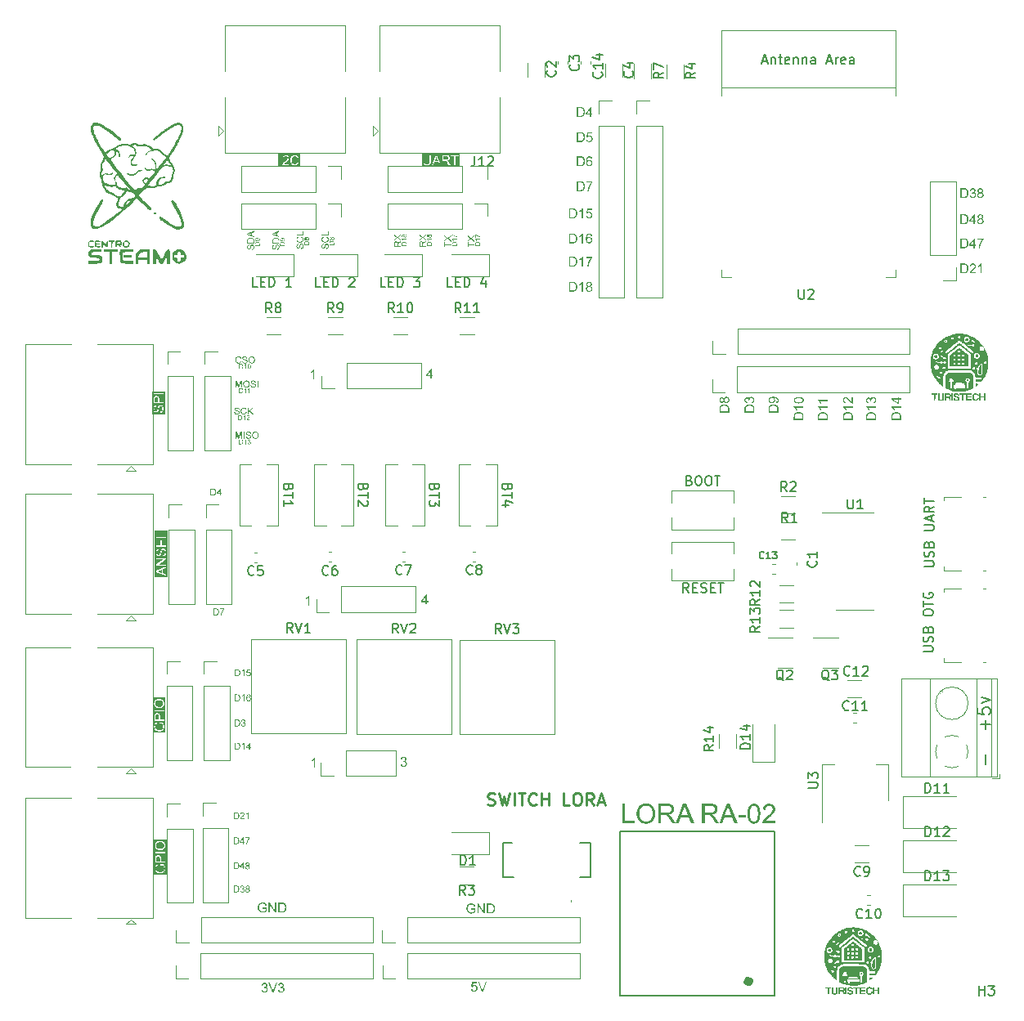
<source format=gbr>
%TF.GenerationSoftware,KiCad,Pcbnew,7.0.6*%
%TF.CreationDate,2024-04-06T15:27:50-05:00*%
%TF.ProjectId,ESP32_S3_DEVKIT_EL_V1,45535033-325f-4533-935f-4445564b4954,rev?*%
%TF.SameCoordinates,Original*%
%TF.FileFunction,Legend,Top*%
%TF.FilePolarity,Positive*%
%FSLAX46Y46*%
G04 Gerber Fmt 4.6, Leading zero omitted, Abs format (unit mm)*
G04 Created by KiCad (PCBNEW 7.0.6) date 2024-04-06 15:27:50*
%MOMM*%
%LPD*%
G01*
G04 APERTURE LIST*
%ADD10C,0.125000*%
%ADD11C,0.150000*%
%ADD12C,0.254000*%
%ADD13C,0.120000*%
%ADD14C,0.200000*%
%ADD15C,0.812800*%
%ADD16C,0.100000*%
G04 APERTURE END LIST*
D10*
G36*
X21228986Y-70991304D02*
G01*
X21238809Y-70991425D01*
X21248327Y-70991625D01*
X21257540Y-70991905D01*
X21266450Y-70992266D01*
X21275054Y-70992707D01*
X21283354Y-70993228D01*
X21291350Y-70993829D01*
X21299041Y-70994510D01*
X21306427Y-70995271D01*
X21313509Y-70996113D01*
X21320286Y-70997035D01*
X21329882Y-70998567D01*
X21338791Y-71000280D01*
X21344351Y-71001523D01*
X21351846Y-71003364D01*
X21359204Y-71005385D01*
X21366422Y-71007585D01*
X21373501Y-71009964D01*
X21380441Y-71012522D01*
X21387243Y-71015259D01*
X21393905Y-71018175D01*
X21400429Y-71021270D01*
X21406813Y-71024543D01*
X21413059Y-71027996D01*
X21419166Y-71031628D01*
X21425134Y-71035439D01*
X21430963Y-71039428D01*
X21436653Y-71043597D01*
X21442204Y-71047945D01*
X21447616Y-71052472D01*
X21454494Y-71058516D01*
X21461150Y-71064768D01*
X21467584Y-71071227D01*
X21473796Y-71077893D01*
X21479787Y-71084766D01*
X21485556Y-71091845D01*
X21491103Y-71099132D01*
X21496428Y-71106626D01*
X21501532Y-71114327D01*
X21506414Y-71122235D01*
X21511074Y-71130350D01*
X21515513Y-71138673D01*
X21519730Y-71147202D01*
X21523725Y-71155938D01*
X21527498Y-71164881D01*
X21531050Y-71174031D01*
X21534404Y-71183346D01*
X21537541Y-71192827D01*
X21540462Y-71202474D01*
X21543167Y-71212286D01*
X21545656Y-71222263D01*
X21547928Y-71232407D01*
X21549983Y-71242716D01*
X21551823Y-71253190D01*
X21553445Y-71263831D01*
X21554852Y-71274636D01*
X21556042Y-71285608D01*
X21557016Y-71296745D01*
X21557773Y-71308048D01*
X21558314Y-71319516D01*
X21558639Y-71331150D01*
X21558747Y-71342950D01*
X21558673Y-71353007D01*
X21558453Y-71362921D01*
X21558086Y-71372690D01*
X21557571Y-71382315D01*
X21556910Y-71391796D01*
X21556102Y-71401133D01*
X21555147Y-71410325D01*
X21554045Y-71419373D01*
X21552796Y-71428277D01*
X21551401Y-71437037D01*
X21549858Y-71445652D01*
X21548168Y-71454123D01*
X21546332Y-71462450D01*
X21544348Y-71470632D01*
X21542218Y-71478670D01*
X21539940Y-71486564D01*
X21537569Y-71494302D01*
X21535113Y-71501872D01*
X21532573Y-71509273D01*
X21529949Y-71516506D01*
X21527241Y-71523570D01*
X21524449Y-71530466D01*
X21521572Y-71537194D01*
X21518612Y-71543754D01*
X21515567Y-71550145D01*
X21512438Y-71556368D01*
X21509225Y-71562423D01*
X21504248Y-71571190D01*
X21499081Y-71579577D01*
X21493725Y-71587587D01*
X21491898Y-71590172D01*
X21486366Y-71597713D01*
X21480736Y-71604946D01*
X21475006Y-71611874D01*
X21469177Y-71618494D01*
X21463249Y-71624809D01*
X21457222Y-71630816D01*
X21451096Y-71636517D01*
X21444870Y-71641912D01*
X21438545Y-71647000D01*
X21432122Y-71651782D01*
X21427784Y-71654799D01*
X21421117Y-71659091D01*
X21414194Y-71663186D01*
X21407016Y-71667082D01*
X21399582Y-71670779D01*
X21391893Y-71674278D01*
X21383948Y-71677579D01*
X21375748Y-71680682D01*
X21367293Y-71683586D01*
X21358582Y-71686292D01*
X21349615Y-71688799D01*
X21343496Y-71690361D01*
X21334134Y-71692530D01*
X21324514Y-71694486D01*
X21314635Y-71696229D01*
X21304498Y-71697758D01*
X21297597Y-71698659D01*
X21290580Y-71699465D01*
X21283449Y-71700176D01*
X21276203Y-71700792D01*
X21268842Y-71701314D01*
X21261366Y-71701741D01*
X21253775Y-71702073D01*
X21246069Y-71702310D01*
X21238249Y-71702452D01*
X21230314Y-71702500D01*
X20975910Y-71702500D01*
X20975910Y-71073330D01*
X21069260Y-71073330D01*
X21069260Y-71620434D01*
X21219713Y-71620434D01*
X21228315Y-71620382D01*
X21236682Y-71620228D01*
X21244814Y-71619971D01*
X21252711Y-71619611D01*
X21260372Y-71619148D01*
X21267799Y-71618583D01*
X21274990Y-71617914D01*
X21281946Y-71617143D01*
X21291940Y-71615793D01*
X21301405Y-71614212D01*
X21310341Y-71612399D01*
X21318748Y-71610355D01*
X21326626Y-71608079D01*
X21329134Y-71607269D01*
X21336430Y-71604706D01*
X21343444Y-71601954D01*
X21350175Y-71599012D01*
X21356623Y-71595881D01*
X21362789Y-71592561D01*
X21368672Y-71589051D01*
X21376077Y-71584077D01*
X21382980Y-71578766D01*
X21389381Y-71573119D01*
X21392393Y-71570169D01*
X21398483Y-71563649D01*
X21404314Y-71556721D01*
X21409887Y-71549384D01*
X21415202Y-71541638D01*
X21420258Y-71533484D01*
X21425055Y-71524920D01*
X21429594Y-71515949D01*
X21432477Y-71509740D01*
X21435244Y-71503350D01*
X21437897Y-71496779D01*
X21440435Y-71490025D01*
X21442858Y-71483090D01*
X21444026Y-71479555D01*
X21446283Y-71472344D01*
X21448394Y-71464945D01*
X21450359Y-71457357D01*
X21452179Y-71449581D01*
X21453853Y-71441617D01*
X21455382Y-71433465D01*
X21456765Y-71425124D01*
X21458003Y-71416595D01*
X21459095Y-71407877D01*
X21460041Y-71398972D01*
X21460842Y-71389878D01*
X21461497Y-71380595D01*
X21462007Y-71371124D01*
X21462371Y-71361465D01*
X21462589Y-71351618D01*
X21462662Y-71341582D01*
X21462626Y-71334602D01*
X21462519Y-71327724D01*
X21462093Y-71314275D01*
X21461381Y-71301234D01*
X21460386Y-71288603D01*
X21459105Y-71276379D01*
X21457541Y-71264565D01*
X21455691Y-71253160D01*
X21453558Y-71242163D01*
X21451139Y-71231575D01*
X21448437Y-71221395D01*
X21445449Y-71211625D01*
X21442177Y-71202263D01*
X21438621Y-71193309D01*
X21434780Y-71184765D01*
X21430655Y-71176629D01*
X21426245Y-71168902D01*
X21421653Y-71161514D01*
X21416938Y-71154436D01*
X21412100Y-71147670D01*
X21407139Y-71141216D01*
X21402056Y-71135072D01*
X21396849Y-71129240D01*
X21391520Y-71123719D01*
X21386067Y-71118509D01*
X21380492Y-71113610D01*
X21374794Y-71109023D01*
X21368973Y-71104746D01*
X21363029Y-71100781D01*
X21356962Y-71097127D01*
X21350773Y-71093785D01*
X21344460Y-71090754D01*
X21338025Y-71088033D01*
X21330601Y-71085406D01*
X21322373Y-71083036D01*
X21313339Y-71080926D01*
X21303499Y-71079073D01*
X21296492Y-71077982D01*
X21289127Y-71077006D01*
X21281404Y-71076144D01*
X21273323Y-71075398D01*
X21264884Y-71074766D01*
X21256087Y-71074249D01*
X21246932Y-71073847D01*
X21237419Y-71073560D01*
X21227549Y-71073387D01*
X21217320Y-71073330D01*
X21069260Y-71073330D01*
X20975910Y-71073330D01*
X20975910Y-70991264D01*
X21218859Y-70991264D01*
X21228986Y-70991304D01*
G37*
G36*
X21648506Y-71517168D02*
G01*
X21735017Y-71505542D01*
X21736958Y-71514467D01*
X21739061Y-71523075D01*
X21741328Y-71531366D01*
X21743758Y-71539341D01*
X21746350Y-71546999D01*
X21749106Y-71554341D01*
X21752024Y-71561366D01*
X21755106Y-71568074D01*
X21758350Y-71574466D01*
X21761758Y-71580542D01*
X21767174Y-71589061D01*
X21772958Y-71596869D01*
X21779108Y-71603964D01*
X21785624Y-71610347D01*
X21792493Y-71616060D01*
X21799635Y-71621212D01*
X21807051Y-71625802D01*
X21814740Y-71629829D01*
X21822702Y-71633295D01*
X21830938Y-71636199D01*
X21839448Y-71638540D01*
X21848231Y-71640320D01*
X21857288Y-71641538D01*
X21866618Y-71642193D01*
X21872990Y-71642318D01*
X21880566Y-71642152D01*
X21887992Y-71641656D01*
X21895269Y-71640827D01*
X21902397Y-71639668D01*
X21909374Y-71638177D01*
X21916202Y-71636355D01*
X21922881Y-71634202D01*
X21929410Y-71631718D01*
X21935789Y-71628902D01*
X21942019Y-71625755D01*
X21948099Y-71622277D01*
X21954030Y-71618468D01*
X21959810Y-71614327D01*
X21965442Y-71609855D01*
X21970923Y-71605052D01*
X21976256Y-71599918D01*
X21981349Y-71594539D01*
X21986113Y-71589002D01*
X21990549Y-71583308D01*
X21994656Y-71577456D01*
X21998435Y-71571447D01*
X22001885Y-71565280D01*
X22005007Y-71558955D01*
X22007800Y-71552473D01*
X22010264Y-71545834D01*
X22012400Y-71539036D01*
X22014207Y-71532081D01*
X22015686Y-71524969D01*
X22016836Y-71517698D01*
X22017657Y-71510270D01*
X22018150Y-71502685D01*
X22018314Y-71494942D01*
X22018162Y-71487566D01*
X22017705Y-71480353D01*
X22016944Y-71473306D01*
X22015878Y-71466422D01*
X22014507Y-71459703D01*
X22011881Y-71449932D01*
X22008569Y-71440531D01*
X22004572Y-71431499D01*
X21999890Y-71422837D01*
X21994522Y-71414545D01*
X21988469Y-71406623D01*
X21981731Y-71399070D01*
X21979333Y-71396634D01*
X21971839Y-71389698D01*
X21963976Y-71383445D01*
X21955743Y-71377873D01*
X21947140Y-71372984D01*
X21938168Y-71368777D01*
X21928825Y-71365253D01*
X21919114Y-71362410D01*
X21912434Y-71360894D01*
X21905590Y-71359681D01*
X21898581Y-71358772D01*
X21891409Y-71358165D01*
X21884072Y-71357862D01*
X21880341Y-71357824D01*
X21872356Y-71358058D01*
X21863785Y-71358759D01*
X21856508Y-71359657D01*
X21848858Y-71360853D01*
X21840833Y-71362349D01*
X21832434Y-71364145D01*
X21823661Y-71366239D01*
X21819134Y-71367398D01*
X21828879Y-71285846D01*
X21835738Y-71286430D01*
X21842728Y-71286700D01*
X21849608Y-71286590D01*
X21859763Y-71286008D01*
X21869720Y-71284927D01*
X21879478Y-71283347D01*
X21889038Y-71281268D01*
X21898400Y-71278691D01*
X21907563Y-71275614D01*
X21916528Y-71272039D01*
X21925295Y-71267965D01*
X21933863Y-71263391D01*
X21942233Y-71258319D01*
X21950146Y-71252728D01*
X21957281Y-71246595D01*
X21963638Y-71239921D01*
X21969216Y-71232706D01*
X21974016Y-71224950D01*
X21978038Y-71216654D01*
X21981281Y-71207816D01*
X21983746Y-71198437D01*
X21985433Y-71188518D01*
X21986125Y-71181604D01*
X21986471Y-71174450D01*
X21986514Y-71170783D01*
X21986230Y-71162140D01*
X21985378Y-71153781D01*
X21983958Y-71145703D01*
X21981970Y-71137908D01*
X21979414Y-71130396D01*
X21976290Y-71123166D01*
X21972598Y-71116219D01*
X21968338Y-71109554D01*
X21963509Y-71103172D01*
X21958113Y-71097072D01*
X21954200Y-71093162D01*
X21948008Y-71087663D01*
X21941486Y-71082704D01*
X21934633Y-71078286D01*
X21927449Y-71074409D01*
X21919935Y-71071073D01*
X21912090Y-71068278D01*
X21903914Y-71066024D01*
X21895408Y-71064311D01*
X21886571Y-71063139D01*
X21877404Y-71062508D01*
X21871109Y-71062388D01*
X21861800Y-71062664D01*
X21852785Y-71063494D01*
X21844064Y-71064876D01*
X21835638Y-71066812D01*
X21827507Y-71069300D01*
X21819670Y-71072342D01*
X21812127Y-71075936D01*
X21804880Y-71080083D01*
X21797926Y-71084784D01*
X21791267Y-71090037D01*
X21786992Y-71093846D01*
X21780888Y-71100021D01*
X21775209Y-71106749D01*
X21769953Y-71114030D01*
X21765121Y-71121864D01*
X21760713Y-71130251D01*
X21756728Y-71139191D01*
X21753167Y-71148684D01*
X21751029Y-71155319D01*
X21749079Y-71162201D01*
X21747317Y-71169328D01*
X21745743Y-71176701D01*
X21744358Y-71184320D01*
X21743736Y-71188222D01*
X21657226Y-71172834D01*
X21659350Y-71162173D01*
X21661791Y-71151816D01*
X21664549Y-71141763D01*
X21667623Y-71132015D01*
X21671013Y-71122572D01*
X21674721Y-71113433D01*
X21678744Y-71104599D01*
X21683085Y-71096069D01*
X21687742Y-71087844D01*
X21692715Y-71079923D01*
X21698005Y-71072307D01*
X21703612Y-71064995D01*
X21709535Y-71057988D01*
X21715775Y-71051285D01*
X21722331Y-71044887D01*
X21729204Y-71038794D01*
X21736343Y-71033038D01*
X21743696Y-71027654D01*
X21751265Y-71022641D01*
X21759049Y-71018000D01*
X21767048Y-71013730D01*
X21775262Y-71009831D01*
X21783691Y-71006303D01*
X21792335Y-71003147D01*
X21801194Y-71000362D01*
X21810268Y-70997948D01*
X21819557Y-70995906D01*
X21829061Y-70994235D01*
X21838780Y-70992935D01*
X21848715Y-70992007D01*
X21858864Y-70991450D01*
X21869228Y-70991264D01*
X21876395Y-70991360D01*
X21883491Y-70991649D01*
X21890516Y-70992130D01*
X21897470Y-70992803D01*
X21904354Y-70993669D01*
X21911167Y-70994726D01*
X21917909Y-70995977D01*
X21927889Y-70998213D01*
X21937710Y-71000881D01*
X21947372Y-71003983D01*
X21956874Y-71007517D01*
X21966217Y-71011484D01*
X21975401Y-71015884D01*
X21984304Y-71020659D01*
X21992804Y-71025754D01*
X22000901Y-71031166D01*
X22008596Y-71036897D01*
X22015888Y-71042947D01*
X22022777Y-71049315D01*
X22029263Y-71056002D01*
X22035347Y-71063008D01*
X22041028Y-71070332D01*
X22046307Y-71077974D01*
X22049602Y-71083246D01*
X22054215Y-71091275D01*
X22058375Y-71099397D01*
X22062081Y-71107612D01*
X22065334Y-71115920D01*
X22068132Y-71124322D01*
X22070477Y-71132816D01*
X22072368Y-71141404D01*
X22073805Y-71150085D01*
X22074788Y-71158859D01*
X22075317Y-71167726D01*
X22075418Y-71173689D01*
X22075203Y-71182146D01*
X22074559Y-71190461D01*
X22073484Y-71198635D01*
X22071980Y-71206668D01*
X22070046Y-71214559D01*
X22067682Y-71222310D01*
X22064889Y-71229919D01*
X22061666Y-71237386D01*
X22058013Y-71244713D01*
X22053930Y-71251898D01*
X22050969Y-71256610D01*
X22046176Y-71263464D01*
X22040966Y-71270052D01*
X22035337Y-71276371D01*
X22029291Y-71282424D01*
X22022827Y-71288208D01*
X22015945Y-71293726D01*
X22008646Y-71298975D01*
X22000929Y-71303958D01*
X21992794Y-71308673D01*
X21984241Y-71313120D01*
X21978307Y-71315936D01*
X21986020Y-71317875D01*
X21993513Y-71320058D01*
X22000787Y-71322486D01*
X22007842Y-71325158D01*
X22014678Y-71328075D01*
X22021296Y-71331235D01*
X22027694Y-71334641D01*
X22033872Y-71338291D01*
X22039832Y-71342185D01*
X22045573Y-71346324D01*
X22051095Y-71350707D01*
X22056398Y-71355334D01*
X22061481Y-71360206D01*
X22066346Y-71365323D01*
X22070992Y-71370683D01*
X22075418Y-71376289D01*
X22079621Y-71382106D01*
X22083553Y-71388104D01*
X22087213Y-71394283D01*
X22090602Y-71400641D01*
X22093721Y-71407180D01*
X22096568Y-71413899D01*
X22099144Y-71420799D01*
X22101448Y-71427879D01*
X22103482Y-71435139D01*
X22105244Y-71442580D01*
X22106736Y-71450201D01*
X22107956Y-71458002D01*
X22108905Y-71465983D01*
X22109583Y-71474145D01*
X22109990Y-71482487D01*
X22110125Y-71491010D01*
X22109862Y-71502525D01*
X22109073Y-71513821D01*
X22107757Y-71524896D01*
X22105915Y-71535750D01*
X22103547Y-71546385D01*
X22100652Y-71556798D01*
X22097232Y-71566992D01*
X22093285Y-71576965D01*
X22088811Y-71586717D01*
X22083812Y-71596250D01*
X22078286Y-71605562D01*
X22072234Y-71614653D01*
X22065656Y-71623524D01*
X22058551Y-71632175D01*
X22050920Y-71640605D01*
X22042763Y-71648815D01*
X22034204Y-71656641D01*
X22025369Y-71663962D01*
X22016258Y-71670778D01*
X22006870Y-71677089D01*
X21997205Y-71682895D01*
X21987264Y-71688197D01*
X21977047Y-71692993D01*
X21966553Y-71697285D01*
X21955783Y-71701072D01*
X21944736Y-71704353D01*
X21933412Y-71707130D01*
X21921812Y-71709402D01*
X21909936Y-71711170D01*
X21897783Y-71712432D01*
X21885354Y-71713189D01*
X21872648Y-71713442D01*
X21861166Y-71713229D01*
X21849930Y-71712589D01*
X21838940Y-71711524D01*
X21828196Y-71710033D01*
X21817697Y-71708115D01*
X21807444Y-71705772D01*
X21797437Y-71703002D01*
X21787676Y-71699807D01*
X21778160Y-71696185D01*
X21768890Y-71692137D01*
X21759866Y-71687663D01*
X21751088Y-71682763D01*
X21742556Y-71677437D01*
X21734269Y-71671685D01*
X21726228Y-71665507D01*
X21718433Y-71658902D01*
X21710987Y-71651937D01*
X21703951Y-71644720D01*
X21697325Y-71637250D01*
X21691110Y-71629527D01*
X21685304Y-71621553D01*
X21679909Y-71613325D01*
X21674923Y-71604846D01*
X21670348Y-71596113D01*
X21666182Y-71587129D01*
X21662427Y-71577892D01*
X21659082Y-71568402D01*
X21656146Y-71558660D01*
X21653621Y-71548666D01*
X21651506Y-71538419D01*
X21649801Y-71527920D01*
X21648506Y-71517168D01*
G37*
G36*
X43737862Y-21529518D02*
G01*
X43744943Y-21529676D01*
X43751922Y-21529938D01*
X43758797Y-21530305D01*
X43765569Y-21530778D01*
X43772238Y-21531355D01*
X43778804Y-21532037D01*
X43785266Y-21532824D01*
X43791626Y-21533716D01*
X43797883Y-21534713D01*
X43804037Y-21535815D01*
X43810088Y-21537022D01*
X43816035Y-21538334D01*
X43821880Y-21539751D01*
X43827622Y-21541272D01*
X43833260Y-21542899D01*
X43838787Y-21544593D01*
X43844194Y-21546347D01*
X43849480Y-21548161D01*
X43854647Y-21550035D01*
X43859693Y-21551970D01*
X43864619Y-21553964D01*
X43869424Y-21556019D01*
X43874110Y-21558134D01*
X43878675Y-21560308D01*
X43883120Y-21562543D01*
X43887445Y-21564838D01*
X43893707Y-21568394D01*
X43899698Y-21572084D01*
X43905419Y-21575910D01*
X43907266Y-21577215D01*
X43912652Y-21581166D01*
X43917819Y-21585188D01*
X43922767Y-21589280D01*
X43927496Y-21593444D01*
X43932006Y-21597678D01*
X43936297Y-21601983D01*
X43940369Y-21606359D01*
X43944223Y-21610806D01*
X43947857Y-21615324D01*
X43951272Y-21619912D01*
X43953428Y-21623011D01*
X43956494Y-21627773D01*
X43959418Y-21632718D01*
X43962201Y-21637845D01*
X43964842Y-21643155D01*
X43967342Y-21648647D01*
X43969699Y-21654322D01*
X43971915Y-21660179D01*
X43973990Y-21666219D01*
X43975923Y-21672441D01*
X43977714Y-21678845D01*
X43978829Y-21683217D01*
X43980378Y-21689903D01*
X43981776Y-21696775D01*
X43983020Y-21703831D01*
X43984113Y-21711072D01*
X43984756Y-21716001D01*
X43985332Y-21721013D01*
X43985840Y-21726107D01*
X43986280Y-21731283D01*
X43986653Y-21736541D01*
X43986958Y-21741881D01*
X43987195Y-21747303D01*
X43987364Y-21752807D01*
X43987466Y-21758393D01*
X43987500Y-21764061D01*
X43987500Y-21945778D01*
X43479474Y-21945778D01*
X43479474Y-21879099D01*
X43538093Y-21879099D01*
X43928881Y-21879099D01*
X43928881Y-21771632D01*
X43928844Y-21765488D01*
X43928734Y-21759512D01*
X43928551Y-21753703D01*
X43928294Y-21748063D01*
X43927963Y-21742590D01*
X43927559Y-21737286D01*
X43927081Y-21732149D01*
X43926530Y-21727180D01*
X43925566Y-21720042D01*
X43924437Y-21713281D01*
X43923142Y-21706899D01*
X43921682Y-21700894D01*
X43920056Y-21695266D01*
X43919478Y-21693475D01*
X43917647Y-21688263D01*
X43915681Y-21683254D01*
X43913580Y-21678446D01*
X43911343Y-21673840D01*
X43908972Y-21669436D01*
X43906465Y-21665233D01*
X43902912Y-21659944D01*
X43899118Y-21655013D01*
X43895085Y-21650441D01*
X43892978Y-21648290D01*
X43888321Y-21643940D01*
X43883372Y-21639775D01*
X43878131Y-21635794D01*
X43872599Y-21631998D01*
X43866774Y-21628387D01*
X43860657Y-21624960D01*
X43854249Y-21621718D01*
X43849814Y-21619659D01*
X43845250Y-21617682D01*
X43840556Y-21615787D01*
X43835732Y-21613974D01*
X43830779Y-21612244D01*
X43828253Y-21611409D01*
X43823103Y-21609797D01*
X43817818Y-21608289D01*
X43812398Y-21606885D01*
X43806844Y-21605585D01*
X43801155Y-21604390D01*
X43795332Y-21603298D01*
X43789374Y-21602310D01*
X43783282Y-21601426D01*
X43777055Y-21600646D01*
X43770694Y-21599970D01*
X43764198Y-21599398D01*
X43757568Y-21598930D01*
X43750803Y-21598566D01*
X43743904Y-21598306D01*
X43736870Y-21598150D01*
X43729701Y-21598098D01*
X43724715Y-21598123D01*
X43719803Y-21598200D01*
X43710196Y-21598504D01*
X43700881Y-21599012D01*
X43691859Y-21599724D01*
X43683128Y-21600638D01*
X43674689Y-21601756D01*
X43666542Y-21603077D01*
X43658688Y-21604601D01*
X43651125Y-21606328D01*
X43643854Y-21608259D01*
X43636875Y-21610393D01*
X43630187Y-21612730D01*
X43623792Y-21615270D01*
X43617689Y-21618013D01*
X43611878Y-21620960D01*
X43606359Y-21624110D01*
X43601081Y-21627390D01*
X43596026Y-21630758D01*
X43591193Y-21634213D01*
X43586582Y-21637757D01*
X43582194Y-21641388D01*
X43578028Y-21645107D01*
X43574085Y-21648914D01*
X43570363Y-21652808D01*
X43566864Y-21656791D01*
X43563587Y-21660861D01*
X43560533Y-21665019D01*
X43557701Y-21669264D01*
X43555091Y-21673598D01*
X43552703Y-21678019D01*
X43550538Y-21682528D01*
X43548595Y-21687124D01*
X43546718Y-21692427D01*
X43545026Y-21698304D01*
X43543518Y-21704757D01*
X43542195Y-21711785D01*
X43541416Y-21716790D01*
X43540718Y-21722051D01*
X43540103Y-21727568D01*
X43539570Y-21733340D01*
X43539118Y-21739368D01*
X43538749Y-21745651D01*
X43538462Y-21752190D01*
X43538257Y-21758985D01*
X43538134Y-21766036D01*
X43538093Y-21773342D01*
X43538093Y-21879099D01*
X43479474Y-21879099D01*
X43479474Y-21772243D01*
X43479503Y-21765009D01*
X43479589Y-21757993D01*
X43479732Y-21751194D01*
X43479932Y-21744613D01*
X43480190Y-21738249D01*
X43480505Y-21732103D01*
X43480877Y-21726175D01*
X43481306Y-21720464D01*
X43481793Y-21714970D01*
X43482337Y-21709694D01*
X43482938Y-21704635D01*
X43483596Y-21699795D01*
X43484691Y-21692941D01*
X43485914Y-21686577D01*
X43486802Y-21682606D01*
X43488117Y-21677252D01*
X43489561Y-21671997D01*
X43491132Y-21666841D01*
X43492831Y-21661784D01*
X43494658Y-21656827D01*
X43496613Y-21651969D01*
X43498696Y-21647210D01*
X43500907Y-21642550D01*
X43503245Y-21637990D01*
X43505711Y-21633528D01*
X43508306Y-21629166D01*
X43511028Y-21624904D01*
X43513877Y-21620740D01*
X43516855Y-21616676D01*
X43519960Y-21612710D01*
X43523194Y-21608845D01*
X43527512Y-21603932D01*
X43531977Y-21599178D01*
X43536590Y-21594582D01*
X43541352Y-21590145D01*
X43546261Y-21585866D01*
X43551318Y-21581745D01*
X43556523Y-21577783D01*
X43561876Y-21573979D01*
X43567377Y-21570333D01*
X43573025Y-21566846D01*
X43578822Y-21563517D01*
X43584766Y-21560347D01*
X43590858Y-21557335D01*
X43597098Y-21554481D01*
X43603486Y-21551786D01*
X43610022Y-21549249D01*
X43616676Y-21546854D01*
X43623448Y-21544613D01*
X43630338Y-21542526D01*
X43637347Y-21540594D01*
X43644474Y-21538817D01*
X43651719Y-21537194D01*
X43659083Y-21535725D01*
X43666564Y-21534412D01*
X43674165Y-21533252D01*
X43681883Y-21532248D01*
X43689720Y-21531398D01*
X43697675Y-21530702D01*
X43705748Y-21530161D01*
X43713940Y-21529775D01*
X43722250Y-21529543D01*
X43730678Y-21529466D01*
X43737862Y-21529518D01*
G37*
G36*
X43987500Y-21232833D02*
G01*
X43987500Y-21294626D01*
X43591582Y-21294626D01*
X43595635Y-21298939D01*
X43599688Y-21303496D01*
X43603741Y-21308298D01*
X43607793Y-21313345D01*
X43611846Y-21318637D01*
X43615899Y-21324173D01*
X43619952Y-21329954D01*
X43624005Y-21335980D01*
X43626707Y-21340133D01*
X43629409Y-21344394D01*
X43632111Y-21348765D01*
X43634813Y-21353244D01*
X43637458Y-21357749D01*
X43640018Y-21362196D01*
X43642495Y-21366584D01*
X43644888Y-21370914D01*
X43648320Y-21377300D01*
X43651563Y-21383555D01*
X43654617Y-21389679D01*
X43657482Y-21395672D01*
X43660158Y-21401534D01*
X43662645Y-21407266D01*
X43664943Y-21412866D01*
X43667053Y-21418335D01*
X43604527Y-21418335D01*
X43601465Y-21411899D01*
X43598323Y-21405564D01*
X43595103Y-21399331D01*
X43591803Y-21393201D01*
X43588424Y-21387173D01*
X43584966Y-21381247D01*
X43581429Y-21375422D01*
X43577813Y-21369700D01*
X43574117Y-21364080D01*
X43570342Y-21358562D01*
X43566488Y-21353147D01*
X43562555Y-21347833D01*
X43558543Y-21342621D01*
X43554451Y-21337512D01*
X43550280Y-21332504D01*
X43546031Y-21327599D01*
X43541749Y-21322833D01*
X43537484Y-21318245D01*
X43533235Y-21313835D01*
X43529002Y-21309601D01*
X43524786Y-21305546D01*
X43520585Y-21301667D01*
X43516401Y-21297966D01*
X43512233Y-21294443D01*
X43508082Y-21291097D01*
X43503946Y-21287929D01*
X43499827Y-21284938D01*
X43495724Y-21282124D01*
X43489600Y-21278236D01*
X43483512Y-21274748D01*
X43479474Y-21272644D01*
X43479474Y-21232833D01*
X43987500Y-21232833D01*
G37*
G36*
X43545908Y-21072243D02*
G01*
X43487290Y-21072243D01*
X43487290Y-20746301D01*
X43535406Y-20746301D01*
X43541981Y-20752312D01*
X43548820Y-20758317D01*
X43555925Y-20764314D01*
X43563295Y-20770305D01*
X43570931Y-20776290D01*
X43574848Y-20779280D01*
X43578832Y-20782268D01*
X43582881Y-20785254D01*
X43586998Y-20788239D01*
X43591180Y-20791222D01*
X43595429Y-20794203D01*
X43599744Y-20797183D01*
X43604125Y-20800161D01*
X43608573Y-20803137D01*
X43613087Y-20806112D01*
X43617667Y-20809085D01*
X43622314Y-20812056D01*
X43627026Y-20815026D01*
X43631806Y-20817994D01*
X43636651Y-20820960D01*
X43641563Y-20823925D01*
X43646541Y-20826888D01*
X43651585Y-20829849D01*
X43656696Y-20832809D01*
X43661873Y-20835767D01*
X43667117Y-20838723D01*
X43672426Y-20841678D01*
X43677766Y-20844603D01*
X43683116Y-20847487D01*
X43688476Y-20850329D01*
X43693845Y-20853129D01*
X43699224Y-20855887D01*
X43704613Y-20858604D01*
X43710012Y-20861278D01*
X43715421Y-20863912D01*
X43720839Y-20866503D01*
X43726267Y-20869053D01*
X43731705Y-20871560D01*
X43737152Y-20874027D01*
X43742610Y-20876451D01*
X43748077Y-20878834D01*
X43753554Y-20881175D01*
X43759041Y-20883474D01*
X43764537Y-20885731D01*
X43770044Y-20887947D01*
X43775560Y-20890121D01*
X43781086Y-20892253D01*
X43786621Y-20894344D01*
X43792167Y-20896392D01*
X43797722Y-20898400D01*
X43803287Y-20900365D01*
X43808862Y-20902288D01*
X43814446Y-20904170D01*
X43820041Y-20906010D01*
X43825645Y-20907808D01*
X43831259Y-20909565D01*
X43836882Y-20911280D01*
X43842516Y-20912953D01*
X43848159Y-20914584D01*
X43856159Y-20916852D01*
X43864254Y-20919015D01*
X43872443Y-20921073D01*
X43880727Y-20923026D01*
X43889105Y-20924874D01*
X43897578Y-20926617D01*
X43906145Y-20928255D01*
X43914807Y-20929788D01*
X43923563Y-20931217D01*
X43932413Y-20932540D01*
X43941358Y-20933758D01*
X43950397Y-20934872D01*
X43959531Y-20935880D01*
X43968760Y-20936784D01*
X43978082Y-20937582D01*
X43987500Y-20938276D01*
X43987500Y-21001901D01*
X43979907Y-21001681D01*
X43972120Y-21001296D01*
X43964138Y-21000746D01*
X43955962Y-21000031D01*
X43947591Y-20999151D01*
X43939025Y-20998106D01*
X43930265Y-20996896D01*
X43921310Y-20995520D01*
X43912160Y-20993980D01*
X43902816Y-20992275D01*
X43893277Y-20990404D01*
X43888435Y-20989407D01*
X43883544Y-20988369D01*
X43878604Y-20987289D01*
X43873616Y-20986168D01*
X43868579Y-20985006D01*
X43863493Y-20983802D01*
X43858358Y-20982558D01*
X43853175Y-20981272D01*
X43847944Y-20979944D01*
X43842663Y-20978576D01*
X43837357Y-20977160D01*
X43832063Y-20975707D01*
X43826781Y-20974215D01*
X43821512Y-20972685D01*
X43816254Y-20971118D01*
X43811009Y-20969513D01*
X43805776Y-20967869D01*
X43800554Y-20966188D01*
X43795346Y-20964469D01*
X43790149Y-20962712D01*
X43784964Y-20960917D01*
X43779792Y-20959084D01*
X43774632Y-20957213D01*
X43769484Y-20955305D01*
X43764348Y-20953358D01*
X43759224Y-20951373D01*
X43754112Y-20949351D01*
X43749013Y-20947290D01*
X43743926Y-20945192D01*
X43738851Y-20943056D01*
X43733788Y-20940882D01*
X43728737Y-20938669D01*
X43723699Y-20936419D01*
X43718672Y-20934131D01*
X43713658Y-20931805D01*
X43708656Y-20929442D01*
X43703666Y-20927040D01*
X43698688Y-20924600D01*
X43693722Y-20922123D01*
X43688769Y-20919607D01*
X43683828Y-20917054D01*
X43678899Y-20914462D01*
X43673992Y-20911847D01*
X43669134Y-20909221D01*
X43664325Y-20906585D01*
X43659563Y-20903939D01*
X43654851Y-20901282D01*
X43650186Y-20898615D01*
X43645570Y-20895938D01*
X43641003Y-20893251D01*
X43636484Y-20890554D01*
X43632013Y-20887846D01*
X43627591Y-20885128D01*
X43623217Y-20882400D01*
X43618892Y-20879661D01*
X43614615Y-20876912D01*
X43610386Y-20874153D01*
X43606206Y-20871384D01*
X43602074Y-20868604D01*
X43597991Y-20865814D01*
X43593956Y-20863014D01*
X43586031Y-20857383D01*
X43578301Y-20851711D01*
X43570763Y-20845998D01*
X43563420Y-20840244D01*
X43556270Y-20834449D01*
X43549314Y-20828613D01*
X43545908Y-20825680D01*
X43545908Y-21072243D01*
G37*
G36*
X21634990Y-41979503D02*
G01*
X21642006Y-41979589D01*
X21648805Y-41979732D01*
X21655386Y-41979932D01*
X21661750Y-41980190D01*
X21667896Y-41980505D01*
X21673824Y-41980877D01*
X21679535Y-41981306D01*
X21685029Y-41981793D01*
X21690305Y-41982337D01*
X21695364Y-41982938D01*
X21700204Y-41983596D01*
X21707058Y-41984691D01*
X21713422Y-41985914D01*
X21717393Y-41986802D01*
X21722747Y-41988117D01*
X21728002Y-41989561D01*
X21733158Y-41991132D01*
X21738215Y-41992831D01*
X21743172Y-41994658D01*
X21748030Y-41996613D01*
X21752789Y-41998696D01*
X21757449Y-42000907D01*
X21762009Y-42003245D01*
X21766471Y-42005711D01*
X21770833Y-42008306D01*
X21775095Y-42011028D01*
X21779259Y-42013877D01*
X21783323Y-42016855D01*
X21787289Y-42019960D01*
X21791154Y-42023194D01*
X21796067Y-42027512D01*
X21800821Y-42031977D01*
X21805417Y-42036590D01*
X21809854Y-42041352D01*
X21814133Y-42046261D01*
X21818254Y-42051318D01*
X21822216Y-42056523D01*
X21826020Y-42061876D01*
X21829666Y-42067377D01*
X21833153Y-42073025D01*
X21836482Y-42078822D01*
X21839652Y-42084766D01*
X21842664Y-42090858D01*
X21845518Y-42097098D01*
X21848213Y-42103486D01*
X21850750Y-42110022D01*
X21853145Y-42116676D01*
X21855386Y-42123448D01*
X21857473Y-42130338D01*
X21859405Y-42137347D01*
X21861182Y-42144474D01*
X21862805Y-42151719D01*
X21864274Y-42159083D01*
X21865587Y-42166564D01*
X21866747Y-42174165D01*
X21867751Y-42181883D01*
X21868601Y-42189720D01*
X21869297Y-42197675D01*
X21869838Y-42205748D01*
X21870224Y-42213940D01*
X21870456Y-42222250D01*
X21870533Y-42230678D01*
X21870481Y-42237862D01*
X21870323Y-42244943D01*
X21870061Y-42251922D01*
X21869694Y-42258797D01*
X21869221Y-42265569D01*
X21868644Y-42272238D01*
X21867962Y-42278804D01*
X21867175Y-42285266D01*
X21866283Y-42291626D01*
X21865286Y-42297883D01*
X21864184Y-42304037D01*
X21862977Y-42310088D01*
X21861665Y-42316035D01*
X21860248Y-42321880D01*
X21858727Y-42327622D01*
X21857100Y-42333260D01*
X21855406Y-42338787D01*
X21853652Y-42344194D01*
X21851838Y-42349480D01*
X21849964Y-42354647D01*
X21848029Y-42359693D01*
X21846035Y-42364619D01*
X21843980Y-42369424D01*
X21841865Y-42374110D01*
X21839691Y-42378675D01*
X21837456Y-42383120D01*
X21835161Y-42387445D01*
X21831605Y-42393707D01*
X21827915Y-42399698D01*
X21824089Y-42405419D01*
X21822784Y-42407266D01*
X21818833Y-42412652D01*
X21814811Y-42417819D01*
X21810719Y-42422767D01*
X21806555Y-42427496D01*
X21802321Y-42432006D01*
X21798016Y-42436297D01*
X21793640Y-42440369D01*
X21789193Y-42444223D01*
X21784675Y-42447857D01*
X21780087Y-42451272D01*
X21776988Y-42453428D01*
X21772226Y-42456494D01*
X21767281Y-42459418D01*
X21762154Y-42462201D01*
X21756844Y-42464842D01*
X21751352Y-42467342D01*
X21745677Y-42469699D01*
X21739820Y-42471915D01*
X21733780Y-42473990D01*
X21727558Y-42475923D01*
X21721154Y-42477714D01*
X21716782Y-42478829D01*
X21710096Y-42480378D01*
X21703224Y-42481776D01*
X21696168Y-42483020D01*
X21688927Y-42484113D01*
X21683998Y-42484756D01*
X21678986Y-42485332D01*
X21673892Y-42485840D01*
X21668716Y-42486280D01*
X21663458Y-42486653D01*
X21658118Y-42486958D01*
X21652696Y-42487195D01*
X21647192Y-42487364D01*
X21641606Y-42487466D01*
X21635938Y-42487500D01*
X21454221Y-42487500D01*
X21454221Y-42038093D01*
X21520900Y-42038093D01*
X21520900Y-42428881D01*
X21628367Y-42428881D01*
X21634511Y-42428844D01*
X21640487Y-42428734D01*
X21646296Y-42428551D01*
X21651936Y-42428294D01*
X21657409Y-42427963D01*
X21662713Y-42427559D01*
X21667850Y-42427081D01*
X21672819Y-42426530D01*
X21679957Y-42425566D01*
X21686718Y-42424437D01*
X21693100Y-42423142D01*
X21699105Y-42421682D01*
X21704733Y-42420056D01*
X21706524Y-42419478D01*
X21711736Y-42417647D01*
X21716745Y-42415681D01*
X21721553Y-42413580D01*
X21726159Y-42411343D01*
X21730563Y-42408972D01*
X21734766Y-42406465D01*
X21740055Y-42402912D01*
X21744986Y-42399118D01*
X21749558Y-42395085D01*
X21751709Y-42392978D01*
X21756059Y-42388321D01*
X21760224Y-42383372D01*
X21764205Y-42378131D01*
X21768001Y-42372599D01*
X21771612Y-42366774D01*
X21775039Y-42360657D01*
X21778281Y-42354249D01*
X21780340Y-42349814D01*
X21782317Y-42345250D01*
X21784212Y-42340556D01*
X21786025Y-42335732D01*
X21787755Y-42330779D01*
X21788590Y-42328253D01*
X21790202Y-42323103D01*
X21791710Y-42317818D01*
X21793114Y-42312398D01*
X21794414Y-42306844D01*
X21795609Y-42301155D01*
X21796701Y-42295332D01*
X21797689Y-42289374D01*
X21798573Y-42283282D01*
X21799353Y-42277055D01*
X21800029Y-42270694D01*
X21800601Y-42264198D01*
X21801069Y-42257568D01*
X21801433Y-42250803D01*
X21801693Y-42243904D01*
X21801849Y-42236870D01*
X21801901Y-42229701D01*
X21801876Y-42224715D01*
X21801799Y-42219803D01*
X21801495Y-42210196D01*
X21800987Y-42200881D01*
X21800275Y-42191859D01*
X21799361Y-42183128D01*
X21798243Y-42174689D01*
X21796922Y-42166542D01*
X21795398Y-42158688D01*
X21793671Y-42151125D01*
X21791740Y-42143854D01*
X21789606Y-42136875D01*
X21787269Y-42130187D01*
X21784729Y-42123792D01*
X21781986Y-42117689D01*
X21779039Y-42111878D01*
X21775889Y-42106359D01*
X21772609Y-42101081D01*
X21769241Y-42096026D01*
X21765786Y-42091193D01*
X21762242Y-42086582D01*
X21758611Y-42082194D01*
X21754892Y-42078028D01*
X21751085Y-42074085D01*
X21747191Y-42070363D01*
X21743208Y-42066864D01*
X21739138Y-42063587D01*
X21734980Y-42060533D01*
X21730735Y-42057701D01*
X21726401Y-42055091D01*
X21721980Y-42052703D01*
X21717471Y-42050538D01*
X21712875Y-42048595D01*
X21707572Y-42046718D01*
X21701695Y-42045026D01*
X21695242Y-42043518D01*
X21688214Y-42042195D01*
X21683209Y-42041416D01*
X21677948Y-42040718D01*
X21672431Y-42040103D01*
X21666659Y-42039570D01*
X21660631Y-42039118D01*
X21654348Y-42038749D01*
X21647809Y-42038462D01*
X21641014Y-42038257D01*
X21633963Y-42038134D01*
X21626657Y-42038093D01*
X21520900Y-42038093D01*
X21454221Y-42038093D01*
X21454221Y-41979474D01*
X21627756Y-41979474D01*
X21634990Y-41979503D01*
G37*
G36*
X22167166Y-42487500D02*
G01*
X22105373Y-42487500D01*
X22105373Y-42091582D01*
X22101060Y-42095635D01*
X22096503Y-42099688D01*
X22091701Y-42103741D01*
X22086654Y-42107793D01*
X22081362Y-42111846D01*
X22075826Y-42115899D01*
X22070045Y-42119952D01*
X22064019Y-42124005D01*
X22059866Y-42126707D01*
X22055605Y-42129409D01*
X22051234Y-42132111D01*
X22046755Y-42134813D01*
X22042250Y-42137458D01*
X22037803Y-42140018D01*
X22033415Y-42142495D01*
X22029085Y-42144888D01*
X22022699Y-42148320D01*
X22016444Y-42151563D01*
X22010320Y-42154617D01*
X22004327Y-42157482D01*
X21998465Y-42160158D01*
X21992733Y-42162645D01*
X21987133Y-42164943D01*
X21981664Y-42167053D01*
X21981664Y-42104527D01*
X21988100Y-42101465D01*
X21994435Y-42098323D01*
X22000668Y-42095103D01*
X22006798Y-42091803D01*
X22012826Y-42088424D01*
X22018752Y-42084966D01*
X22024577Y-42081429D01*
X22030299Y-42077813D01*
X22035919Y-42074117D01*
X22041437Y-42070342D01*
X22046852Y-42066488D01*
X22052166Y-42062555D01*
X22057378Y-42058543D01*
X22062487Y-42054451D01*
X22067495Y-42050280D01*
X22072400Y-42046031D01*
X22077166Y-42041749D01*
X22081754Y-42037484D01*
X22086164Y-42033235D01*
X22090398Y-42029002D01*
X22094453Y-42024786D01*
X22098332Y-42020585D01*
X22102033Y-42016401D01*
X22105556Y-42012233D01*
X22108902Y-42008082D01*
X22112070Y-42003946D01*
X22115061Y-41999827D01*
X22117875Y-41995724D01*
X22121763Y-41989600D01*
X22125251Y-41983512D01*
X22127355Y-41979474D01*
X22167166Y-41979474D01*
X22167166Y-42487500D01*
G37*
G36*
X22323970Y-42355120D02*
G01*
X22385764Y-42346816D01*
X22387150Y-42353190D01*
X22388653Y-42359339D01*
X22390272Y-42365261D01*
X22392007Y-42370957D01*
X22393859Y-42376428D01*
X22395827Y-42381672D01*
X22397912Y-42386690D01*
X22400113Y-42391482D01*
X22402430Y-42396047D01*
X22404864Y-42400387D01*
X22408733Y-42406472D01*
X22412864Y-42412049D01*
X22417257Y-42417117D01*
X22421912Y-42421676D01*
X22426818Y-42425757D01*
X22431919Y-42429437D01*
X22437216Y-42432715D01*
X22442708Y-42435592D01*
X22448396Y-42438068D01*
X22454279Y-42440142D01*
X22460357Y-42441814D01*
X22466631Y-42443085D01*
X22473100Y-42443955D01*
X22479764Y-42444424D01*
X22484316Y-42444513D01*
X22489727Y-42444394D01*
X22495032Y-42444040D01*
X22500230Y-42443448D01*
X22505321Y-42442620D01*
X22510305Y-42441555D01*
X22515182Y-42440254D01*
X22519952Y-42438716D01*
X22524616Y-42436941D01*
X22529172Y-42434930D01*
X22533622Y-42432682D01*
X22537965Y-42430198D01*
X22542201Y-42427477D01*
X22546330Y-42424519D01*
X22550353Y-42421325D01*
X22554268Y-42417894D01*
X22558077Y-42414227D01*
X22561715Y-42410385D01*
X22565118Y-42406430D01*
X22568287Y-42402363D01*
X22571220Y-42398183D01*
X22573919Y-42393891D01*
X22576384Y-42389486D01*
X22578613Y-42384968D01*
X22580608Y-42380338D01*
X22582369Y-42375595D01*
X22583894Y-42370740D01*
X22585185Y-42365772D01*
X22586241Y-42360692D01*
X22587063Y-42355499D01*
X22587649Y-42350193D01*
X22588001Y-42344775D01*
X22588119Y-42339244D01*
X22588010Y-42333975D01*
X22587684Y-42328824D01*
X22587140Y-42323790D01*
X22586379Y-42318873D01*
X22585400Y-42314073D01*
X22583524Y-42307094D01*
X22581158Y-42300379D01*
X22578303Y-42293928D01*
X22574958Y-42287741D01*
X22571124Y-42281818D01*
X22566801Y-42276159D01*
X22561988Y-42270764D01*
X22560275Y-42269024D01*
X22554922Y-42264070D01*
X22549306Y-42259603D01*
X22543425Y-42255624D01*
X22537280Y-42252131D01*
X22530871Y-42249126D01*
X22524198Y-42246609D01*
X22517261Y-42244578D01*
X22512490Y-42243496D01*
X22507601Y-42242629D01*
X22502595Y-42241980D01*
X22497472Y-42241546D01*
X22492231Y-42241330D01*
X22489567Y-42241303D01*
X22483863Y-42241470D01*
X22477741Y-42241971D01*
X22472543Y-42242612D01*
X22467078Y-42243467D01*
X22461346Y-42244535D01*
X22455347Y-42245817D01*
X22449081Y-42247313D01*
X22445847Y-42248142D01*
X22452808Y-42189890D01*
X22457707Y-42190307D01*
X22462700Y-42190500D01*
X22467615Y-42190421D01*
X22474868Y-42190005D01*
X22481980Y-42189233D01*
X22488950Y-42188105D01*
X22495779Y-42186620D01*
X22502466Y-42184779D01*
X22509011Y-42182581D01*
X22515414Y-42180028D01*
X22521676Y-42177117D01*
X22527796Y-42173851D01*
X22533775Y-42170228D01*
X22539427Y-42166234D01*
X22544524Y-42161853D01*
X22549064Y-42157086D01*
X22553049Y-42151933D01*
X22556478Y-42146393D01*
X22559350Y-42140467D01*
X22561667Y-42134154D01*
X22563427Y-42127455D01*
X22564632Y-42120370D01*
X22565126Y-42115431D01*
X22565373Y-42110321D01*
X22565404Y-42107702D01*
X22565201Y-42101529D01*
X22564593Y-42095557D01*
X22563579Y-42089788D01*
X22562158Y-42084220D01*
X22560333Y-42078854D01*
X22558101Y-42073690D01*
X22555464Y-42068728D01*
X22552421Y-42063967D01*
X22548973Y-42059408D01*
X22545118Y-42055051D01*
X22542323Y-42052259D01*
X22537900Y-42048330D01*
X22533241Y-42044788D01*
X22528346Y-42041633D01*
X22523215Y-42038864D01*
X22517848Y-42036481D01*
X22512244Y-42034484D01*
X22506405Y-42032874D01*
X22500329Y-42031651D01*
X22494017Y-42030814D01*
X22487469Y-42030363D01*
X22482972Y-42030277D01*
X22476323Y-42030474D01*
X22469883Y-42031067D01*
X22463654Y-42032054D01*
X22457636Y-42033437D01*
X22451828Y-42035214D01*
X22446230Y-42037387D01*
X22440843Y-42039954D01*
X22435665Y-42042916D01*
X22430699Y-42046274D01*
X22425943Y-42050026D01*
X22422889Y-42052747D01*
X22418529Y-42057158D01*
X22414472Y-42061964D01*
X22410718Y-42067164D01*
X22407267Y-42072760D01*
X22404118Y-42078751D01*
X22401272Y-42085136D01*
X22398728Y-42091917D01*
X22397201Y-42096657D01*
X22395808Y-42101572D01*
X22394549Y-42106663D01*
X22393425Y-42111929D01*
X22392436Y-42117371D01*
X22391992Y-42120158D01*
X22330198Y-42109167D01*
X22331716Y-42101552D01*
X22333459Y-42094154D01*
X22335429Y-42086974D01*
X22337625Y-42080011D01*
X22340047Y-42073266D01*
X22342695Y-42066738D01*
X22345569Y-42060428D01*
X22348669Y-42054335D01*
X22351996Y-42048460D01*
X22355548Y-42042802D01*
X22359327Y-42037362D01*
X22363331Y-42032139D01*
X22367562Y-42027134D01*
X22372019Y-42022347D01*
X22376702Y-42017777D01*
X22381612Y-42013424D01*
X22386711Y-42009313D01*
X22391963Y-42005467D01*
X22397369Y-42001887D01*
X22402929Y-41998571D01*
X22408643Y-41995521D01*
X22414510Y-41992736D01*
X22420531Y-41990216D01*
X22426705Y-41987962D01*
X22433033Y-41985973D01*
X22439514Y-41984249D01*
X22446149Y-41982790D01*
X22452938Y-41981596D01*
X22459880Y-41980668D01*
X22466976Y-41980005D01*
X22474226Y-41979607D01*
X22481629Y-41979474D01*
X22486748Y-41979543D01*
X22491817Y-41979749D01*
X22496834Y-41980093D01*
X22501802Y-41980573D01*
X22506719Y-41981192D01*
X22511585Y-41981947D01*
X22516401Y-41982840D01*
X22523529Y-41984437D01*
X22530544Y-41986344D01*
X22537445Y-41988559D01*
X22544233Y-41991084D01*
X22550907Y-41993917D01*
X22557466Y-41997060D01*
X22563825Y-42000471D01*
X22569897Y-42004110D01*
X22575681Y-42007976D01*
X22581177Y-42012069D01*
X22586386Y-42016391D01*
X22591306Y-42020939D01*
X22595940Y-42025716D01*
X22600285Y-42030720D01*
X22604343Y-42035951D01*
X22608113Y-42041410D01*
X22610467Y-42045176D01*
X22613763Y-42050911D01*
X22616734Y-42056712D01*
X22619381Y-42062580D01*
X22621704Y-42068514D01*
X22623703Y-42074515D01*
X22625378Y-42080583D01*
X22626728Y-42086717D01*
X22627755Y-42092918D01*
X22628457Y-42099185D01*
X22628835Y-42105518D01*
X22628907Y-42109778D01*
X22628754Y-42115818D01*
X22628293Y-42121758D01*
X22627526Y-42127596D01*
X22626452Y-42133334D01*
X22625070Y-42138971D01*
X22623382Y-42144507D01*
X22621387Y-42149942D01*
X22619084Y-42155276D01*
X22616475Y-42160509D01*
X22613559Y-42165641D01*
X22611444Y-42169007D01*
X22608020Y-42173903D01*
X22604298Y-42178608D01*
X22600278Y-42183122D01*
X22595959Y-42187445D01*
X22591342Y-42191577D01*
X22586427Y-42195518D01*
X22581213Y-42199268D01*
X22575701Y-42202827D01*
X22569890Y-42206195D01*
X22563781Y-42209371D01*
X22559542Y-42211383D01*
X22565051Y-42212768D01*
X22570404Y-42214327D01*
X22575599Y-42216061D01*
X22580639Y-42217970D01*
X22585522Y-42220053D01*
X22590248Y-42222311D01*
X22594818Y-42224743D01*
X22599232Y-42227350D01*
X22603489Y-42230132D01*
X22607590Y-42233088D01*
X22611534Y-42236219D01*
X22615321Y-42239524D01*
X22618953Y-42243004D01*
X22622427Y-42246659D01*
X22625746Y-42250488D01*
X22628907Y-42254492D01*
X22631909Y-42258647D01*
X22634718Y-42262932D01*
X22637332Y-42267345D01*
X22639753Y-42271886D01*
X22641981Y-42276557D01*
X22644014Y-42281357D01*
X22645854Y-42286285D01*
X22647500Y-42291342D01*
X22648953Y-42296528D01*
X22650212Y-42301842D01*
X22651277Y-42307286D01*
X22652149Y-42312858D01*
X22652826Y-42318559D01*
X22653311Y-42324389D01*
X22653601Y-42330348D01*
X22653698Y-42336435D01*
X22653510Y-42344661D01*
X22652946Y-42352729D01*
X22652006Y-42360640D01*
X22650691Y-42368393D01*
X22648999Y-42375989D01*
X22646932Y-42383427D01*
X22644488Y-42390708D01*
X22641669Y-42397832D01*
X22638474Y-42404798D01*
X22634903Y-42411607D01*
X22630956Y-42418258D01*
X22626633Y-42424752D01*
X22621934Y-42431088D01*
X22616859Y-42437268D01*
X22611409Y-42443289D01*
X22605582Y-42449153D01*
X22599469Y-42454743D01*
X22593158Y-42459973D01*
X22586650Y-42464841D01*
X22579944Y-42469349D01*
X22573041Y-42473497D01*
X22565940Y-42477283D01*
X22558642Y-42480709D01*
X22551147Y-42483775D01*
X22543453Y-42486480D01*
X22535563Y-42488824D01*
X22527475Y-42490807D01*
X22519189Y-42492430D01*
X22510706Y-42493692D01*
X22502025Y-42494594D01*
X22493147Y-42495135D01*
X22484071Y-42495315D01*
X22475870Y-42495163D01*
X22467844Y-42494707D01*
X22459994Y-42493946D01*
X22452320Y-42492880D01*
X22444821Y-42491511D01*
X22437497Y-42489837D01*
X22430349Y-42487859D01*
X22423377Y-42485576D01*
X22416580Y-42482989D01*
X22409959Y-42480098D01*
X22403513Y-42476902D01*
X22397243Y-42473402D01*
X22391148Y-42469598D01*
X22385229Y-42465489D01*
X22379486Y-42461076D01*
X22373918Y-42456359D01*
X22368599Y-42451384D01*
X22363574Y-42446228D01*
X22358841Y-42440893D01*
X22354401Y-42435377D01*
X22350254Y-42429680D01*
X22346400Y-42423804D01*
X22342839Y-42417747D01*
X22339571Y-42411509D01*
X22336596Y-42405092D01*
X22333914Y-42398494D01*
X22331524Y-42391716D01*
X22329427Y-42384757D01*
X22327624Y-42377618D01*
X22326113Y-42370299D01*
X22324895Y-42362800D01*
X22323970Y-42355120D01*
G37*
G36*
X56769980Y-10159007D02*
G01*
X56784012Y-10159178D01*
X56797610Y-10159464D01*
X56810772Y-10159865D01*
X56823500Y-10160380D01*
X56835792Y-10161010D01*
X56847649Y-10161754D01*
X56859071Y-10162613D01*
X56870058Y-10163586D01*
X56880611Y-10164674D01*
X56890728Y-10165876D01*
X56900409Y-10167192D01*
X56914117Y-10169382D01*
X56926845Y-10171829D01*
X56934787Y-10173604D01*
X56945495Y-10176235D01*
X56956005Y-10179122D01*
X56966317Y-10182265D01*
X56976430Y-10185663D01*
X56986345Y-10189317D01*
X56996061Y-10193227D01*
X57005579Y-10197393D01*
X57014898Y-10201814D01*
X57024019Y-10206491D01*
X57032942Y-10211423D01*
X57041666Y-10216612D01*
X57050191Y-10222056D01*
X57058519Y-10227755D01*
X57066647Y-10233710D01*
X57074578Y-10239921D01*
X57082309Y-10246388D01*
X57092134Y-10255024D01*
X57101643Y-10263955D01*
X57110834Y-10273181D01*
X57119709Y-10282704D01*
X57128267Y-10292522D01*
X57136508Y-10302637D01*
X57144433Y-10313046D01*
X57152041Y-10323752D01*
X57159332Y-10334754D01*
X57166306Y-10346051D01*
X57172964Y-10357644D01*
X57179304Y-10369532D01*
X57185328Y-10381717D01*
X57191036Y-10394197D01*
X57196426Y-10406973D01*
X57201500Y-10420045D01*
X57206291Y-10433352D01*
X57210773Y-10446896D01*
X57214947Y-10460677D01*
X57218811Y-10474694D01*
X57222365Y-10488948D01*
X57225611Y-10503439D01*
X57228548Y-10518166D01*
X57231175Y-10533129D01*
X57233494Y-10548330D01*
X57235503Y-10563767D01*
X57237203Y-10579440D01*
X57238594Y-10595350D01*
X57239676Y-10611497D01*
X57240449Y-10627880D01*
X57240913Y-10644500D01*
X57241067Y-10661357D01*
X57240962Y-10675725D01*
X57240647Y-10689887D01*
X57240123Y-10703844D01*
X57239388Y-10717594D01*
X57238443Y-10731138D01*
X57237289Y-10744476D01*
X57235925Y-10757608D01*
X57234351Y-10770533D01*
X57232566Y-10783253D01*
X57230572Y-10795767D01*
X57228368Y-10808074D01*
X57225955Y-10820176D01*
X57223331Y-10832071D01*
X57220497Y-10843760D01*
X57217454Y-10855244D01*
X57214200Y-10866521D01*
X57210813Y-10877575D01*
X57207304Y-10888388D01*
X57203676Y-10898961D01*
X57199928Y-10909294D01*
X57196059Y-10919386D01*
X57192070Y-10929238D01*
X57187961Y-10938849D01*
X57183731Y-10948220D01*
X57179382Y-10957351D01*
X57174912Y-10966241D01*
X57170322Y-10974890D01*
X57163211Y-10987414D01*
X57155830Y-10999397D01*
X57148179Y-11010838D01*
X57145568Y-11014532D01*
X57137666Y-11025304D01*
X57129623Y-11035638D01*
X57121438Y-11045534D01*
X57113111Y-11054992D01*
X57104642Y-11064013D01*
X57096032Y-11072595D01*
X57087280Y-11080739D01*
X57078386Y-11088446D01*
X57069351Y-11095715D01*
X57060174Y-11102545D01*
X57053977Y-11106856D01*
X57044452Y-11112988D01*
X57034563Y-11118837D01*
X57024308Y-11124403D01*
X57013689Y-11129685D01*
X57002704Y-11134684D01*
X56991355Y-11139399D01*
X56979640Y-11143831D01*
X56967561Y-11147980D01*
X56955117Y-11151846D01*
X56942308Y-11155428D01*
X56933565Y-11157658D01*
X56920192Y-11160757D01*
X56906449Y-11163552D01*
X56892337Y-11166041D01*
X56877855Y-11168226D01*
X56867996Y-11169513D01*
X56857972Y-11170664D01*
X56847785Y-11171680D01*
X56837433Y-11172561D01*
X56826917Y-11173306D01*
X56816237Y-11173916D01*
X56805393Y-11174390D01*
X56794385Y-11174729D01*
X56783213Y-11174932D01*
X56771877Y-11175000D01*
X56408443Y-11175000D01*
X56408443Y-10276186D01*
X56541800Y-10276186D01*
X56541800Y-11057763D01*
X56756734Y-11057763D01*
X56769022Y-11057689D01*
X56780975Y-11057469D01*
X56792592Y-11057102D01*
X56803872Y-11056588D01*
X56814818Y-11055926D01*
X56825427Y-11055118D01*
X56835700Y-11054163D01*
X56845638Y-11053061D01*
X56859915Y-11051133D01*
X56873436Y-11048874D01*
X56886201Y-11046284D01*
X56898211Y-11043364D01*
X56909466Y-11040113D01*
X56913049Y-11038956D01*
X56923472Y-11035295D01*
X56933491Y-11031363D01*
X56943107Y-11027160D01*
X56952319Y-11022687D01*
X56961127Y-11017944D01*
X56969532Y-11012930D01*
X56980111Y-11005824D01*
X56989972Y-10998237D01*
X56999116Y-10990170D01*
X57003419Y-10985956D01*
X57012119Y-10976642D01*
X57020449Y-10966744D01*
X57028410Y-10956263D01*
X57036002Y-10945198D01*
X57043225Y-10933548D01*
X57050079Y-10921315D01*
X57056563Y-10908498D01*
X57060681Y-10899629D01*
X57064635Y-10890500D01*
X57068424Y-10881112D01*
X57072050Y-10871465D01*
X57075511Y-10861558D01*
X57077180Y-10856507D01*
X57080404Y-10846206D01*
X57083420Y-10835636D01*
X57086228Y-10824796D01*
X57088828Y-10813688D01*
X57091219Y-10802311D01*
X57093403Y-10790664D01*
X57095379Y-10778749D01*
X57097147Y-10766564D01*
X57098707Y-10754111D01*
X57100059Y-10741388D01*
X57101203Y-10728397D01*
X57102139Y-10715136D01*
X57102867Y-10701606D01*
X57103387Y-10687808D01*
X57103699Y-10673740D01*
X57103803Y-10659403D01*
X57103752Y-10649431D01*
X57103599Y-10639606D01*
X57102990Y-10620393D01*
X57101974Y-10601763D01*
X57100551Y-10583718D01*
X57098722Y-10566257D01*
X57096487Y-10549379D01*
X57093845Y-10533085D01*
X57090797Y-10517376D01*
X57087342Y-10502250D01*
X57083481Y-10487708D01*
X57079213Y-10473750D01*
X57074539Y-10460375D01*
X57069459Y-10447585D01*
X57063972Y-10435379D01*
X57058079Y-10423756D01*
X57051779Y-10412718D01*
X57045219Y-10402163D01*
X57038483Y-10392052D01*
X57031572Y-10382387D01*
X57024485Y-10373165D01*
X57017222Y-10364389D01*
X57009784Y-10356057D01*
X57002171Y-10348170D01*
X56994382Y-10340727D01*
X56986417Y-10333729D01*
X56978277Y-10327175D01*
X56969961Y-10321066D01*
X56961470Y-10315402D01*
X56952803Y-10310182D01*
X56943961Y-10305407D01*
X56934943Y-10301077D01*
X56925750Y-10297191D01*
X56915145Y-10293437D01*
X56903390Y-10290052D01*
X56890484Y-10287037D01*
X56876428Y-10284391D01*
X56866418Y-10282832D01*
X56855896Y-10281437D01*
X56844863Y-10280206D01*
X56833319Y-10279140D01*
X56821263Y-10278237D01*
X56808696Y-10277499D01*
X56795618Y-10276924D01*
X56782028Y-10276514D01*
X56767927Y-10276268D01*
X56753314Y-10276186D01*
X56541800Y-10276186D01*
X56408443Y-10276186D01*
X56408443Y-10158949D01*
X56755512Y-10158949D01*
X56769980Y-10159007D01*
G37*
G36*
X57368562Y-10909263D02*
G01*
X57498499Y-10898272D01*
X57500449Y-10909965D01*
X57502697Y-10921288D01*
X57505243Y-10932244D01*
X57508086Y-10942831D01*
X57511226Y-10953050D01*
X57514665Y-10962901D01*
X57518401Y-10972384D01*
X57522435Y-10981498D01*
X57529044Y-10994479D01*
X57536322Y-11006631D01*
X57544271Y-11017955D01*
X57552889Y-11028450D01*
X57562177Y-11038116D01*
X57565422Y-11041154D01*
X57575459Y-11049710D01*
X57585878Y-11057423D01*
X57596679Y-11064295D01*
X57607863Y-11070326D01*
X57619428Y-11075515D01*
X57631376Y-11079863D01*
X57643706Y-11083369D01*
X57656417Y-11086034D01*
X57669511Y-11087857D01*
X57682987Y-11088839D01*
X57692184Y-11089026D01*
X57703220Y-11088757D01*
X57714043Y-11087950D01*
X57724653Y-11086605D01*
X57735048Y-11084721D01*
X57745230Y-11082300D01*
X57755198Y-11079340D01*
X57764953Y-11075843D01*
X57774494Y-11071807D01*
X57783821Y-11067233D01*
X57792934Y-11062121D01*
X57801834Y-11056471D01*
X57810519Y-11050283D01*
X57818992Y-11043557D01*
X57827250Y-11036292D01*
X57835295Y-11028490D01*
X57843126Y-11020150D01*
X57850638Y-11011365D01*
X57857666Y-11002232D01*
X57864209Y-10992749D01*
X57870267Y-10982918D01*
X57875841Y-10972737D01*
X57880930Y-10962207D01*
X57885534Y-10951327D01*
X57889654Y-10940099D01*
X57893289Y-10928521D01*
X57896439Y-10916594D01*
X57899105Y-10904318D01*
X57901286Y-10891693D01*
X57902982Y-10878719D01*
X57904194Y-10865395D01*
X57904921Y-10851722D01*
X57905163Y-10837700D01*
X57904931Y-10824354D01*
X57904232Y-10811364D01*
X57903068Y-10798731D01*
X57901439Y-10786455D01*
X57899344Y-10774536D01*
X57896783Y-10762973D01*
X57893757Y-10751768D01*
X57890265Y-10740919D01*
X57886307Y-10730427D01*
X57881884Y-10720292D01*
X57876995Y-10710514D01*
X57871641Y-10701092D01*
X57865821Y-10692027D01*
X57859536Y-10683320D01*
X57852785Y-10674969D01*
X57845568Y-10666974D01*
X57838005Y-10659403D01*
X57830154Y-10652320D01*
X57822015Y-10645725D01*
X57813588Y-10639619D01*
X57804872Y-10634002D01*
X57795869Y-10628872D01*
X57786577Y-10624232D01*
X57776997Y-10620080D01*
X57767129Y-10616416D01*
X57756973Y-10613241D01*
X57746529Y-10610554D01*
X57735796Y-10608356D01*
X57724776Y-10606646D01*
X57713467Y-10605425D01*
X57701870Y-10604692D01*
X57689986Y-10604448D01*
X57678912Y-10604697D01*
X57668041Y-10605444D01*
X57657371Y-10606689D01*
X57646903Y-10608432D01*
X57636637Y-10610674D01*
X57626573Y-10613413D01*
X57616711Y-10616650D01*
X57607050Y-10620385D01*
X57597591Y-10624618D01*
X57588334Y-10629350D01*
X57582274Y-10632780D01*
X57573433Y-10638197D01*
X57564952Y-10643914D01*
X57556832Y-10649932D01*
X57549073Y-10656251D01*
X57541674Y-10662869D01*
X57534636Y-10669789D01*
X57527958Y-10677009D01*
X57521641Y-10684529D01*
X57515685Y-10692350D01*
X57510089Y-10700472D01*
X57506559Y-10706053D01*
X57390544Y-10690910D01*
X57487997Y-10174581D01*
X57988939Y-10174581D01*
X57988939Y-10291817D01*
X57586915Y-10291817D01*
X57532693Y-10562438D01*
X57544084Y-10555222D01*
X57555541Y-10548471D01*
X57567066Y-10542185D01*
X57578657Y-10536366D01*
X57590314Y-10531011D01*
X57602039Y-10526123D01*
X57613830Y-10521699D01*
X57625689Y-10517742D01*
X57637614Y-10514250D01*
X57649605Y-10511224D01*
X57661664Y-10508663D01*
X57673789Y-10506568D01*
X57685981Y-10504938D01*
X57698240Y-10503774D01*
X57710566Y-10503076D01*
X57722958Y-10502843D01*
X57739283Y-10503202D01*
X57755286Y-10504278D01*
X57770966Y-10506072D01*
X57786324Y-10508583D01*
X57801359Y-10511811D01*
X57816072Y-10515758D01*
X57830462Y-10520421D01*
X57844530Y-10525802D01*
X57858276Y-10531900D01*
X57871698Y-10538716D01*
X57884799Y-10546250D01*
X57897577Y-10554501D01*
X57910032Y-10563469D01*
X57922165Y-10573155D01*
X57933976Y-10583558D01*
X57945464Y-10594678D01*
X57956466Y-10606333D01*
X57966758Y-10618401D01*
X57976341Y-10630880D01*
X57985214Y-10643771D01*
X57993377Y-10657075D01*
X58000830Y-10670791D01*
X58007574Y-10684919D01*
X58013607Y-10699459D01*
X58018931Y-10714411D01*
X58023545Y-10729775D01*
X58027449Y-10745552D01*
X58030643Y-10761741D01*
X58033128Y-10778341D01*
X58034902Y-10795355D01*
X58035967Y-10812780D01*
X58036322Y-10830617D01*
X58036011Y-10847629D01*
X58035078Y-10864349D01*
X58033523Y-10880778D01*
X58031345Y-10896914D01*
X58028546Y-10912758D01*
X58025125Y-10928310D01*
X58021082Y-10943571D01*
X58016416Y-10958539D01*
X58011129Y-10973216D01*
X58005219Y-10987600D01*
X57998688Y-11001693D01*
X57991534Y-11015494D01*
X57983758Y-11029002D01*
X57975360Y-11042219D01*
X57966341Y-11055144D01*
X57956699Y-11067777D01*
X57944302Y-11082654D01*
X57931355Y-11096571D01*
X57917856Y-11109528D01*
X57903805Y-11121526D01*
X57889203Y-11132563D01*
X57874049Y-11142641D01*
X57858344Y-11151759D01*
X57842088Y-11159918D01*
X57825280Y-11167116D01*
X57807920Y-11173355D01*
X57790010Y-11178634D01*
X57771547Y-11182953D01*
X57752534Y-11186312D01*
X57742820Y-11187632D01*
X57732968Y-11188711D01*
X57722979Y-11189551D01*
X57712852Y-11190151D01*
X57702587Y-11190511D01*
X57692184Y-11190631D01*
X57675193Y-11190331D01*
X57658597Y-11189429D01*
X57642395Y-11187926D01*
X57626589Y-11185823D01*
X57611178Y-11183118D01*
X57596162Y-11179812D01*
X57581541Y-11175905D01*
X57567315Y-11171397D01*
X57553483Y-11166288D01*
X57540047Y-11160578D01*
X57527006Y-11154267D01*
X57514360Y-11147354D01*
X57502108Y-11139841D01*
X57490252Y-11131727D01*
X57478791Y-11123011D01*
X57467725Y-11113695D01*
X57457176Y-11103851D01*
X57447208Y-11093617D01*
X57437820Y-11082992D01*
X57429012Y-11071975D01*
X57420784Y-11060567D01*
X57413136Y-11048768D01*
X57406068Y-11036578D01*
X57399581Y-11023996D01*
X57393673Y-11011024D01*
X57388346Y-10997660D01*
X57383598Y-10983905D01*
X57379431Y-10969759D01*
X57375843Y-10955222D01*
X57372836Y-10940294D01*
X57370409Y-10924974D01*
X57368562Y-10909263D01*
G37*
G36*
X86875725Y-39159037D02*
G01*
X86889887Y-39159352D01*
X86903844Y-39159876D01*
X86917594Y-39160611D01*
X86931138Y-39161556D01*
X86944476Y-39162710D01*
X86957608Y-39164074D01*
X86970533Y-39165648D01*
X86983253Y-39167433D01*
X86995767Y-39169427D01*
X87008074Y-39171631D01*
X87020176Y-39174044D01*
X87032071Y-39176668D01*
X87043760Y-39179502D01*
X87055244Y-39182545D01*
X87066521Y-39185799D01*
X87077575Y-39189186D01*
X87088388Y-39192695D01*
X87098961Y-39196323D01*
X87109294Y-39200071D01*
X87119386Y-39203940D01*
X87129238Y-39207929D01*
X87138849Y-39212038D01*
X87148220Y-39216268D01*
X87157351Y-39220617D01*
X87166241Y-39225087D01*
X87174890Y-39229677D01*
X87187414Y-39236788D01*
X87199397Y-39244169D01*
X87210838Y-39251820D01*
X87214532Y-39254431D01*
X87225304Y-39262333D01*
X87235638Y-39270376D01*
X87245534Y-39278561D01*
X87254992Y-39286888D01*
X87264013Y-39295357D01*
X87272595Y-39303967D01*
X87280739Y-39312719D01*
X87288446Y-39321613D01*
X87295715Y-39330648D01*
X87302545Y-39339825D01*
X87306856Y-39346022D01*
X87312988Y-39355547D01*
X87318837Y-39365436D01*
X87324403Y-39375691D01*
X87329685Y-39386310D01*
X87334684Y-39397295D01*
X87339399Y-39408644D01*
X87343831Y-39420359D01*
X87347980Y-39432438D01*
X87351846Y-39444882D01*
X87355428Y-39457691D01*
X87357658Y-39466434D01*
X87360757Y-39479807D01*
X87363552Y-39493550D01*
X87366041Y-39507662D01*
X87368226Y-39522144D01*
X87369513Y-39532003D01*
X87370664Y-39542027D01*
X87371680Y-39552214D01*
X87372561Y-39562566D01*
X87373306Y-39573082D01*
X87373916Y-39583762D01*
X87374390Y-39594606D01*
X87374729Y-39605614D01*
X87374932Y-39616786D01*
X87375000Y-39628122D01*
X87375000Y-39991556D01*
X86358949Y-39991556D01*
X86358949Y-39858199D01*
X86476186Y-39858199D01*
X87257763Y-39858199D01*
X87257763Y-39643265D01*
X87257689Y-39630977D01*
X87257469Y-39619024D01*
X87257102Y-39607407D01*
X87256588Y-39596127D01*
X87255926Y-39585181D01*
X87255118Y-39574572D01*
X87254163Y-39564299D01*
X87253061Y-39554361D01*
X87251133Y-39540084D01*
X87248874Y-39526563D01*
X87246284Y-39513798D01*
X87243364Y-39501788D01*
X87240113Y-39490533D01*
X87238956Y-39486950D01*
X87235295Y-39476527D01*
X87231363Y-39466508D01*
X87227160Y-39456892D01*
X87222687Y-39447680D01*
X87217944Y-39438872D01*
X87212930Y-39430467D01*
X87205824Y-39419888D01*
X87198237Y-39410027D01*
X87190170Y-39400883D01*
X87185956Y-39396580D01*
X87176642Y-39387880D01*
X87166744Y-39379550D01*
X87156263Y-39371589D01*
X87145198Y-39363997D01*
X87133548Y-39356774D01*
X87121315Y-39349920D01*
X87108498Y-39343436D01*
X87099629Y-39339318D01*
X87090500Y-39335364D01*
X87081112Y-39331575D01*
X87071465Y-39327949D01*
X87061558Y-39324488D01*
X87056507Y-39322819D01*
X87046206Y-39319595D01*
X87035636Y-39316579D01*
X87024796Y-39313771D01*
X87013688Y-39311171D01*
X87002311Y-39308780D01*
X86990664Y-39306596D01*
X86978749Y-39304620D01*
X86966564Y-39302852D01*
X86954111Y-39301292D01*
X86941388Y-39299940D01*
X86928397Y-39298796D01*
X86915136Y-39297860D01*
X86901606Y-39297132D01*
X86887808Y-39296612D01*
X86873740Y-39296300D01*
X86859403Y-39296196D01*
X86849431Y-39296247D01*
X86839606Y-39296400D01*
X86820393Y-39297009D01*
X86801763Y-39298025D01*
X86783718Y-39299448D01*
X86766257Y-39301277D01*
X86749379Y-39303512D01*
X86733085Y-39306154D01*
X86717376Y-39309202D01*
X86702250Y-39312657D01*
X86687708Y-39316518D01*
X86673750Y-39320786D01*
X86660375Y-39325460D01*
X86647585Y-39330540D01*
X86635379Y-39336027D01*
X86623756Y-39341920D01*
X86612718Y-39348220D01*
X86602163Y-39354780D01*
X86592052Y-39361516D01*
X86582387Y-39368427D01*
X86573165Y-39375514D01*
X86564389Y-39382777D01*
X86556057Y-39390215D01*
X86548170Y-39397828D01*
X86540727Y-39405617D01*
X86533729Y-39413582D01*
X86527175Y-39421722D01*
X86521066Y-39430038D01*
X86515402Y-39438529D01*
X86510182Y-39447196D01*
X86505407Y-39456038D01*
X86501077Y-39465056D01*
X86497191Y-39474249D01*
X86493437Y-39484854D01*
X86490052Y-39496609D01*
X86487037Y-39509515D01*
X86484391Y-39523571D01*
X86482832Y-39533581D01*
X86481437Y-39544103D01*
X86480206Y-39555136D01*
X86479140Y-39566680D01*
X86478237Y-39578736D01*
X86477499Y-39591303D01*
X86476924Y-39604381D01*
X86476514Y-39617971D01*
X86476268Y-39632072D01*
X86476186Y-39646685D01*
X86476186Y-39858199D01*
X86358949Y-39858199D01*
X86358949Y-39644487D01*
X86359007Y-39630019D01*
X86359178Y-39615987D01*
X86359464Y-39602389D01*
X86359865Y-39589227D01*
X86360380Y-39576499D01*
X86361010Y-39564207D01*
X86361754Y-39552350D01*
X86362613Y-39540928D01*
X86363586Y-39529941D01*
X86364674Y-39519388D01*
X86365876Y-39509271D01*
X86367192Y-39499590D01*
X86369382Y-39485882D01*
X86371829Y-39473154D01*
X86373604Y-39465212D01*
X86376235Y-39454504D01*
X86379122Y-39443994D01*
X86382265Y-39433682D01*
X86385663Y-39423569D01*
X86389317Y-39413654D01*
X86393227Y-39403938D01*
X86397393Y-39394420D01*
X86401814Y-39385101D01*
X86406491Y-39375980D01*
X86411423Y-39367057D01*
X86416612Y-39358333D01*
X86422056Y-39349808D01*
X86427755Y-39341480D01*
X86433710Y-39333352D01*
X86439921Y-39325421D01*
X86446388Y-39317690D01*
X86455024Y-39307865D01*
X86463955Y-39298356D01*
X86473181Y-39289165D01*
X86482704Y-39280290D01*
X86492522Y-39271732D01*
X86502637Y-39263491D01*
X86513046Y-39255566D01*
X86523752Y-39247958D01*
X86534754Y-39240667D01*
X86546051Y-39233693D01*
X86557644Y-39227035D01*
X86569532Y-39220695D01*
X86581717Y-39214671D01*
X86594197Y-39208963D01*
X86606973Y-39203573D01*
X86620045Y-39198499D01*
X86633352Y-39193708D01*
X86646896Y-39189226D01*
X86660677Y-39185052D01*
X86674694Y-39181188D01*
X86688948Y-39177634D01*
X86703439Y-39174388D01*
X86718166Y-39171451D01*
X86733129Y-39168824D01*
X86748330Y-39166505D01*
X86763767Y-39164496D01*
X86779440Y-39162796D01*
X86795350Y-39161405D01*
X86811497Y-39160323D01*
X86827880Y-39159550D01*
X86844500Y-39159086D01*
X86861357Y-39158932D01*
X86875725Y-39159037D01*
G37*
G36*
X87375000Y-38565666D02*
G01*
X87375000Y-38689253D01*
X86583164Y-38689253D01*
X86591270Y-38697878D01*
X86599376Y-38706993D01*
X86607482Y-38716597D01*
X86615587Y-38726691D01*
X86623693Y-38737274D01*
X86631799Y-38748346D01*
X86639905Y-38759908D01*
X86648011Y-38771960D01*
X86653415Y-38780266D01*
X86658818Y-38788789D01*
X86664222Y-38797531D01*
X86669626Y-38806489D01*
X86674916Y-38815499D01*
X86680037Y-38824392D01*
X86684991Y-38833168D01*
X86689776Y-38841828D01*
X86696640Y-38854600D01*
X86703126Y-38867110D01*
X86709234Y-38879358D01*
X86714964Y-38891345D01*
X86720316Y-38903069D01*
X86725291Y-38914532D01*
X86729887Y-38925732D01*
X86734106Y-38936671D01*
X86609054Y-38936671D01*
X86602930Y-38923798D01*
X86596647Y-38911128D01*
X86590206Y-38898663D01*
X86583607Y-38886403D01*
X86576849Y-38874346D01*
X86569933Y-38862494D01*
X86562859Y-38850845D01*
X86555626Y-38839401D01*
X86548235Y-38828161D01*
X86540685Y-38817125D01*
X86532977Y-38806294D01*
X86525111Y-38795666D01*
X86517086Y-38785243D01*
X86508903Y-38775024D01*
X86500561Y-38765009D01*
X86492062Y-38755198D01*
X86483499Y-38745667D01*
X86474968Y-38736491D01*
X86466470Y-38727670D01*
X86458005Y-38719203D01*
X86449572Y-38711092D01*
X86441171Y-38703335D01*
X86432803Y-38695933D01*
X86424467Y-38688886D01*
X86416164Y-38682195D01*
X86407893Y-38675858D01*
X86399655Y-38669876D01*
X86391449Y-38664248D01*
X86379201Y-38656473D01*
X86367025Y-38649497D01*
X86358949Y-38645289D01*
X86358949Y-38565666D01*
X87375000Y-38565666D01*
G37*
G36*
X87110240Y-38252058D02*
G01*
X87093632Y-38128471D01*
X87106381Y-38125699D01*
X87118678Y-38122693D01*
X87130523Y-38119455D01*
X87141915Y-38115984D01*
X87152856Y-38112281D01*
X87163344Y-38108344D01*
X87173380Y-38104175D01*
X87182964Y-38099773D01*
X87192095Y-38095138D01*
X87200774Y-38090270D01*
X87212945Y-38082532D01*
X87224098Y-38074270D01*
X87234234Y-38065485D01*
X87243353Y-38056175D01*
X87251515Y-38046363D01*
X87258874Y-38036160D01*
X87265431Y-38025566D01*
X87271185Y-38014582D01*
X87276136Y-38003206D01*
X87280284Y-37991441D01*
X87283629Y-37979284D01*
X87286171Y-37966737D01*
X87287911Y-37953799D01*
X87288848Y-37940470D01*
X87289026Y-37931367D01*
X87288789Y-37920544D01*
X87288080Y-37909935D01*
X87286897Y-37899539D01*
X87285240Y-37889357D01*
X87283111Y-37879389D01*
X87280508Y-37869635D01*
X87277432Y-37860094D01*
X87273883Y-37850767D01*
X87269861Y-37841654D01*
X87265365Y-37832754D01*
X87260396Y-37824068D01*
X87254954Y-37815596D01*
X87249039Y-37807338D01*
X87242650Y-37799293D01*
X87235789Y-37791462D01*
X87228454Y-37783845D01*
X87220770Y-37776569D01*
X87212860Y-37769762D01*
X87204726Y-37763425D01*
X87196366Y-37757558D01*
X87187782Y-37752160D01*
X87178972Y-37747231D01*
X87169937Y-37742772D01*
X87160676Y-37738782D01*
X87151191Y-37735261D01*
X87141480Y-37732210D01*
X87131545Y-37729628D01*
X87121384Y-37727516D01*
X87110998Y-37725873D01*
X87100387Y-37724700D01*
X87089550Y-37723996D01*
X87078489Y-37723761D01*
X87067951Y-37723978D01*
X87057648Y-37724631D01*
X87047580Y-37725719D01*
X87037746Y-37727241D01*
X87028147Y-37729199D01*
X87014189Y-37732951D01*
X87000758Y-37737683D01*
X86987856Y-37743393D01*
X86975482Y-37750082D01*
X86963636Y-37757750D01*
X86952318Y-37766396D01*
X86941528Y-37776022D01*
X86938049Y-37779448D01*
X86928141Y-37790154D01*
X86919207Y-37801387D01*
X86911248Y-37813149D01*
X86904263Y-37825438D01*
X86898253Y-37838256D01*
X86893218Y-37851602D01*
X86889157Y-37865476D01*
X86886992Y-37875018D01*
X86885259Y-37884796D01*
X86883960Y-37894808D01*
X86883093Y-37905055D01*
X86882660Y-37915536D01*
X86882606Y-37920865D01*
X86882940Y-37932273D01*
X86883942Y-37944516D01*
X86885224Y-37954912D01*
X86886934Y-37965842D01*
X86889071Y-37977306D01*
X86891635Y-37989304D01*
X86894627Y-38001837D01*
X86896284Y-38008304D01*
X86779780Y-37994382D01*
X86780614Y-37984585D01*
X86781001Y-37974598D01*
X86780843Y-37964769D01*
X86780011Y-37950262D01*
X86778467Y-37936038D01*
X86776210Y-37922098D01*
X86773240Y-37908441D01*
X86769558Y-37895067D01*
X86765163Y-37881977D01*
X86760056Y-37869170D01*
X86754235Y-37856646D01*
X86747702Y-37844406D01*
X86740457Y-37832449D01*
X86732468Y-37821144D01*
X86723707Y-37810951D01*
X86714173Y-37801870D01*
X86703866Y-37793901D01*
X86692786Y-37787043D01*
X86680934Y-37781298D01*
X86668309Y-37776665D01*
X86654911Y-37773144D01*
X86640740Y-37770734D01*
X86630863Y-37769746D01*
X86620643Y-37769252D01*
X86615404Y-37769190D01*
X86603058Y-37769596D01*
X86591115Y-37770813D01*
X86579576Y-37772841D01*
X86568441Y-37775682D01*
X86557709Y-37779333D01*
X86547381Y-37783796D01*
X86537456Y-37789070D01*
X86527935Y-37795156D01*
X86518817Y-37802053D01*
X86510103Y-37809762D01*
X86504518Y-37815352D01*
X86496661Y-37824198D01*
X86489577Y-37833516D01*
X86483266Y-37843306D01*
X86477728Y-37853568D01*
X86472962Y-37864303D01*
X86468969Y-37875510D01*
X86465749Y-37887189D01*
X86463302Y-37899341D01*
X86461628Y-37911965D01*
X86460726Y-37925061D01*
X86460554Y-37934054D01*
X86460949Y-37947353D01*
X86462134Y-37960232D01*
X86464109Y-37972690D01*
X86466874Y-37984727D01*
X86470429Y-37996343D01*
X86474774Y-38007539D01*
X86479909Y-38018313D01*
X86485833Y-38028668D01*
X86492548Y-38038601D01*
X86500053Y-38048113D01*
X86505495Y-38054221D01*
X86514316Y-38062940D01*
X86523928Y-38071054D01*
X86534329Y-38078562D01*
X86545520Y-38085465D01*
X86557502Y-38091763D01*
X86570273Y-38097455D01*
X86583834Y-38102542D01*
X86593314Y-38105597D01*
X86603144Y-38108383D01*
X86613326Y-38110900D01*
X86623859Y-38113148D01*
X86634743Y-38115126D01*
X86640317Y-38116015D01*
X86618335Y-38239602D01*
X86603104Y-38236567D01*
X86588309Y-38233080D01*
X86573948Y-38229140D01*
X86560022Y-38224749D01*
X86546532Y-38219905D01*
X86533476Y-38214609D01*
X86520856Y-38208861D01*
X86508670Y-38202660D01*
X86496920Y-38196007D01*
X86485604Y-38188902D01*
X86474724Y-38181345D01*
X86464279Y-38173336D01*
X86454269Y-38164874D01*
X86444694Y-38155960D01*
X86435554Y-38146594D01*
X86426849Y-38136775D01*
X86418627Y-38126577D01*
X86410935Y-38116072D01*
X86403774Y-38105260D01*
X86397143Y-38094140D01*
X86391042Y-38082713D01*
X86385473Y-38070979D01*
X86380433Y-38058937D01*
X86375924Y-38046589D01*
X86371946Y-38033933D01*
X86368498Y-38020970D01*
X86365580Y-38007700D01*
X86363193Y-37994122D01*
X86361336Y-37980238D01*
X86360010Y-37966046D01*
X86359214Y-37951547D01*
X86358949Y-37936741D01*
X86359087Y-37926502D01*
X86359499Y-37916365D01*
X86360186Y-37906330D01*
X86361147Y-37896395D01*
X86362384Y-37886561D01*
X86363895Y-37876829D01*
X86365681Y-37867197D01*
X86368875Y-37852940D01*
X86372688Y-37838910D01*
X86377119Y-37825108D01*
X86382168Y-37811533D01*
X86387835Y-37798185D01*
X86394120Y-37785066D01*
X86400942Y-37772348D01*
X86408220Y-37760205D01*
X86415952Y-37748637D01*
X86424139Y-37737645D01*
X86432782Y-37727227D01*
X86441879Y-37717386D01*
X86451432Y-37708119D01*
X86461440Y-37699428D01*
X86471903Y-37691312D01*
X86482820Y-37683772D01*
X86490352Y-37679064D01*
X86501822Y-37672473D01*
X86513424Y-37666531D01*
X86525160Y-37661236D01*
X86537029Y-37656590D01*
X86549031Y-37652592D01*
X86561166Y-37649243D01*
X86573434Y-37646542D01*
X86585836Y-37644489D01*
X86598370Y-37643084D01*
X86611037Y-37642328D01*
X86619556Y-37642184D01*
X86631637Y-37642491D01*
X86643516Y-37643412D01*
X86655193Y-37644946D01*
X86666669Y-37647095D01*
X86677942Y-37649858D01*
X86689014Y-37653235D01*
X86699884Y-37657225D01*
X86710552Y-37661830D01*
X86721019Y-37667049D01*
X86731283Y-37672881D01*
X86738014Y-37677110D01*
X86747807Y-37683958D01*
X86757217Y-37691402D01*
X86766245Y-37699442D01*
X86774891Y-37708080D01*
X86783155Y-37717314D01*
X86791037Y-37727145D01*
X86798537Y-37737573D01*
X86805654Y-37748597D01*
X86812390Y-37760219D01*
X86818743Y-37772437D01*
X86822766Y-37780914D01*
X86825536Y-37769896D01*
X86828655Y-37759191D01*
X86832123Y-37748800D01*
X86835940Y-37738721D01*
X86840107Y-37728955D01*
X86844622Y-37719502D01*
X86849487Y-37710362D01*
X86854701Y-37701535D01*
X86860264Y-37693021D01*
X86866177Y-37684819D01*
X86872438Y-37676931D01*
X86879049Y-37669356D01*
X86886009Y-37662093D01*
X86893318Y-37655144D01*
X86900977Y-37648507D01*
X86908984Y-37642184D01*
X86917295Y-37636180D01*
X86925864Y-37630563D01*
X86934690Y-37625334D01*
X86943773Y-37620492D01*
X86953115Y-37616037D01*
X86962714Y-37611970D01*
X86972570Y-37608290D01*
X86982684Y-37604998D01*
X86993056Y-37602093D01*
X87003685Y-37599575D01*
X87014572Y-37597444D01*
X87025717Y-37595701D01*
X87037119Y-37594346D01*
X87048779Y-37593377D01*
X87060696Y-37592796D01*
X87072871Y-37592602D01*
X87089322Y-37592978D01*
X87105458Y-37594106D01*
X87121280Y-37595986D01*
X87136786Y-37598617D01*
X87151978Y-37602000D01*
X87166855Y-37606135D01*
X87181417Y-37611022D01*
X87195664Y-37616660D01*
X87209597Y-37623051D01*
X87223214Y-37630193D01*
X87236517Y-37638087D01*
X87249504Y-37646733D01*
X87262177Y-37656130D01*
X87274536Y-37666280D01*
X87286579Y-37677181D01*
X87298307Y-37688834D01*
X87309487Y-37701061D01*
X87319946Y-37713682D01*
X87329683Y-37726698D01*
X87338699Y-37740110D01*
X87346994Y-37753916D01*
X87354567Y-37768118D01*
X87361419Y-37782714D01*
X87367550Y-37797705D01*
X87372960Y-37813092D01*
X87377648Y-37828873D01*
X87381615Y-37845049D01*
X87384861Y-37861621D01*
X87387385Y-37878587D01*
X87389188Y-37895948D01*
X87390270Y-37913704D01*
X87390631Y-37931856D01*
X87390327Y-37948258D01*
X87389414Y-37964310D01*
X87387892Y-37980010D01*
X87385761Y-37995359D01*
X87383022Y-38010357D01*
X87379674Y-38025004D01*
X87375718Y-38039300D01*
X87371153Y-38053244D01*
X87365979Y-38066838D01*
X87360196Y-38080081D01*
X87353805Y-38092972D01*
X87346805Y-38105512D01*
X87339196Y-38117702D01*
X87330979Y-38129540D01*
X87322152Y-38141027D01*
X87312718Y-38152163D01*
X87302768Y-38162800D01*
X87292457Y-38172851D01*
X87281786Y-38182316D01*
X87270754Y-38191196D01*
X87259361Y-38199490D01*
X87247608Y-38207198D01*
X87235494Y-38214320D01*
X87223019Y-38220856D01*
X87210184Y-38226807D01*
X87196988Y-38232171D01*
X87183432Y-38236950D01*
X87169515Y-38241144D01*
X87155237Y-38244751D01*
X87140599Y-38247772D01*
X87125600Y-38250208D01*
X87110240Y-38252058D01*
G37*
G36*
X56769980Y-15259007D02*
G01*
X56784012Y-15259178D01*
X56797610Y-15259464D01*
X56810772Y-15259865D01*
X56823500Y-15260380D01*
X56835792Y-15261010D01*
X56847649Y-15261754D01*
X56859071Y-15262613D01*
X56870058Y-15263586D01*
X56880611Y-15264674D01*
X56890728Y-15265876D01*
X56900409Y-15267192D01*
X56914117Y-15269382D01*
X56926845Y-15271829D01*
X56934787Y-15273604D01*
X56945495Y-15276235D01*
X56956005Y-15279122D01*
X56966317Y-15282265D01*
X56976430Y-15285663D01*
X56986345Y-15289317D01*
X56996061Y-15293227D01*
X57005579Y-15297393D01*
X57014898Y-15301814D01*
X57024019Y-15306491D01*
X57032942Y-15311423D01*
X57041666Y-15316612D01*
X57050191Y-15322056D01*
X57058519Y-15327755D01*
X57066647Y-15333710D01*
X57074578Y-15339921D01*
X57082309Y-15346388D01*
X57092134Y-15355024D01*
X57101643Y-15363955D01*
X57110834Y-15373181D01*
X57119709Y-15382704D01*
X57128267Y-15392522D01*
X57136508Y-15402637D01*
X57144433Y-15413046D01*
X57152041Y-15423752D01*
X57159332Y-15434754D01*
X57166306Y-15446051D01*
X57172964Y-15457644D01*
X57179304Y-15469532D01*
X57185328Y-15481717D01*
X57191036Y-15494197D01*
X57196426Y-15506973D01*
X57201500Y-15520045D01*
X57206291Y-15533352D01*
X57210773Y-15546896D01*
X57214947Y-15560677D01*
X57218811Y-15574694D01*
X57222365Y-15588948D01*
X57225611Y-15603439D01*
X57228548Y-15618166D01*
X57231175Y-15633129D01*
X57233494Y-15648330D01*
X57235503Y-15663767D01*
X57237203Y-15679440D01*
X57238594Y-15695350D01*
X57239676Y-15711497D01*
X57240449Y-15727880D01*
X57240913Y-15744500D01*
X57241067Y-15761357D01*
X57240962Y-15775725D01*
X57240647Y-15789887D01*
X57240123Y-15803844D01*
X57239388Y-15817594D01*
X57238443Y-15831138D01*
X57237289Y-15844476D01*
X57235925Y-15857608D01*
X57234351Y-15870533D01*
X57232566Y-15883253D01*
X57230572Y-15895767D01*
X57228368Y-15908074D01*
X57225955Y-15920176D01*
X57223331Y-15932071D01*
X57220497Y-15943760D01*
X57217454Y-15955244D01*
X57214200Y-15966521D01*
X57210813Y-15977575D01*
X57207304Y-15988388D01*
X57203676Y-15998961D01*
X57199928Y-16009294D01*
X57196059Y-16019386D01*
X57192070Y-16029238D01*
X57187961Y-16038849D01*
X57183731Y-16048220D01*
X57179382Y-16057351D01*
X57174912Y-16066241D01*
X57170322Y-16074890D01*
X57163211Y-16087414D01*
X57155830Y-16099397D01*
X57148179Y-16110838D01*
X57145568Y-16114532D01*
X57137666Y-16125304D01*
X57129623Y-16135638D01*
X57121438Y-16145534D01*
X57113111Y-16154992D01*
X57104642Y-16164013D01*
X57096032Y-16172595D01*
X57087280Y-16180739D01*
X57078386Y-16188446D01*
X57069351Y-16195715D01*
X57060174Y-16202545D01*
X57053977Y-16206856D01*
X57044452Y-16212988D01*
X57034563Y-16218837D01*
X57024308Y-16224403D01*
X57013689Y-16229685D01*
X57002704Y-16234684D01*
X56991355Y-16239399D01*
X56979640Y-16243831D01*
X56967561Y-16247980D01*
X56955117Y-16251846D01*
X56942308Y-16255428D01*
X56933565Y-16257658D01*
X56920192Y-16260757D01*
X56906449Y-16263552D01*
X56892337Y-16266041D01*
X56877855Y-16268226D01*
X56867996Y-16269513D01*
X56857972Y-16270664D01*
X56847785Y-16271680D01*
X56837433Y-16272561D01*
X56826917Y-16273306D01*
X56816237Y-16273916D01*
X56805393Y-16274390D01*
X56794385Y-16274729D01*
X56783213Y-16274932D01*
X56771877Y-16275000D01*
X56408443Y-16275000D01*
X56408443Y-15376186D01*
X56541800Y-15376186D01*
X56541800Y-16157763D01*
X56756734Y-16157763D01*
X56769022Y-16157689D01*
X56780975Y-16157469D01*
X56792592Y-16157102D01*
X56803872Y-16156588D01*
X56814818Y-16155926D01*
X56825427Y-16155118D01*
X56835700Y-16154163D01*
X56845638Y-16153061D01*
X56859915Y-16151133D01*
X56873436Y-16148874D01*
X56886201Y-16146284D01*
X56898211Y-16143364D01*
X56909466Y-16140113D01*
X56913049Y-16138956D01*
X56923472Y-16135295D01*
X56933491Y-16131363D01*
X56943107Y-16127160D01*
X56952319Y-16122687D01*
X56961127Y-16117944D01*
X56969532Y-16112930D01*
X56980111Y-16105824D01*
X56989972Y-16098237D01*
X56999116Y-16090170D01*
X57003419Y-16085956D01*
X57012119Y-16076642D01*
X57020449Y-16066744D01*
X57028410Y-16056263D01*
X57036002Y-16045198D01*
X57043225Y-16033548D01*
X57050079Y-16021315D01*
X57056563Y-16008498D01*
X57060681Y-15999629D01*
X57064635Y-15990500D01*
X57068424Y-15981112D01*
X57072050Y-15971465D01*
X57075511Y-15961558D01*
X57077180Y-15956507D01*
X57080404Y-15946206D01*
X57083420Y-15935636D01*
X57086228Y-15924796D01*
X57088828Y-15913688D01*
X57091219Y-15902311D01*
X57093403Y-15890664D01*
X57095379Y-15878749D01*
X57097147Y-15866564D01*
X57098707Y-15854111D01*
X57100059Y-15841388D01*
X57101203Y-15828397D01*
X57102139Y-15815136D01*
X57102867Y-15801606D01*
X57103387Y-15787808D01*
X57103699Y-15773740D01*
X57103803Y-15759403D01*
X57103752Y-15749431D01*
X57103599Y-15739606D01*
X57102990Y-15720393D01*
X57101974Y-15701763D01*
X57100551Y-15683718D01*
X57098722Y-15666257D01*
X57096487Y-15649379D01*
X57093845Y-15633085D01*
X57090797Y-15617376D01*
X57087342Y-15602250D01*
X57083481Y-15587708D01*
X57079213Y-15573750D01*
X57074539Y-15560375D01*
X57069459Y-15547585D01*
X57063972Y-15535379D01*
X57058079Y-15523756D01*
X57051779Y-15512718D01*
X57045219Y-15502163D01*
X57038483Y-15492052D01*
X57031572Y-15482387D01*
X57024485Y-15473165D01*
X57017222Y-15464389D01*
X57009784Y-15456057D01*
X57002171Y-15448170D01*
X56994382Y-15440727D01*
X56986417Y-15433729D01*
X56978277Y-15427175D01*
X56969961Y-15421066D01*
X56961470Y-15415402D01*
X56952803Y-15410182D01*
X56943961Y-15405407D01*
X56934943Y-15401077D01*
X56925750Y-15397191D01*
X56915145Y-15393437D01*
X56903390Y-15390052D01*
X56890484Y-15387037D01*
X56876428Y-15384391D01*
X56866418Y-15382832D01*
X56855896Y-15381437D01*
X56844863Y-15380206D01*
X56833319Y-15379140D01*
X56821263Y-15378237D01*
X56808696Y-15377499D01*
X56795618Y-15376924D01*
X56782028Y-15376514D01*
X56767927Y-15376268D01*
X56753314Y-15376186D01*
X56541800Y-15376186D01*
X56408443Y-15376186D01*
X56408443Y-15258949D01*
X56755512Y-15258949D01*
X56769980Y-15259007D01*
G37*
G36*
X57376866Y-15391817D02*
G01*
X57376866Y-15274581D01*
X58028750Y-15274581D01*
X58028750Y-15370812D01*
X58016728Y-15383962D01*
X58004719Y-15397641D01*
X57992724Y-15411851D01*
X57980741Y-15426591D01*
X57968773Y-15441862D01*
X57962793Y-15449697D01*
X57956817Y-15457664D01*
X57950844Y-15465763D01*
X57944875Y-15473996D01*
X57938909Y-15482360D01*
X57932946Y-15490858D01*
X57926987Y-15499488D01*
X57921031Y-15508251D01*
X57915078Y-15517146D01*
X57909129Y-15526174D01*
X57903183Y-15535334D01*
X57897240Y-15544628D01*
X57891301Y-15554053D01*
X57885365Y-15563612D01*
X57879432Y-15573303D01*
X57873503Y-15583126D01*
X57867577Y-15593083D01*
X57861654Y-15603171D01*
X57855735Y-15613393D01*
X57849819Y-15623747D01*
X57843906Y-15634234D01*
X57837997Y-15644853D01*
X57832146Y-15655533D01*
X57826379Y-15666233D01*
X57820695Y-15676952D01*
X57815095Y-15687691D01*
X57809578Y-15698449D01*
X57804145Y-15709227D01*
X57798795Y-15720025D01*
X57793529Y-15730842D01*
X57788346Y-15741678D01*
X57783247Y-15752534D01*
X57778231Y-15763410D01*
X57773299Y-15774305D01*
X57768450Y-15785220D01*
X57763685Y-15796155D01*
X57759003Y-15807109D01*
X57754405Y-15818082D01*
X57749890Y-15829075D01*
X57745458Y-15840088D01*
X57741110Y-15851120D01*
X57736846Y-15862172D01*
X57732665Y-15873243D01*
X57728567Y-15884334D01*
X57724553Y-15895444D01*
X57720623Y-15906574D01*
X57716776Y-15917724D01*
X57713012Y-15928893D01*
X57709332Y-15940082D01*
X57705735Y-15951290D01*
X57702222Y-15962518D01*
X57698793Y-15973765D01*
X57695446Y-15985032D01*
X57692184Y-15996318D01*
X57687648Y-16012319D01*
X57683322Y-16028509D01*
X57679206Y-16044887D01*
X57675300Y-16061455D01*
X57671604Y-16078211D01*
X57668118Y-16095157D01*
X57664842Y-16112291D01*
X57661775Y-16129614D01*
X57658919Y-16147126D01*
X57656272Y-16164827D01*
X57653836Y-16182717D01*
X57651609Y-16200795D01*
X57649592Y-16219063D01*
X57647785Y-16237520D01*
X57646188Y-16256165D01*
X57644801Y-16275000D01*
X57517550Y-16275000D01*
X57517990Y-16259814D01*
X57518760Y-16244240D01*
X57519860Y-16228277D01*
X57521290Y-16211924D01*
X57523050Y-16195182D01*
X57525141Y-16178050D01*
X57527561Y-16160530D01*
X57530312Y-16142620D01*
X57533392Y-16124321D01*
X57536803Y-16105632D01*
X57540544Y-16086555D01*
X57542538Y-16076870D01*
X57544615Y-16067088D01*
X57546775Y-16057208D01*
X57549016Y-16047232D01*
X57551341Y-16037158D01*
X57553748Y-16026986D01*
X57556237Y-16016717D01*
X57558809Y-16006351D01*
X57561463Y-15995888D01*
X57564200Y-15985327D01*
X57567032Y-15974715D01*
X57569939Y-15964127D01*
X57572922Y-15953563D01*
X57575981Y-15943024D01*
X57579116Y-15932509D01*
X57582327Y-15922018D01*
X57585613Y-15911552D01*
X57588976Y-15901109D01*
X57592414Y-15890692D01*
X57595928Y-15880298D01*
X57599518Y-15869929D01*
X57603184Y-15859584D01*
X57606926Y-15849264D01*
X57610743Y-15838968D01*
X57614636Y-15828696D01*
X57618606Y-15818449D01*
X57622651Y-15808225D01*
X57626771Y-15798027D01*
X57630968Y-15787852D01*
X57635241Y-15777702D01*
X57639589Y-15767576D01*
X57644014Y-15757475D01*
X57648514Y-15747398D01*
X57653090Y-15737345D01*
X57657741Y-15727316D01*
X57662469Y-15717312D01*
X57667273Y-15707332D01*
X57672152Y-15697377D01*
X57677107Y-15687445D01*
X57682138Y-15677539D01*
X57687245Y-15667656D01*
X57692428Y-15657798D01*
X57697659Y-15647985D01*
X57702910Y-15638269D01*
X57708182Y-15628650D01*
X57713475Y-15619127D01*
X57718788Y-15609702D01*
X57724121Y-15600373D01*
X57729475Y-15591141D01*
X57734850Y-15582006D01*
X57740245Y-15572968D01*
X57745661Y-15564027D01*
X57751097Y-15555182D01*
X57756553Y-15546435D01*
X57762030Y-15537784D01*
X57767528Y-15529230D01*
X57773046Y-15520773D01*
X57778585Y-15512412D01*
X57784144Y-15504149D01*
X57789723Y-15495982D01*
X57795324Y-15487912D01*
X57806586Y-15472063D01*
X57817929Y-15456602D01*
X57829355Y-15441527D01*
X57840863Y-15426840D01*
X57852454Y-15412541D01*
X57864126Y-15398628D01*
X57869993Y-15391817D01*
X57376866Y-15391817D01*
G37*
G36*
X38537862Y-21529518D02*
G01*
X38544943Y-21529676D01*
X38551922Y-21529938D01*
X38558797Y-21530305D01*
X38565569Y-21530778D01*
X38572238Y-21531355D01*
X38578804Y-21532037D01*
X38585266Y-21532824D01*
X38591626Y-21533716D01*
X38597883Y-21534713D01*
X38604037Y-21535815D01*
X38610088Y-21537022D01*
X38616035Y-21538334D01*
X38621880Y-21539751D01*
X38627622Y-21541272D01*
X38633260Y-21542899D01*
X38638787Y-21544593D01*
X38644194Y-21546347D01*
X38649480Y-21548161D01*
X38654647Y-21550035D01*
X38659693Y-21551970D01*
X38664619Y-21553964D01*
X38669424Y-21556019D01*
X38674110Y-21558134D01*
X38678675Y-21560308D01*
X38683120Y-21562543D01*
X38687445Y-21564838D01*
X38693707Y-21568394D01*
X38699698Y-21572084D01*
X38705419Y-21575910D01*
X38707266Y-21577215D01*
X38712652Y-21581166D01*
X38717819Y-21585188D01*
X38722767Y-21589280D01*
X38727496Y-21593444D01*
X38732006Y-21597678D01*
X38736297Y-21601983D01*
X38740369Y-21606359D01*
X38744223Y-21610806D01*
X38747857Y-21615324D01*
X38751272Y-21619912D01*
X38753428Y-21623011D01*
X38756494Y-21627773D01*
X38759418Y-21632718D01*
X38762201Y-21637845D01*
X38764842Y-21643155D01*
X38767342Y-21648647D01*
X38769699Y-21654322D01*
X38771915Y-21660179D01*
X38773990Y-21666219D01*
X38775923Y-21672441D01*
X38777714Y-21678845D01*
X38778829Y-21683217D01*
X38780378Y-21689903D01*
X38781776Y-21696775D01*
X38783020Y-21703831D01*
X38784113Y-21711072D01*
X38784756Y-21716001D01*
X38785332Y-21721013D01*
X38785840Y-21726107D01*
X38786280Y-21731283D01*
X38786653Y-21736541D01*
X38786958Y-21741881D01*
X38787195Y-21747303D01*
X38787364Y-21752807D01*
X38787466Y-21758393D01*
X38787500Y-21764061D01*
X38787500Y-21945778D01*
X38279474Y-21945778D01*
X38279474Y-21879099D01*
X38338093Y-21879099D01*
X38728881Y-21879099D01*
X38728881Y-21771632D01*
X38728844Y-21765488D01*
X38728734Y-21759512D01*
X38728551Y-21753703D01*
X38728294Y-21748063D01*
X38727963Y-21742590D01*
X38727559Y-21737286D01*
X38727081Y-21732149D01*
X38726530Y-21727180D01*
X38725566Y-21720042D01*
X38724437Y-21713281D01*
X38723142Y-21706899D01*
X38721682Y-21700894D01*
X38720056Y-21695266D01*
X38719478Y-21693475D01*
X38717647Y-21688263D01*
X38715681Y-21683254D01*
X38713580Y-21678446D01*
X38711343Y-21673840D01*
X38708972Y-21669436D01*
X38706465Y-21665233D01*
X38702912Y-21659944D01*
X38699118Y-21655013D01*
X38695085Y-21650441D01*
X38692978Y-21648290D01*
X38688321Y-21643940D01*
X38683372Y-21639775D01*
X38678131Y-21635794D01*
X38672599Y-21631998D01*
X38666774Y-21628387D01*
X38660657Y-21624960D01*
X38654249Y-21621718D01*
X38649814Y-21619659D01*
X38645250Y-21617682D01*
X38640556Y-21615787D01*
X38635732Y-21613974D01*
X38630779Y-21612244D01*
X38628253Y-21611409D01*
X38623103Y-21609797D01*
X38617818Y-21608289D01*
X38612398Y-21606885D01*
X38606844Y-21605585D01*
X38601155Y-21604390D01*
X38595332Y-21603298D01*
X38589374Y-21602310D01*
X38583282Y-21601426D01*
X38577055Y-21600646D01*
X38570694Y-21599970D01*
X38564198Y-21599398D01*
X38557568Y-21598930D01*
X38550803Y-21598566D01*
X38543904Y-21598306D01*
X38536870Y-21598150D01*
X38529701Y-21598098D01*
X38524715Y-21598123D01*
X38519803Y-21598200D01*
X38510196Y-21598504D01*
X38500881Y-21599012D01*
X38491859Y-21599724D01*
X38483128Y-21600638D01*
X38474689Y-21601756D01*
X38466542Y-21603077D01*
X38458688Y-21604601D01*
X38451125Y-21606328D01*
X38443854Y-21608259D01*
X38436875Y-21610393D01*
X38430187Y-21612730D01*
X38423792Y-21615270D01*
X38417689Y-21618013D01*
X38411878Y-21620960D01*
X38406359Y-21624110D01*
X38401081Y-21627390D01*
X38396026Y-21630758D01*
X38391193Y-21634213D01*
X38386582Y-21637757D01*
X38382194Y-21641388D01*
X38378028Y-21645107D01*
X38374085Y-21648914D01*
X38370363Y-21652808D01*
X38366864Y-21656791D01*
X38363587Y-21660861D01*
X38360533Y-21665019D01*
X38357701Y-21669264D01*
X38355091Y-21673598D01*
X38352703Y-21678019D01*
X38350538Y-21682528D01*
X38348595Y-21687124D01*
X38346718Y-21692427D01*
X38345026Y-21698304D01*
X38343518Y-21704757D01*
X38342195Y-21711785D01*
X38341416Y-21716790D01*
X38340718Y-21722051D01*
X38340103Y-21727568D01*
X38339570Y-21733340D01*
X38339118Y-21739368D01*
X38338749Y-21745651D01*
X38338462Y-21752190D01*
X38338257Y-21758985D01*
X38338134Y-21766036D01*
X38338093Y-21773342D01*
X38338093Y-21879099D01*
X38279474Y-21879099D01*
X38279474Y-21772243D01*
X38279503Y-21765009D01*
X38279589Y-21757993D01*
X38279732Y-21751194D01*
X38279932Y-21744613D01*
X38280190Y-21738249D01*
X38280505Y-21732103D01*
X38280877Y-21726175D01*
X38281306Y-21720464D01*
X38281793Y-21714970D01*
X38282337Y-21709694D01*
X38282938Y-21704635D01*
X38283596Y-21699795D01*
X38284691Y-21692941D01*
X38285914Y-21686577D01*
X38286802Y-21682606D01*
X38288117Y-21677252D01*
X38289561Y-21671997D01*
X38291132Y-21666841D01*
X38292831Y-21661784D01*
X38294658Y-21656827D01*
X38296613Y-21651969D01*
X38298696Y-21647210D01*
X38300907Y-21642550D01*
X38303245Y-21637990D01*
X38305711Y-21633528D01*
X38308306Y-21629166D01*
X38311028Y-21624904D01*
X38313877Y-21620740D01*
X38316855Y-21616676D01*
X38319960Y-21612710D01*
X38323194Y-21608845D01*
X38327512Y-21603932D01*
X38331977Y-21599178D01*
X38336590Y-21594582D01*
X38341352Y-21590145D01*
X38346261Y-21585866D01*
X38351318Y-21581745D01*
X38356523Y-21577783D01*
X38361876Y-21573979D01*
X38367377Y-21570333D01*
X38373025Y-21566846D01*
X38378822Y-21563517D01*
X38384766Y-21560347D01*
X38390858Y-21557335D01*
X38397098Y-21554481D01*
X38403486Y-21551786D01*
X38410022Y-21549249D01*
X38416676Y-21546854D01*
X38423448Y-21544613D01*
X38430338Y-21542526D01*
X38437347Y-21540594D01*
X38444474Y-21538817D01*
X38451719Y-21537194D01*
X38459083Y-21535725D01*
X38466564Y-21534412D01*
X38474165Y-21533252D01*
X38481883Y-21532248D01*
X38489720Y-21531398D01*
X38497675Y-21530702D01*
X38505748Y-21530161D01*
X38513940Y-21529775D01*
X38522250Y-21529543D01*
X38530678Y-21529466D01*
X38537862Y-21529518D01*
G37*
G36*
X38787500Y-21232833D02*
G01*
X38787500Y-21294626D01*
X38391582Y-21294626D01*
X38395635Y-21298939D01*
X38399688Y-21303496D01*
X38403741Y-21308298D01*
X38407793Y-21313345D01*
X38411846Y-21318637D01*
X38415899Y-21324173D01*
X38419952Y-21329954D01*
X38424005Y-21335980D01*
X38426707Y-21340133D01*
X38429409Y-21344394D01*
X38432111Y-21348765D01*
X38434813Y-21353244D01*
X38437458Y-21357749D01*
X38440018Y-21362196D01*
X38442495Y-21366584D01*
X38444888Y-21370914D01*
X38448320Y-21377300D01*
X38451563Y-21383555D01*
X38454617Y-21389679D01*
X38457482Y-21395672D01*
X38460158Y-21401534D01*
X38462645Y-21407266D01*
X38464943Y-21412866D01*
X38467053Y-21418335D01*
X38404527Y-21418335D01*
X38401465Y-21411899D01*
X38398323Y-21405564D01*
X38395103Y-21399331D01*
X38391803Y-21393201D01*
X38388424Y-21387173D01*
X38384966Y-21381247D01*
X38381429Y-21375422D01*
X38377813Y-21369700D01*
X38374117Y-21364080D01*
X38370342Y-21358562D01*
X38366488Y-21353147D01*
X38362555Y-21347833D01*
X38358543Y-21342621D01*
X38354451Y-21337512D01*
X38350280Y-21332504D01*
X38346031Y-21327599D01*
X38341749Y-21322833D01*
X38337484Y-21318245D01*
X38333235Y-21313835D01*
X38329002Y-21309601D01*
X38324786Y-21305546D01*
X38320585Y-21301667D01*
X38316401Y-21297966D01*
X38312233Y-21294443D01*
X38308082Y-21291097D01*
X38303946Y-21287929D01*
X38299827Y-21284938D01*
X38295724Y-21282124D01*
X38289600Y-21278236D01*
X38283512Y-21274748D01*
X38279474Y-21272644D01*
X38279474Y-21232833D01*
X38787500Y-21232833D01*
G37*
G36*
X38651131Y-20745502D02*
G01*
X38658950Y-20746038D01*
X38666606Y-20746930D01*
X38674102Y-20748179D01*
X38681437Y-20749784D01*
X38688610Y-20751747D01*
X38695622Y-20754066D01*
X38702472Y-20756742D01*
X38709162Y-20759775D01*
X38715690Y-20763165D01*
X38722057Y-20766912D01*
X38728263Y-20771015D01*
X38734308Y-20775476D01*
X38740191Y-20780293D01*
X38745913Y-20785467D01*
X38751474Y-20790997D01*
X38756783Y-20796819D01*
X38761749Y-20802866D01*
X38766373Y-20809138D01*
X38770654Y-20815635D01*
X38774593Y-20822358D01*
X38778190Y-20829305D01*
X38781444Y-20836478D01*
X38784355Y-20843876D01*
X38786924Y-20851499D01*
X38789150Y-20859347D01*
X38791034Y-20867421D01*
X38792575Y-20875719D01*
X38793774Y-20884243D01*
X38794630Y-20892992D01*
X38795144Y-20901966D01*
X38795315Y-20911165D01*
X38795144Y-20920365D01*
X38794628Y-20929340D01*
X38793770Y-20938091D01*
X38792568Y-20946618D01*
X38791022Y-20954921D01*
X38789133Y-20963000D01*
X38786900Y-20970854D01*
X38784324Y-20978484D01*
X38781405Y-20985890D01*
X38778142Y-20993072D01*
X38774536Y-21000030D01*
X38770586Y-21006763D01*
X38766292Y-21013272D01*
X38761656Y-21019557D01*
X38756675Y-21025618D01*
X38751352Y-21031454D01*
X38745756Y-21036985D01*
X38739990Y-21042159D01*
X38734055Y-21046976D01*
X38727950Y-21051437D01*
X38721675Y-21055540D01*
X38715230Y-21059287D01*
X38708616Y-21062677D01*
X38701831Y-21065710D01*
X38694877Y-21068386D01*
X38687753Y-21070705D01*
X38680459Y-21072668D01*
X38672995Y-21074273D01*
X38665362Y-21075522D01*
X38657558Y-21076414D01*
X38649585Y-21076949D01*
X38641442Y-21077128D01*
X38635383Y-21077031D01*
X38629448Y-21076739D01*
X38623636Y-21076252D01*
X38617949Y-21075571D01*
X38612386Y-21074695D01*
X38606947Y-21073625D01*
X38601632Y-21072359D01*
X38596441Y-21070900D01*
X38591373Y-21069245D01*
X38586430Y-21067396D01*
X38581611Y-21065353D01*
X38576916Y-21063114D01*
X38572345Y-21060682D01*
X38567898Y-21058054D01*
X38563576Y-21055232D01*
X38559377Y-21052215D01*
X38555322Y-21049019D01*
X38551433Y-21045657D01*
X38547709Y-21042130D01*
X38544150Y-21038438D01*
X38540756Y-21034581D01*
X38537526Y-21030560D01*
X38534462Y-21026373D01*
X38531564Y-21022021D01*
X38528830Y-21017504D01*
X38526261Y-21012821D01*
X38523857Y-21007974D01*
X38521618Y-21002962D01*
X38519545Y-20997785D01*
X38517636Y-20992442D01*
X38515892Y-20986935D01*
X38514314Y-20981263D01*
X38512495Y-20985993D01*
X38510582Y-20990569D01*
X38507532Y-20997140D01*
X38504267Y-21003361D01*
X38500788Y-21009233D01*
X38497095Y-21014754D01*
X38493186Y-21019926D01*
X38489063Y-21024748D01*
X38484726Y-21029220D01*
X38480173Y-21033342D01*
X38475406Y-21037114D01*
X38473770Y-21038293D01*
X38468732Y-21041611D01*
X38463513Y-21044602D01*
X38458111Y-21047266D01*
X38452526Y-21049605D01*
X38446759Y-21051617D01*
X38440810Y-21053303D01*
X38434678Y-21054662D01*
X38428363Y-21055696D01*
X38421866Y-21056403D01*
X38415187Y-21056783D01*
X38410633Y-21056856D01*
X38403757Y-21056702D01*
X38397020Y-21056239D01*
X38390423Y-21055469D01*
X38383965Y-21054390D01*
X38377646Y-21053004D01*
X38371466Y-21051309D01*
X38365426Y-21049306D01*
X38359525Y-21046994D01*
X38353763Y-21044375D01*
X38348141Y-21041447D01*
X38342658Y-21038212D01*
X38337314Y-21034668D01*
X38332110Y-21030816D01*
X38327044Y-21026655D01*
X38322119Y-21022187D01*
X38317332Y-21017411D01*
X38312748Y-21012363D01*
X38308459Y-21007112D01*
X38304466Y-21001658D01*
X38300769Y-20996001D01*
X38297368Y-20990141D01*
X38294263Y-20984077D01*
X38291453Y-20977810D01*
X38288939Y-20971340D01*
X38286721Y-20964667D01*
X38284798Y-20957790D01*
X38283171Y-20950711D01*
X38281840Y-20943428D01*
X38280805Y-20935942D01*
X38280066Y-20928252D01*
X38279622Y-20920360D01*
X38279474Y-20912264D01*
X38279488Y-20911531D01*
X38330277Y-20911531D01*
X38330479Y-20918065D01*
X38331084Y-20924387D01*
X38332093Y-20930496D01*
X38333505Y-20936393D01*
X38335322Y-20942077D01*
X38337541Y-20947548D01*
X38340164Y-20952807D01*
X38343191Y-20957853D01*
X38346622Y-20962687D01*
X38350456Y-20967309D01*
X38353236Y-20970272D01*
X38357621Y-20974440D01*
X38362167Y-20978199D01*
X38366875Y-20981547D01*
X38371743Y-20984485D01*
X38376772Y-20987014D01*
X38381962Y-20989132D01*
X38387314Y-20990841D01*
X38392826Y-20992139D01*
X38398499Y-20993027D01*
X38404334Y-20993506D01*
X38408312Y-20993597D01*
X38414996Y-20993395D01*
X38421446Y-20992790D01*
X38427661Y-20991781D01*
X38433643Y-20990368D01*
X38439391Y-20988552D01*
X38444905Y-20986333D01*
X38450184Y-20983709D01*
X38455230Y-20980683D01*
X38460042Y-20977252D01*
X38464620Y-20973418D01*
X38467541Y-20970638D01*
X38471644Y-20966190D01*
X38475344Y-20961502D01*
X38478640Y-20956573D01*
X38481532Y-20951404D01*
X38484021Y-20945994D01*
X38486106Y-20940344D01*
X38487787Y-20934454D01*
X38489065Y-20928323D01*
X38489940Y-20921952D01*
X38490411Y-20915340D01*
X38490467Y-20912508D01*
X38541303Y-20912508D01*
X38541415Y-20917914D01*
X38541753Y-20923203D01*
X38542316Y-20928375D01*
X38543104Y-20933429D01*
X38544117Y-20938366D01*
X38545356Y-20943186D01*
X38546819Y-20947888D01*
X38548508Y-20952472D01*
X38551463Y-20959130D01*
X38554925Y-20965523D01*
X38558893Y-20971652D01*
X38561821Y-20975591D01*
X38564973Y-20979413D01*
X38568350Y-20983118D01*
X38570123Y-20984926D01*
X38573767Y-20988387D01*
X38577523Y-20991624D01*
X38581392Y-20994638D01*
X38587406Y-20998740D01*
X38593674Y-21002340D01*
X38600195Y-21005438D01*
X38606969Y-21008033D01*
X38613996Y-21010126D01*
X38618822Y-21011242D01*
X38623760Y-21012135D01*
X38628811Y-21012805D01*
X38633975Y-21013251D01*
X38639251Y-21013475D01*
X38641931Y-21013503D01*
X38646840Y-21013393D01*
X38651721Y-21013065D01*
X38658186Y-21012286D01*
X38663002Y-21011447D01*
X38667790Y-21010389D01*
X38672550Y-21009111D01*
X38677283Y-21007615D01*
X38681987Y-21005900D01*
X38686663Y-21003966D01*
X38691312Y-21001813D01*
X38692855Y-21001046D01*
X38697383Y-20998582D01*
X38701715Y-20995904D01*
X38705852Y-20993015D01*
X38709794Y-20989912D01*
X38713540Y-20986597D01*
X38717091Y-20983070D01*
X38720447Y-20979330D01*
X38723607Y-20975378D01*
X38726572Y-20971213D01*
X38729342Y-20966836D01*
X38731079Y-20963799D01*
X38733480Y-20959118D01*
X38735645Y-20954370D01*
X38737573Y-20949555D01*
X38739265Y-20944674D01*
X38740722Y-20939726D01*
X38741942Y-20934712D01*
X38742925Y-20929631D01*
X38743673Y-20924484D01*
X38744185Y-20919270D01*
X38744460Y-20913989D01*
X38744513Y-20910432D01*
X38744402Y-20904966D01*
X38744070Y-20899621D01*
X38743517Y-20894395D01*
X38742742Y-20889290D01*
X38741746Y-20884305D01*
X38740529Y-20879440D01*
X38739090Y-20874695D01*
X38737430Y-20870071D01*
X38734525Y-20863360D01*
X38731121Y-20856919D01*
X38727220Y-20850749D01*
X38724343Y-20846786D01*
X38721244Y-20842943D01*
X38717924Y-20839220D01*
X38716181Y-20837404D01*
X38712564Y-20833899D01*
X38708827Y-20830620D01*
X38704969Y-20827568D01*
X38698958Y-20823413D01*
X38692676Y-20819767D01*
X38686124Y-20816629D01*
X38679301Y-20814001D01*
X38674602Y-20812531D01*
X38669783Y-20811287D01*
X38664844Y-20810270D01*
X38659784Y-20809478D01*
X38654605Y-20808913D01*
X38649305Y-20808574D01*
X38643885Y-20808461D01*
X38638388Y-20808577D01*
X38633012Y-20808926D01*
X38627756Y-20809508D01*
X38622620Y-20810323D01*
X38617605Y-20811371D01*
X38612709Y-20812651D01*
X38607934Y-20814164D01*
X38603279Y-20815910D01*
X38598745Y-20817889D01*
X38594330Y-20820100D01*
X38590036Y-20822545D01*
X38585862Y-20825222D01*
X38581808Y-20828132D01*
X38577874Y-20831275D01*
X38574061Y-20834650D01*
X38570368Y-20838258D01*
X38566848Y-20842026D01*
X38563556Y-20845910D01*
X38560490Y-20849910D01*
X38557652Y-20854027D01*
X38555040Y-20858261D01*
X38552656Y-20862610D01*
X38550499Y-20867076D01*
X38548569Y-20871659D01*
X38546866Y-20876357D01*
X38545390Y-20881173D01*
X38544141Y-20886104D01*
X38543119Y-20891152D01*
X38542325Y-20896317D01*
X38541757Y-20901597D01*
X38541416Y-20906995D01*
X38541303Y-20912508D01*
X38490467Y-20912508D01*
X38490500Y-20910799D01*
X38490299Y-20904225D01*
X38489697Y-20897877D01*
X38488694Y-20891754D01*
X38487289Y-20885857D01*
X38485482Y-20880185D01*
X38483275Y-20874739D01*
X38480665Y-20869518D01*
X38477655Y-20864522D01*
X38474242Y-20859752D01*
X38470429Y-20855207D01*
X38467663Y-20852302D01*
X38463291Y-20848221D01*
X38458739Y-20844541D01*
X38454006Y-20841263D01*
X38449093Y-20838386D01*
X38444000Y-20835911D01*
X38438726Y-20833837D01*
X38433272Y-20832164D01*
X38427638Y-20830893D01*
X38421824Y-20830023D01*
X38415829Y-20829555D01*
X38411732Y-20829466D01*
X38405371Y-20829673D01*
X38399204Y-20830294D01*
X38393230Y-20831330D01*
X38387449Y-20832780D01*
X38381861Y-20834644D01*
X38376466Y-20836923D01*
X38371265Y-20839616D01*
X38366257Y-20842723D01*
X38361442Y-20846245D01*
X38356820Y-20850181D01*
X38353846Y-20853035D01*
X38349634Y-20857533D01*
X38345836Y-20862236D01*
X38342453Y-20867142D01*
X38339484Y-20872252D01*
X38336929Y-20877566D01*
X38334788Y-20883084D01*
X38333062Y-20888806D01*
X38331750Y-20894732D01*
X38330852Y-20900862D01*
X38330369Y-20907195D01*
X38330277Y-20911531D01*
X38279488Y-20911531D01*
X38279626Y-20904121D01*
X38280079Y-20896180D01*
X38280835Y-20888440D01*
X38281894Y-20880902D01*
X38283255Y-20873564D01*
X38284918Y-20866428D01*
X38286884Y-20859494D01*
X38289153Y-20852760D01*
X38291723Y-20846228D01*
X38294596Y-20839897D01*
X38297772Y-20833768D01*
X38301250Y-20827840D01*
X38305031Y-20822113D01*
X38309114Y-20816588D01*
X38313499Y-20811263D01*
X38318187Y-20806140D01*
X38323077Y-20801260D01*
X38328100Y-20796695D01*
X38333255Y-20792445D01*
X38338543Y-20788509D01*
X38343964Y-20784888D01*
X38349517Y-20781583D01*
X38355203Y-20778592D01*
X38361021Y-20775915D01*
X38366972Y-20773554D01*
X38373056Y-20771508D01*
X38379272Y-20769776D01*
X38385621Y-20768359D01*
X38392102Y-20767257D01*
X38398716Y-20766470D01*
X38405463Y-20765998D01*
X38412342Y-20765840D01*
X38418902Y-20766002D01*
X38425301Y-20766489D01*
X38431539Y-20767299D01*
X38437616Y-20768434D01*
X38443532Y-20769892D01*
X38449287Y-20771675D01*
X38454880Y-20773782D01*
X38460313Y-20776213D01*
X38465585Y-20778968D01*
X38470696Y-20782048D01*
X38474014Y-20784281D01*
X38478809Y-20787884D01*
X38483393Y-20791824D01*
X38487767Y-20796101D01*
X38491931Y-20800716D01*
X38495885Y-20805667D01*
X38499628Y-20810955D01*
X38503161Y-20816581D01*
X38506483Y-20822543D01*
X38509595Y-20828842D01*
X38512496Y-20835479D01*
X38514314Y-20840090D01*
X38516264Y-20834376D01*
X38518359Y-20828836D01*
X38520599Y-20823469D01*
X38522984Y-20818276D01*
X38525515Y-20813257D01*
X38528190Y-20808411D01*
X38531010Y-20803739D01*
X38533975Y-20799241D01*
X38537086Y-20794916D01*
X38540341Y-20790765D01*
X38543741Y-20786787D01*
X38547287Y-20782983D01*
X38550977Y-20779353D01*
X38554812Y-20775896D01*
X38558793Y-20772613D01*
X38562918Y-20769504D01*
X38567167Y-20766576D01*
X38571518Y-20763837D01*
X38575971Y-20761287D01*
X38580527Y-20758925D01*
X38585184Y-20756753D01*
X38589943Y-20754769D01*
X38594805Y-20752975D01*
X38599768Y-20751369D01*
X38604834Y-20749952D01*
X38610002Y-20748724D01*
X38615272Y-20747685D01*
X38620643Y-20746835D01*
X38626117Y-20746174D01*
X38631694Y-20745702D01*
X38637372Y-20745418D01*
X38643152Y-20745324D01*
X38651131Y-20745502D01*
G37*
G36*
X21228986Y-68391304D02*
G01*
X21238809Y-68391425D01*
X21248327Y-68391625D01*
X21257540Y-68391905D01*
X21266450Y-68392266D01*
X21275054Y-68392707D01*
X21283354Y-68393228D01*
X21291350Y-68393829D01*
X21299041Y-68394510D01*
X21306427Y-68395271D01*
X21313509Y-68396113D01*
X21320286Y-68397035D01*
X21329882Y-68398567D01*
X21338791Y-68400280D01*
X21344351Y-68401523D01*
X21351846Y-68403364D01*
X21359204Y-68405385D01*
X21366422Y-68407585D01*
X21373501Y-68409964D01*
X21380441Y-68412522D01*
X21387243Y-68415259D01*
X21393905Y-68418175D01*
X21400429Y-68421270D01*
X21406813Y-68424543D01*
X21413059Y-68427996D01*
X21419166Y-68431628D01*
X21425134Y-68435439D01*
X21430963Y-68439428D01*
X21436653Y-68443597D01*
X21442204Y-68447945D01*
X21447616Y-68452472D01*
X21454494Y-68458516D01*
X21461150Y-68464768D01*
X21467584Y-68471227D01*
X21473796Y-68477893D01*
X21479787Y-68484766D01*
X21485556Y-68491845D01*
X21491103Y-68499132D01*
X21496428Y-68506626D01*
X21501532Y-68514327D01*
X21506414Y-68522235D01*
X21511074Y-68530350D01*
X21515513Y-68538673D01*
X21519730Y-68547202D01*
X21523725Y-68555938D01*
X21527498Y-68564881D01*
X21531050Y-68574031D01*
X21534404Y-68583346D01*
X21537541Y-68592827D01*
X21540462Y-68602474D01*
X21543167Y-68612286D01*
X21545656Y-68622263D01*
X21547928Y-68632407D01*
X21549983Y-68642716D01*
X21551823Y-68653190D01*
X21553445Y-68663831D01*
X21554852Y-68674636D01*
X21556042Y-68685608D01*
X21557016Y-68696745D01*
X21557773Y-68708048D01*
X21558314Y-68719516D01*
X21558639Y-68731150D01*
X21558747Y-68742950D01*
X21558673Y-68753007D01*
X21558453Y-68762921D01*
X21558086Y-68772690D01*
X21557571Y-68782315D01*
X21556910Y-68791796D01*
X21556102Y-68801133D01*
X21555147Y-68810325D01*
X21554045Y-68819373D01*
X21552796Y-68828277D01*
X21551401Y-68837037D01*
X21549858Y-68845652D01*
X21548168Y-68854123D01*
X21546332Y-68862450D01*
X21544348Y-68870632D01*
X21542218Y-68878670D01*
X21539940Y-68886564D01*
X21537569Y-68894302D01*
X21535113Y-68901872D01*
X21532573Y-68909273D01*
X21529949Y-68916506D01*
X21527241Y-68923570D01*
X21524449Y-68930466D01*
X21521572Y-68937194D01*
X21518612Y-68943754D01*
X21515567Y-68950145D01*
X21512438Y-68956368D01*
X21509225Y-68962423D01*
X21504248Y-68971190D01*
X21499081Y-68979577D01*
X21493725Y-68987587D01*
X21491898Y-68990172D01*
X21486366Y-68997713D01*
X21480736Y-69004946D01*
X21475006Y-69011874D01*
X21469177Y-69018494D01*
X21463249Y-69024809D01*
X21457222Y-69030816D01*
X21451096Y-69036517D01*
X21444870Y-69041912D01*
X21438545Y-69047000D01*
X21432122Y-69051782D01*
X21427784Y-69054799D01*
X21421117Y-69059091D01*
X21414194Y-69063186D01*
X21407016Y-69067082D01*
X21399582Y-69070779D01*
X21391893Y-69074278D01*
X21383948Y-69077579D01*
X21375748Y-69080682D01*
X21367293Y-69083586D01*
X21358582Y-69086292D01*
X21349615Y-69088799D01*
X21343496Y-69090361D01*
X21334134Y-69092530D01*
X21324514Y-69094486D01*
X21314635Y-69096229D01*
X21304498Y-69097758D01*
X21297597Y-69098659D01*
X21290580Y-69099465D01*
X21283449Y-69100176D01*
X21276203Y-69100792D01*
X21268842Y-69101314D01*
X21261366Y-69101741D01*
X21253775Y-69102073D01*
X21246069Y-69102310D01*
X21238249Y-69102452D01*
X21230314Y-69102500D01*
X20975910Y-69102500D01*
X20975910Y-68473330D01*
X21069260Y-68473330D01*
X21069260Y-69020434D01*
X21219713Y-69020434D01*
X21228315Y-69020382D01*
X21236682Y-69020228D01*
X21244814Y-69019971D01*
X21252711Y-69019611D01*
X21260372Y-69019148D01*
X21267799Y-69018583D01*
X21274990Y-69017914D01*
X21281946Y-69017143D01*
X21291940Y-69015793D01*
X21301405Y-69014212D01*
X21310341Y-69012399D01*
X21318748Y-69010355D01*
X21326626Y-69008079D01*
X21329134Y-69007269D01*
X21336430Y-69004706D01*
X21343444Y-69001954D01*
X21350175Y-68999012D01*
X21356623Y-68995881D01*
X21362789Y-68992561D01*
X21368672Y-68989051D01*
X21376077Y-68984077D01*
X21382980Y-68978766D01*
X21389381Y-68973119D01*
X21392393Y-68970169D01*
X21398483Y-68963649D01*
X21404314Y-68956721D01*
X21409887Y-68949384D01*
X21415202Y-68941638D01*
X21420258Y-68933484D01*
X21425055Y-68924920D01*
X21429594Y-68915949D01*
X21432477Y-68909740D01*
X21435244Y-68903350D01*
X21437897Y-68896779D01*
X21440435Y-68890025D01*
X21442858Y-68883090D01*
X21444026Y-68879555D01*
X21446283Y-68872344D01*
X21448394Y-68864945D01*
X21450359Y-68857357D01*
X21452179Y-68849581D01*
X21453853Y-68841617D01*
X21455382Y-68833465D01*
X21456765Y-68825124D01*
X21458003Y-68816595D01*
X21459095Y-68807877D01*
X21460041Y-68798972D01*
X21460842Y-68789878D01*
X21461497Y-68780595D01*
X21462007Y-68771124D01*
X21462371Y-68761465D01*
X21462589Y-68751618D01*
X21462662Y-68741582D01*
X21462626Y-68734602D01*
X21462519Y-68727724D01*
X21462093Y-68714275D01*
X21461381Y-68701234D01*
X21460386Y-68688603D01*
X21459105Y-68676379D01*
X21457541Y-68664565D01*
X21455691Y-68653160D01*
X21453558Y-68642163D01*
X21451139Y-68631575D01*
X21448437Y-68621395D01*
X21445449Y-68611625D01*
X21442177Y-68602263D01*
X21438621Y-68593309D01*
X21434780Y-68584765D01*
X21430655Y-68576629D01*
X21426245Y-68568902D01*
X21421653Y-68561514D01*
X21416938Y-68554436D01*
X21412100Y-68547670D01*
X21407139Y-68541216D01*
X21402056Y-68535072D01*
X21396849Y-68529240D01*
X21391520Y-68523719D01*
X21386067Y-68518509D01*
X21380492Y-68513610D01*
X21374794Y-68509023D01*
X21368973Y-68504746D01*
X21363029Y-68500781D01*
X21356962Y-68497127D01*
X21350773Y-68493785D01*
X21344460Y-68490754D01*
X21338025Y-68488033D01*
X21330601Y-68485406D01*
X21322373Y-68483036D01*
X21313339Y-68480926D01*
X21303499Y-68479073D01*
X21296492Y-68477982D01*
X21289127Y-68477006D01*
X21281404Y-68476144D01*
X21273323Y-68475398D01*
X21264884Y-68474766D01*
X21256087Y-68474249D01*
X21246932Y-68473847D01*
X21237419Y-68473560D01*
X21227549Y-68473387D01*
X21217320Y-68473330D01*
X21069260Y-68473330D01*
X20975910Y-68473330D01*
X20975910Y-68391264D01*
X21218859Y-68391264D01*
X21228986Y-68391304D01*
G37*
G36*
X21974033Y-69102500D02*
G01*
X21887522Y-69102500D01*
X21887522Y-68548215D01*
X21881484Y-68553889D01*
X21875104Y-68559563D01*
X21868381Y-68565237D01*
X21861316Y-68570911D01*
X21853908Y-68576585D01*
X21846157Y-68582259D01*
X21838063Y-68587933D01*
X21829627Y-68593607D01*
X21823813Y-68597390D01*
X21817847Y-68601173D01*
X21811728Y-68604955D01*
X21805457Y-68608738D01*
X21799150Y-68612441D01*
X21792925Y-68616026D01*
X21786781Y-68619493D01*
X21780719Y-68622843D01*
X21771779Y-68627648D01*
X21763022Y-68632188D01*
X21754448Y-68636463D01*
X21746058Y-68640474D01*
X21737851Y-68644221D01*
X21729827Y-68647703D01*
X21721987Y-68650921D01*
X21714330Y-68653874D01*
X21714330Y-68566338D01*
X21723341Y-68562051D01*
X21732209Y-68557653D01*
X21740935Y-68553144D01*
X21749517Y-68548525D01*
X21757957Y-68543794D01*
X21766254Y-68538953D01*
X21774407Y-68534001D01*
X21782418Y-68528938D01*
X21790286Y-68523764D01*
X21798011Y-68518479D01*
X21805593Y-68513084D01*
X21813033Y-68507577D01*
X21820329Y-68501960D01*
X21827482Y-68496232D01*
X21834493Y-68490393D01*
X21841360Y-68484443D01*
X21848032Y-68478449D01*
X21854456Y-68472478D01*
X21860630Y-68466529D01*
X21866557Y-68460603D01*
X21872235Y-68454700D01*
X21877665Y-68448820D01*
X21882846Y-68442962D01*
X21887779Y-68437127D01*
X21892463Y-68431315D01*
X21896899Y-68425525D01*
X21901086Y-68419758D01*
X21905025Y-68414014D01*
X21910468Y-68405440D01*
X21915352Y-68396918D01*
X21918297Y-68391264D01*
X21974033Y-68391264D01*
X21974033Y-69102500D01*
G37*
G36*
X22452438Y-68391451D02*
G01*
X22462492Y-68392010D01*
X22472308Y-68392941D01*
X22481889Y-68394246D01*
X22491233Y-68395923D01*
X22500340Y-68397972D01*
X22509211Y-68400395D01*
X22517846Y-68403189D01*
X22526244Y-68406357D01*
X22534406Y-68409897D01*
X22542331Y-68413810D01*
X22550020Y-68418096D01*
X22557473Y-68422754D01*
X22564689Y-68427785D01*
X22571669Y-68433189D01*
X22578412Y-68438965D01*
X22584892Y-68445048D01*
X22591040Y-68451416D01*
X22596855Y-68458069D01*
X22602337Y-68465006D01*
X22607487Y-68472227D01*
X22612304Y-68479733D01*
X22616789Y-68487524D01*
X22620941Y-68495599D01*
X22624760Y-68503958D01*
X22628247Y-68512602D01*
X22631401Y-68521531D01*
X22634223Y-68530744D01*
X22636712Y-68540241D01*
X22638869Y-68550023D01*
X22640692Y-68560090D01*
X22642184Y-68570441D01*
X22556186Y-68577280D01*
X22553922Y-68567659D01*
X22551489Y-68558542D01*
X22548889Y-68549931D01*
X22546120Y-68541825D01*
X22543183Y-68534223D01*
X22540077Y-68527127D01*
X22536803Y-68520535D01*
X22533361Y-68514448D01*
X22528510Y-68507118D01*
X22523360Y-68500685D01*
X22516644Y-68493841D01*
X22509639Y-68487670D01*
X22502346Y-68482172D01*
X22494765Y-68477348D01*
X22486895Y-68473196D01*
X22478736Y-68469718D01*
X22470289Y-68466913D01*
X22461554Y-68464781D01*
X22452530Y-68463323D01*
X22443217Y-68462537D01*
X22436849Y-68462388D01*
X22429180Y-68462588D01*
X22421688Y-68463187D01*
X22414373Y-68464187D01*
X22407236Y-68465586D01*
X22400276Y-68467384D01*
X22393494Y-68469583D01*
X22386889Y-68472181D01*
X22380461Y-68475179D01*
X22374210Y-68478576D01*
X22368137Y-68482373D01*
X22364187Y-68485127D01*
X22356677Y-68490878D01*
X22349470Y-68497104D01*
X22342568Y-68503805D01*
X22335968Y-68510981D01*
X22329673Y-68518631D01*
X22323681Y-68526757D01*
X22319855Y-68532437D01*
X22316163Y-68538329D01*
X22312607Y-68544432D01*
X22309186Y-68550746D01*
X22305899Y-68557271D01*
X22302748Y-68564007D01*
X22299731Y-68570954D01*
X22296890Y-68578173D01*
X22294225Y-68585767D01*
X22291735Y-68593736D01*
X22289419Y-68602081D01*
X22287279Y-68610801D01*
X22285313Y-68619897D01*
X22283523Y-68629367D01*
X22281907Y-68639214D01*
X22280467Y-68649435D01*
X22279201Y-68660032D01*
X22278110Y-68671004D01*
X22277195Y-68682351D01*
X22276454Y-68694074D01*
X22275889Y-68706172D01*
X22275498Y-68718646D01*
X22275282Y-68731495D01*
X22281270Y-68723268D01*
X22287502Y-68715450D01*
X22293977Y-68708041D01*
X22300695Y-68701041D01*
X22307657Y-68694449D01*
X22314862Y-68688266D01*
X22322311Y-68682492D01*
X22330003Y-68677126D01*
X22337939Y-68672169D01*
X22346118Y-68667621D01*
X22351706Y-68664816D01*
X22360237Y-68660905D01*
X22368840Y-68657379D01*
X22377516Y-68654238D01*
X22386263Y-68651481D01*
X22395083Y-68649108D01*
X22403974Y-68647121D01*
X22412938Y-68645518D01*
X22421974Y-68644300D01*
X22431083Y-68643466D01*
X22440263Y-68643018D01*
X22446423Y-68642932D01*
X22457157Y-68643182D01*
X22467687Y-68643931D01*
X22478015Y-68645180D01*
X22488140Y-68646929D01*
X22498061Y-68649177D01*
X22507780Y-68651924D01*
X22517295Y-68655171D01*
X22526608Y-68658918D01*
X22535718Y-68663164D01*
X22544624Y-68667910D01*
X22553327Y-68673155D01*
X22561828Y-68678900D01*
X22570125Y-68685144D01*
X22578220Y-68691888D01*
X22586111Y-68699132D01*
X22593799Y-68706875D01*
X22601170Y-68714993D01*
X22608065Y-68723403D01*
X22614484Y-68732106D01*
X22620428Y-68741101D01*
X22625896Y-68750389D01*
X22630889Y-68759969D01*
X22635406Y-68769842D01*
X22639448Y-68780007D01*
X22643015Y-68790465D01*
X22646105Y-68801216D01*
X22648721Y-68812259D01*
X22650860Y-68823594D01*
X22652525Y-68835222D01*
X22653714Y-68847142D01*
X22654427Y-68859355D01*
X22654665Y-68871861D01*
X22654552Y-68880138D01*
X22654216Y-68888344D01*
X22653655Y-68896477D01*
X22652869Y-68904538D01*
X22651860Y-68912526D01*
X22650625Y-68920443D01*
X22649167Y-68928288D01*
X22647484Y-68936060D01*
X22645576Y-68943761D01*
X22643445Y-68951389D01*
X22641088Y-68958945D01*
X22638508Y-68966429D01*
X22635703Y-68973841D01*
X22632674Y-68981180D01*
X22629420Y-68988448D01*
X22625942Y-68995643D01*
X22622288Y-69002677D01*
X22618467Y-69009503D01*
X22614477Y-69016120D01*
X22610319Y-69022528D01*
X22605993Y-69028729D01*
X22601498Y-69034721D01*
X22596835Y-69040504D01*
X22592004Y-69046079D01*
X22587004Y-69051446D01*
X22581837Y-69056605D01*
X22576501Y-69061555D01*
X22570996Y-69066297D01*
X22565323Y-69070830D01*
X22559482Y-69075155D01*
X22553473Y-69079272D01*
X22547295Y-69083180D01*
X22541002Y-69086844D01*
X22534604Y-69090272D01*
X22528099Y-69093464D01*
X22521490Y-69096419D01*
X22514774Y-69099138D01*
X22507954Y-69101621D01*
X22501027Y-69103867D01*
X22493995Y-69105876D01*
X22486858Y-69107649D01*
X22479615Y-69109186D01*
X22472267Y-69110486D01*
X22464813Y-69111550D01*
X22457254Y-69112378D01*
X22449589Y-69112969D01*
X22441818Y-69113323D01*
X22433942Y-69113442D01*
X22420571Y-69113130D01*
X22407511Y-69112194D01*
X22394765Y-69110635D01*
X22382331Y-69108451D01*
X22370209Y-69105644D01*
X22358400Y-69102214D01*
X22346904Y-69098159D01*
X22335720Y-69093481D01*
X22324849Y-69088179D01*
X22314290Y-69082253D01*
X22304044Y-69075703D01*
X22294110Y-69068530D01*
X22284489Y-69060733D01*
X22275181Y-69052312D01*
X22266185Y-69043267D01*
X22257501Y-69033599D01*
X22249241Y-69023214D01*
X22241513Y-69012022D01*
X22237849Y-69006122D01*
X22234318Y-69000021D01*
X22230921Y-68993718D01*
X22227656Y-68987212D01*
X22224525Y-68980505D01*
X22221527Y-68973595D01*
X22218663Y-68966484D01*
X22215931Y-68959171D01*
X22213333Y-68951655D01*
X22210869Y-68943938D01*
X22208537Y-68936018D01*
X22206338Y-68927896D01*
X22204273Y-68919573D01*
X22202341Y-68911047D01*
X22200543Y-68902320D01*
X22198877Y-68893390D01*
X22197345Y-68884258D01*
X22195946Y-68874924D01*
X22195244Y-68869638D01*
X22288789Y-68869638D01*
X22288956Y-68878163D01*
X22289456Y-68886618D01*
X22290290Y-68895005D01*
X22291457Y-68903322D01*
X22292959Y-68911570D01*
X22294793Y-68919749D01*
X22296962Y-68927859D01*
X22299464Y-68935900D01*
X22302299Y-68943872D01*
X22305468Y-68951774D01*
X22307766Y-68957004D01*
X22311457Y-68964652D01*
X22315412Y-68971951D01*
X22319631Y-68978901D01*
X22324115Y-68985503D01*
X22328864Y-68991756D01*
X22333877Y-68997660D01*
X22339154Y-69003216D01*
X22344696Y-69008423D01*
X22350502Y-69013282D01*
X22356573Y-69017792D01*
X22360767Y-69020605D01*
X22367209Y-69024485D01*
X22373710Y-69027984D01*
X22380272Y-69031101D01*
X22386893Y-69033836D01*
X22393575Y-69036190D01*
X22400317Y-69038162D01*
X22407119Y-69039752D01*
X22413982Y-69040961D01*
X22420904Y-69041788D01*
X22427886Y-69042233D01*
X22432575Y-69042318D01*
X22442699Y-69041921D01*
X22452556Y-69040731D01*
X22462145Y-69038748D01*
X22471468Y-69035971D01*
X22480522Y-69032400D01*
X22489309Y-69028037D01*
X22497829Y-69022880D01*
X22506081Y-69016929D01*
X22511434Y-69012521D01*
X22516668Y-69007761D01*
X22521783Y-69002648D01*
X22526779Y-68997182D01*
X22531561Y-68991413D01*
X22536035Y-68985390D01*
X22540201Y-68979114D01*
X22544058Y-68972584D01*
X22547606Y-68965800D01*
X22550846Y-68958762D01*
X22553777Y-68951470D01*
X22556400Y-68943925D01*
X22558714Y-68936126D01*
X22560719Y-68928073D01*
X22562416Y-68919766D01*
X22563805Y-68911205D01*
X22564885Y-68902391D01*
X22565656Y-68893323D01*
X22566119Y-68884001D01*
X22566273Y-68874426D01*
X22566121Y-68865231D01*
X22565664Y-68856284D01*
X22564903Y-68847584D01*
X22563837Y-68839131D01*
X22562466Y-68830925D01*
X22560791Y-68822966D01*
X22558812Y-68815255D01*
X22556528Y-68807790D01*
X22553939Y-68800573D01*
X22551046Y-68793602D01*
X22547848Y-68786879D01*
X22544346Y-68780403D01*
X22540539Y-68774174D01*
X22536428Y-68768192D01*
X22532012Y-68762457D01*
X22527292Y-68756969D01*
X22522340Y-68751773D01*
X22517231Y-68746911D01*
X22511965Y-68742385D01*
X22506540Y-68738195D01*
X22498108Y-68732537D01*
X22489322Y-68727634D01*
X22480181Y-68723485D01*
X22470685Y-68720090D01*
X22460834Y-68717450D01*
X22454070Y-68716109D01*
X22447149Y-68715103D01*
X22440069Y-68714433D01*
X22432833Y-68714098D01*
X22429155Y-68714056D01*
X22421894Y-68714223D01*
X22414772Y-68714726D01*
X22407789Y-68715564D01*
X22400945Y-68716738D01*
X22394240Y-68718246D01*
X22384442Y-68721138D01*
X22374958Y-68724784D01*
X22365785Y-68729184D01*
X22356926Y-68734339D01*
X22351193Y-68738195D01*
X22345599Y-68742385D01*
X22340144Y-68746911D01*
X22334828Y-68751773D01*
X22329651Y-68756969D01*
X22324702Y-68762438D01*
X22320074Y-68768117D01*
X22315764Y-68774005D01*
X22311774Y-68780104D01*
X22308102Y-68786411D01*
X22304750Y-68792929D01*
X22301718Y-68799656D01*
X22299004Y-68806593D01*
X22296610Y-68813740D01*
X22294535Y-68821096D01*
X22292779Y-68828662D01*
X22291343Y-68836438D01*
X22290225Y-68844424D01*
X22289427Y-68852619D01*
X22288948Y-68861024D01*
X22288789Y-68869638D01*
X22195244Y-68869638D01*
X22194680Y-68865389D01*
X22193548Y-68855651D01*
X22192549Y-68845711D01*
X22191682Y-68835569D01*
X22190950Y-68825225D01*
X22190350Y-68814680D01*
X22189884Y-68803932D01*
X22189551Y-68792982D01*
X22189351Y-68781830D01*
X22189284Y-68770476D01*
X22189358Y-68757773D01*
X22189579Y-68745288D01*
X22189947Y-68733022D01*
X22190462Y-68720975D01*
X22191125Y-68709145D01*
X22191935Y-68697534D01*
X22192892Y-68686142D01*
X22193997Y-68674968D01*
X22195248Y-68664012D01*
X22196647Y-68653275D01*
X22198194Y-68642756D01*
X22199887Y-68632455D01*
X22201728Y-68622373D01*
X22203716Y-68612509D01*
X22205851Y-68602863D01*
X22208134Y-68593436D01*
X22210563Y-68584228D01*
X22213141Y-68575237D01*
X22215865Y-68566465D01*
X22218736Y-68557912D01*
X22221755Y-68549577D01*
X22224921Y-68541460D01*
X22228235Y-68533562D01*
X22231695Y-68525882D01*
X22235303Y-68518420D01*
X22239059Y-68511177D01*
X22242961Y-68504152D01*
X22247011Y-68497346D01*
X22251208Y-68490758D01*
X22255552Y-68484388D01*
X22260043Y-68478237D01*
X22264682Y-68472304D01*
X22273089Y-68462491D01*
X22281854Y-68453310D01*
X22290977Y-68444763D01*
X22300457Y-68436849D01*
X22310296Y-68429568D01*
X22320493Y-68422920D01*
X22331048Y-68416906D01*
X22341960Y-68411524D01*
X22353231Y-68406776D01*
X22364860Y-68402661D01*
X22376846Y-68399178D01*
X22389191Y-68396329D01*
X22401893Y-68394113D01*
X22414954Y-68392531D01*
X22428372Y-68391581D01*
X22435216Y-68391343D01*
X22442149Y-68391264D01*
X22452438Y-68391451D01*
G37*
G36*
X43402500Y-21844741D02*
G01*
X42773330Y-21844741D01*
X42773330Y-22076919D01*
X42691264Y-22076919D01*
X42691264Y-21518189D01*
X42773330Y-21518189D01*
X42773330Y-21751392D01*
X43402500Y-21751392D01*
X43402500Y-21844741D01*
G37*
G36*
X43402500Y-21497330D02*
G01*
X43031837Y-21224633D01*
X42691264Y-21465017D01*
X42691264Y-21354057D01*
X42871980Y-21226001D01*
X42878910Y-21221112D01*
X42885639Y-21216403D01*
X42892165Y-21211874D01*
X42898491Y-21207525D01*
X42904614Y-21203357D01*
X42910536Y-21199370D01*
X42916256Y-21195562D01*
X42924458Y-21190189D01*
X42932206Y-21185222D01*
X42939501Y-21180660D01*
X42946342Y-21176504D01*
X42952728Y-21172754D01*
X42958661Y-21169410D01*
X42951419Y-21164909D01*
X42944116Y-21160256D01*
X42936753Y-21155449D01*
X42929329Y-21150488D01*
X42921846Y-21145375D01*
X42914303Y-21140108D01*
X42906699Y-21134688D01*
X42899036Y-21129114D01*
X42891312Y-21123388D01*
X42883528Y-21117508D01*
X42878306Y-21113503D01*
X42691264Y-20971769D01*
X42691264Y-20870212D01*
X43026536Y-21117948D01*
X43402500Y-20851064D01*
X43402500Y-20966468D01*
X43151003Y-21143764D01*
X43144125Y-21148483D01*
X43137065Y-21153234D01*
X43131284Y-21157060D01*
X43125385Y-21160907D01*
X43119369Y-21164775D01*
X43113236Y-21168665D01*
X43106985Y-21172575D01*
X43103815Y-21174539D01*
X43110817Y-21178844D01*
X43117399Y-21182912D01*
X43123560Y-21186742D01*
X43131120Y-21191480D01*
X43137932Y-21195795D01*
X43143996Y-21199689D01*
X43150524Y-21203962D01*
X43156816Y-21208220D01*
X43402500Y-21385174D01*
X43402500Y-21497330D01*
G37*
G36*
X12881955Y-37617233D02*
G01*
X12892757Y-37617657D01*
X12903248Y-37618504D01*
X12913428Y-37619775D01*
X12923297Y-37621469D01*
X12932855Y-37623587D01*
X12946608Y-37627559D01*
X12959662Y-37632483D01*
X12972016Y-37638361D01*
X12983670Y-37645191D01*
X12994625Y-37652975D01*
X13004879Y-37661712D01*
X13014434Y-37671402D01*
X13023208Y-37682228D01*
X13031118Y-37694371D01*
X13035912Y-37703200D01*
X13040323Y-37712613D01*
X13044350Y-37722613D01*
X13047994Y-37733198D01*
X13051254Y-37744370D01*
X13054130Y-37756127D01*
X13056623Y-37768470D01*
X13058733Y-37781398D01*
X13060459Y-37794913D01*
X13061801Y-37809013D01*
X13062760Y-37823699D01*
X13063335Y-37838971D01*
X13063527Y-37854829D01*
X13063527Y-38115191D01*
X12696186Y-38115191D01*
X12696186Y-37857515D01*
X12696221Y-37846411D01*
X12696327Y-37835751D01*
X12696504Y-37825536D01*
X12696751Y-37815765D01*
X12697254Y-37801943D01*
X12697916Y-37789121D01*
X12698736Y-37777299D01*
X12699716Y-37766477D01*
X12700854Y-37756657D01*
X12702619Y-37745118D01*
X12705223Y-37733196D01*
X12707206Y-37726742D01*
X12710636Y-37717363D01*
X12714611Y-37708344D01*
X12720759Y-37696880D01*
X12727876Y-37686057D01*
X12735963Y-37675875D01*
X12742664Y-37668659D01*
X12749911Y-37661804D01*
X12757702Y-37655310D01*
X12766039Y-37649176D01*
X12771851Y-37645302D01*
X12780842Y-37639959D01*
X12790158Y-37635178D01*
X12799801Y-37630960D01*
X12809770Y-37627304D01*
X12820066Y-37624211D01*
X12830687Y-37621680D01*
X12841635Y-37619711D01*
X12852910Y-37618305D01*
X12864510Y-37617461D01*
X12876437Y-37617180D01*
X12881955Y-37617233D01*
G37*
G36*
X13753488Y-39369598D02*
G01*
X12420461Y-39369598D01*
X12420461Y-38833754D01*
X12563318Y-38833754D01*
X12563453Y-38846412D01*
X12563860Y-38858922D01*
X12564537Y-38871286D01*
X12565485Y-38883503D01*
X12566705Y-38895573D01*
X12568195Y-38907496D01*
X12569956Y-38919272D01*
X12571988Y-38930901D01*
X12574291Y-38942384D01*
X12576866Y-38953719D01*
X12579711Y-38964908D01*
X12582827Y-38975949D01*
X12586214Y-38986844D01*
X12589871Y-38997591D01*
X12593800Y-39008192D01*
X12598000Y-39018646D01*
X12602461Y-39028871D01*
X12607175Y-39038788D01*
X12612140Y-39048396D01*
X12617356Y-39057694D01*
X12622825Y-39066683D01*
X12628546Y-39075363D01*
X12634518Y-39083735D01*
X12640743Y-39091796D01*
X12647219Y-39099549D01*
X12653947Y-39106993D01*
X12660927Y-39114127D01*
X12668159Y-39120953D01*
X12675643Y-39127469D01*
X12683378Y-39133676D01*
X12691366Y-39139575D01*
X12699605Y-39145163D01*
X12707980Y-39150398D01*
X12720693Y-39157618D01*
X12733586Y-39164077D01*
X12746659Y-39169776D01*
X12759912Y-39174716D01*
X12773346Y-39178895D01*
X12786960Y-39182315D01*
X12800755Y-39184975D01*
X12814729Y-39186875D01*
X12828885Y-39188015D01*
X12843220Y-39188394D01*
X12851929Y-39188256D01*
X12864792Y-39187530D01*
X12877414Y-39186181D01*
X12889796Y-39184210D01*
X12901938Y-39181616D01*
X12913839Y-39178399D01*
X12925499Y-39174560D01*
X12936920Y-39170099D01*
X12948099Y-39165015D01*
X12959039Y-39159308D01*
X12969738Y-39152979D01*
X12973246Y-39150730D01*
X12983560Y-39143553D01*
X12993557Y-39135732D01*
X13003235Y-39127267D01*
X13012596Y-39118158D01*
X13021639Y-39108405D01*
X13030365Y-39098008D01*
X13038773Y-39086967D01*
X13046863Y-39075282D01*
X13054635Y-39062953D01*
X13059640Y-39054376D01*
X13064504Y-39045512D01*
X13070125Y-39034341D01*
X13075816Y-39021710D01*
X13079647Y-39012479D01*
X13083509Y-39002598D01*
X13087402Y-38992069D01*
X13091325Y-38980891D01*
X13095279Y-38969064D01*
X13099263Y-38956589D01*
X13103278Y-38943465D01*
X13107323Y-38929692D01*
X13111399Y-38915270D01*
X13115505Y-38900199D01*
X13119642Y-38884480D01*
X13123809Y-38868112D01*
X13128007Y-38851095D01*
X13130081Y-38842520D01*
X13134127Y-38825946D01*
X13138034Y-38810139D01*
X13141805Y-38795099D01*
X13145438Y-38780826D01*
X13148934Y-38767320D01*
X13152292Y-38754581D01*
X13155513Y-38742610D01*
X13158597Y-38731405D01*
X13161543Y-38720968D01*
X13165705Y-38706749D01*
X13169557Y-38694257D01*
X13173101Y-38683491D01*
X13177344Y-38671821D01*
X13180413Y-38664054D01*
X13185187Y-38652929D01*
X13190167Y-38642435D01*
X13195353Y-38632573D01*
X13200746Y-38623342D01*
X13206344Y-38614741D01*
X13212149Y-38606772D01*
X13220209Y-38597128D01*
X13228635Y-38588607D01*
X13237428Y-38581207D01*
X13246530Y-38574738D01*
X13256006Y-38569132D01*
X13265856Y-38564388D01*
X13276079Y-38560507D01*
X13286677Y-38557488D01*
X13297649Y-38555332D01*
X13308995Y-38554039D01*
X13320715Y-38553607D01*
X13332389Y-38554054D01*
X13343842Y-38555393D01*
X13355073Y-38557626D01*
X13366083Y-38560751D01*
X13376872Y-38564770D01*
X13387439Y-38569682D01*
X13397785Y-38575486D01*
X13407909Y-38582184D01*
X13415226Y-38587762D01*
X13424521Y-38596028D01*
X13433289Y-38605241D01*
X13439519Y-38612771D01*
X13445453Y-38620834D01*
X13451091Y-38629429D01*
X13456432Y-38638557D01*
X13461478Y-38648217D01*
X13466227Y-38658409D01*
X13470680Y-38669134D01*
X13473430Y-38676501D01*
X13477224Y-38687811D01*
X13480618Y-38699436D01*
X13483612Y-38711373D01*
X13486207Y-38723624D01*
X13488403Y-38736189D01*
X13490200Y-38749066D01*
X13491598Y-38762258D01*
X13492596Y-38775762D01*
X13493195Y-38789580D01*
X13493394Y-38803712D01*
X13493364Y-38809054D01*
X13493122Y-38819638D01*
X13492637Y-38830091D01*
X13491910Y-38840412D01*
X13490941Y-38850602D01*
X13489729Y-38860659D01*
X13488275Y-38870586D01*
X13486579Y-38880380D01*
X13484640Y-38890043D01*
X13481278Y-38904290D01*
X13477370Y-38918242D01*
X13472917Y-38931897D01*
X13467919Y-38945255D01*
X13462376Y-38958318D01*
X13458392Y-38966756D01*
X13452135Y-38978889D01*
X13445538Y-38990390D01*
X13438602Y-39001260D01*
X13431327Y-39011499D01*
X13423713Y-39021106D01*
X13415760Y-39030083D01*
X13407467Y-39038429D01*
X13398835Y-39046143D01*
X13389864Y-39053226D01*
X13380554Y-39059678D01*
X13370826Y-39065563D01*
X13360599Y-39071036D01*
X13349874Y-39076096D01*
X13338651Y-39080744D01*
X13326931Y-39084981D01*
X13314712Y-39088804D01*
X13301995Y-39092216D01*
X13288780Y-39095216D01*
X13275067Y-39097803D01*
X13260856Y-39099979D01*
X13251106Y-39101200D01*
X13262341Y-39226741D01*
X13275171Y-39226210D01*
X13287834Y-39225290D01*
X13300328Y-39223981D01*
X13312655Y-39222283D01*
X13324813Y-39220196D01*
X13336804Y-39217719D01*
X13348627Y-39214853D01*
X13360282Y-39211598D01*
X13371769Y-39207953D01*
X13383088Y-39203919D01*
X13394240Y-39199496D01*
X13405223Y-39194684D01*
X13416038Y-39189482D01*
X13426686Y-39183891D01*
X13437165Y-39177911D01*
X13447477Y-39171542D01*
X13457515Y-39164822D01*
X13467234Y-39157792D01*
X13476634Y-39150450D01*
X13485716Y-39142797D01*
X13494479Y-39134834D01*
X13502924Y-39126559D01*
X13511050Y-39117973D01*
X13518857Y-39109077D01*
X13526345Y-39099869D01*
X13533515Y-39090350D01*
X13540366Y-39080520D01*
X13546899Y-39070379D01*
X13553113Y-39059928D01*
X13559008Y-39049165D01*
X13564585Y-39038091D01*
X13569842Y-39026706D01*
X13574782Y-39014962D01*
X13579402Y-39002873D01*
X13583704Y-38990439D01*
X13587687Y-38977659D01*
X13591352Y-38964534D01*
X13594698Y-38951063D01*
X13597725Y-38937247D01*
X13600434Y-38923086D01*
X13602824Y-38908579D01*
X13604895Y-38893727D01*
X13606648Y-38878529D01*
X13608082Y-38862987D01*
X13609197Y-38847098D01*
X13609994Y-38830865D01*
X13610472Y-38814286D01*
X13610631Y-38797362D01*
X13610476Y-38783982D01*
X13610009Y-38770770D01*
X13609231Y-38757726D01*
X13608143Y-38744849D01*
X13606743Y-38732141D01*
X13605033Y-38719601D01*
X13603011Y-38707228D01*
X13600678Y-38695024D01*
X13598034Y-38682987D01*
X13595080Y-38671119D01*
X13591814Y-38659418D01*
X13588237Y-38647885D01*
X13584349Y-38636520D01*
X13580150Y-38625323D01*
X13575640Y-38614294D01*
X13570819Y-38603433D01*
X13565719Y-38592813D01*
X13560370Y-38582508D01*
X13554774Y-38572518D01*
X13548929Y-38562843D01*
X13542836Y-38553482D01*
X13536496Y-38544437D01*
X13529907Y-38535706D01*
X13523070Y-38527290D01*
X13515985Y-38519189D01*
X13508652Y-38511403D01*
X13501071Y-38503932D01*
X13493242Y-38496775D01*
X13485165Y-38489933D01*
X13476839Y-38483407D01*
X13468266Y-38477195D01*
X13459445Y-38471297D01*
X13450463Y-38465708D01*
X13441409Y-38460478D01*
X13432282Y-38455610D01*
X13423083Y-38451102D01*
X13413811Y-38446954D01*
X13404467Y-38443168D01*
X13395050Y-38439741D01*
X13385561Y-38436676D01*
X13376000Y-38433971D01*
X13366365Y-38431627D01*
X13356659Y-38429644D01*
X13346879Y-38428021D01*
X13337028Y-38426758D01*
X13327103Y-38425857D01*
X13317106Y-38425316D01*
X13307037Y-38425136D01*
X13301957Y-38425177D01*
X13291909Y-38425505D01*
X13282009Y-38426161D01*
X13267439Y-38427761D01*
X13253204Y-38430100D01*
X13239304Y-38433177D01*
X13225738Y-38436992D01*
X13212508Y-38441546D01*
X13199612Y-38446838D01*
X13187051Y-38452869D01*
X13174825Y-38459638D01*
X13162934Y-38467145D01*
X13155203Y-38472546D01*
X13143925Y-38481324D01*
X13133029Y-38490913D01*
X13125978Y-38497757D01*
X13119096Y-38504961D01*
X13112384Y-38512526D01*
X13105842Y-38520451D01*
X13099470Y-38528737D01*
X13093267Y-38537384D01*
X13087235Y-38546392D01*
X13081372Y-38555760D01*
X13075679Y-38565488D01*
X13070156Y-38575578D01*
X13064803Y-38586028D01*
X13059619Y-38596838D01*
X13054319Y-38609091D01*
X13050697Y-38618254D01*
X13047005Y-38628212D01*
X13043242Y-38638967D01*
X13039409Y-38650517D01*
X13035505Y-38662862D01*
X13031530Y-38676004D01*
X13027485Y-38689941D01*
X13023369Y-38704674D01*
X13019182Y-38720202D01*
X13014925Y-38736526D01*
X13010598Y-38753646D01*
X13006199Y-38771562D01*
X13001731Y-38790273D01*
X12999470Y-38799927D01*
X12997191Y-38809780D01*
X12994895Y-38819832D01*
X12992576Y-38829862D01*
X12990262Y-38839650D01*
X12987951Y-38849196D01*
X12983341Y-38867560D01*
X12978746Y-38884954D01*
X12974167Y-38901380D01*
X12969602Y-38916836D01*
X12965053Y-38931322D01*
X12960520Y-38944840D01*
X12956001Y-38957387D01*
X12951498Y-38968966D01*
X12947010Y-38979575D01*
X12942537Y-38989215D01*
X12935857Y-39001858D01*
X12929211Y-39012319D01*
X12922599Y-39020600D01*
X12918126Y-39025361D01*
X12908723Y-39033963D01*
X12898709Y-39041336D01*
X12888084Y-39047481D01*
X12876849Y-39052396D01*
X12865003Y-39056083D01*
X12852547Y-39058540D01*
X12842804Y-39059577D01*
X12832718Y-39059923D01*
X12824913Y-39059707D01*
X12813479Y-39058575D01*
X12802370Y-39056473D01*
X12791588Y-39053400D01*
X12781133Y-39049357D01*
X12771003Y-39044344D01*
X12761200Y-39038361D01*
X12751723Y-39031407D01*
X12742573Y-39023483D01*
X12733749Y-39014588D01*
X12725251Y-39004724D01*
X12719838Y-38997538D01*
X12712374Y-38985800D01*
X12705696Y-38972911D01*
X12701680Y-38963680D01*
X12698014Y-38953937D01*
X12694697Y-38943682D01*
X12691728Y-38932916D01*
X12689109Y-38921639D01*
X12686840Y-38909851D01*
X12684919Y-38897551D01*
X12683348Y-38884740D01*
X12682126Y-38871417D01*
X12681253Y-38857583D01*
X12680729Y-38843237D01*
X12680554Y-38828381D01*
X12680602Y-38821185D01*
X12680988Y-38807126D01*
X12681759Y-38793509D01*
X12682915Y-38780335D01*
X12684457Y-38767604D01*
X12686384Y-38755316D01*
X12688697Y-38743470D01*
X12691395Y-38732067D01*
X12694479Y-38721106D01*
X12697948Y-38710589D01*
X12701802Y-38700514D01*
X12706042Y-38690881D01*
X12710667Y-38681692D01*
X12715678Y-38672945D01*
X12721074Y-38664640D01*
X12729891Y-38653014D01*
X12733021Y-38649338D01*
X12742966Y-38638886D01*
X12753744Y-38629302D01*
X12765354Y-38620585D01*
X12773557Y-38615256D01*
X12782131Y-38610312D01*
X12791074Y-38605753D01*
X12800388Y-38601580D01*
X12810072Y-38597792D01*
X12820126Y-38594390D01*
X12830550Y-38591373D01*
X12841344Y-38588742D01*
X12852509Y-38586496D01*
X12864044Y-38584636D01*
X12875949Y-38583161D01*
X12866179Y-38455422D01*
X12855108Y-38456016D01*
X12844182Y-38456944D01*
X12833401Y-38458207D01*
X12822765Y-38459803D01*
X12812274Y-38461733D01*
X12801928Y-38463997D01*
X12791727Y-38466595D01*
X12781671Y-38469527D01*
X12771760Y-38472793D01*
X12761994Y-38476392D01*
X12752373Y-38480326D01*
X12742897Y-38484593D01*
X12733566Y-38489195D01*
X12724381Y-38494130D01*
X12715340Y-38499400D01*
X12706444Y-38505003D01*
X12697755Y-38510897D01*
X12689336Y-38517101D01*
X12681185Y-38523613D01*
X12673303Y-38530435D01*
X12665691Y-38537566D01*
X12658347Y-38545005D01*
X12651273Y-38552754D01*
X12644467Y-38560812D01*
X12637931Y-38569180D01*
X12631664Y-38577856D01*
X12625665Y-38586842D01*
X12619936Y-38596136D01*
X12614476Y-38605740D01*
X12609285Y-38615653D01*
X12604363Y-38625875D01*
X12599710Y-38636406D01*
X12595303Y-38647194D01*
X12591180Y-38658189D01*
X12587342Y-38669390D01*
X12583788Y-38680797D01*
X12580519Y-38692410D01*
X12577533Y-38704229D01*
X12574832Y-38716254D01*
X12572416Y-38728485D01*
X12570283Y-38740922D01*
X12568435Y-38753566D01*
X12566872Y-38766415D01*
X12565592Y-38779471D01*
X12564597Y-38792733D01*
X12563886Y-38806200D01*
X12563460Y-38819874D01*
X12563318Y-38833754D01*
X12420461Y-38833754D01*
X12420461Y-38248548D01*
X12578949Y-38248548D01*
X13595000Y-38248548D01*
X13595000Y-38115191D01*
X13180764Y-38115191D01*
X13180764Y-37856782D01*
X13180676Y-37843569D01*
X13180413Y-37830613D01*
X13179976Y-37817914D01*
X13179363Y-37805472D01*
X13178575Y-37793288D01*
X13177612Y-37781360D01*
X13176474Y-37769690D01*
X13175161Y-37758276D01*
X13173673Y-37747120D01*
X13172010Y-37736221D01*
X13170172Y-37725579D01*
X13168158Y-37715194D01*
X13165970Y-37705066D01*
X13163607Y-37695196D01*
X13158354Y-37676226D01*
X13152402Y-37658285D01*
X13145749Y-37641372D01*
X13138396Y-37625487D01*
X13130343Y-37610631D01*
X13121589Y-37596804D01*
X13112135Y-37584005D01*
X13101981Y-37572235D01*
X13091127Y-37561493D01*
X13079767Y-37551585D01*
X13068099Y-37542316D01*
X13056122Y-37533686D01*
X13043835Y-37525696D01*
X13031239Y-37518345D01*
X13018335Y-37511633D01*
X13005121Y-37505560D01*
X12991598Y-37500127D01*
X12977765Y-37495333D01*
X12963624Y-37491178D01*
X12949174Y-37487662D01*
X12934414Y-37484785D01*
X12919346Y-37482548D01*
X12903968Y-37480950D01*
X12888281Y-37479991D01*
X12872285Y-37479672D01*
X12862901Y-37479792D01*
X12849010Y-37480423D01*
X12835343Y-37481595D01*
X12821899Y-37483308D01*
X12808679Y-37485562D01*
X12795681Y-37488357D01*
X12782907Y-37491693D01*
X12770356Y-37495570D01*
X12758029Y-37499988D01*
X12745925Y-37504946D01*
X12734043Y-37510446D01*
X12726276Y-37514339D01*
X12715037Y-37520464D01*
X12704292Y-37526933D01*
X12694040Y-37533745D01*
X12684282Y-37540900D01*
X12675018Y-37548399D01*
X12666247Y-37556242D01*
X12657970Y-37564428D01*
X12650187Y-37572957D01*
X12642898Y-37581830D01*
X12636102Y-37591046D01*
X12631824Y-37597399D01*
X12625736Y-37607283D01*
X12620043Y-37617592D01*
X12614745Y-37628326D01*
X12609842Y-37639486D01*
X12605334Y-37651070D01*
X12601221Y-37663079D01*
X12597503Y-37675513D01*
X12594180Y-37688372D01*
X12591252Y-37701657D01*
X12588719Y-37715366D01*
X12588118Y-37718724D01*
X12586429Y-37729353D01*
X12584912Y-37740809D01*
X12583567Y-37753095D01*
X12582393Y-37766209D01*
X12581392Y-37780151D01*
X12580819Y-37789907D01*
X12580323Y-37800030D01*
X12579903Y-37810522D01*
X12579560Y-37821383D01*
X12579293Y-37832611D01*
X12579102Y-37844208D01*
X12578987Y-37856173D01*
X12578949Y-37868506D01*
X12578949Y-38115191D01*
X12578949Y-38248548D01*
X12420461Y-38248548D01*
X12420461Y-37159469D01*
X12578949Y-37159469D01*
X12578949Y-37292826D01*
X13595000Y-37292826D01*
X13595000Y-37159469D01*
X12578949Y-37159469D01*
X12420461Y-37159469D01*
X12420461Y-37016612D01*
X13753488Y-37016612D01*
X13753488Y-39369598D01*
G37*
G36*
X29324145Y-75975000D02*
G01*
X29200558Y-75975000D01*
X29200558Y-75183164D01*
X29191932Y-75191270D01*
X29182818Y-75199376D01*
X29173214Y-75207482D01*
X29163120Y-75215587D01*
X29152537Y-75223693D01*
X29141464Y-75231799D01*
X29129902Y-75239905D01*
X29117851Y-75248011D01*
X29109545Y-75253415D01*
X29101021Y-75258818D01*
X29092280Y-75264222D01*
X29083321Y-75269626D01*
X29074312Y-75274916D01*
X29065419Y-75280037D01*
X29056642Y-75284991D01*
X29047982Y-75289776D01*
X29035210Y-75296640D01*
X29022700Y-75303126D01*
X29010452Y-75309234D01*
X28998466Y-75314964D01*
X28986742Y-75320316D01*
X28975279Y-75325291D01*
X28964078Y-75329887D01*
X28953140Y-75334106D01*
X28953140Y-75209054D01*
X28966013Y-75202930D01*
X28978682Y-75196647D01*
X28991147Y-75190206D01*
X29003408Y-75183607D01*
X29015465Y-75176849D01*
X29027317Y-75169933D01*
X29038965Y-75162859D01*
X29050409Y-75155626D01*
X29061649Y-75148235D01*
X29072685Y-75140685D01*
X29083517Y-75132977D01*
X29094144Y-75125111D01*
X29104567Y-75117086D01*
X29114787Y-75108903D01*
X29124801Y-75100561D01*
X29134612Y-75092062D01*
X29144143Y-75083499D01*
X29153320Y-75074968D01*
X29162141Y-75066470D01*
X29170607Y-75058005D01*
X29178719Y-75049572D01*
X29186476Y-75041171D01*
X29193877Y-75032803D01*
X29200924Y-75024467D01*
X29207616Y-75016164D01*
X29213953Y-75007893D01*
X29219935Y-74999655D01*
X29225562Y-74991449D01*
X29233337Y-74979201D01*
X29240314Y-74967025D01*
X29244521Y-74958949D01*
X29324145Y-74958949D01*
X29324145Y-75975000D01*
G37*
G36*
X28724145Y-59175000D02*
G01*
X28600558Y-59175000D01*
X28600558Y-58383164D01*
X28591932Y-58391270D01*
X28582818Y-58399376D01*
X28573214Y-58407482D01*
X28563120Y-58415587D01*
X28552537Y-58423693D01*
X28541464Y-58431799D01*
X28529902Y-58439905D01*
X28517851Y-58448011D01*
X28509545Y-58453415D01*
X28501021Y-58458818D01*
X28492280Y-58464222D01*
X28483321Y-58469626D01*
X28474312Y-58474916D01*
X28465419Y-58480037D01*
X28456642Y-58484991D01*
X28447982Y-58489776D01*
X28435210Y-58496640D01*
X28422700Y-58503126D01*
X28410452Y-58509234D01*
X28398466Y-58514964D01*
X28386742Y-58520316D01*
X28375279Y-58525291D01*
X28364078Y-58529887D01*
X28353140Y-58534106D01*
X28353140Y-58409054D01*
X28366013Y-58402930D01*
X28378682Y-58396647D01*
X28391147Y-58390206D01*
X28403408Y-58383607D01*
X28415465Y-58376849D01*
X28427317Y-58369933D01*
X28438965Y-58362859D01*
X28450409Y-58355626D01*
X28461649Y-58348235D01*
X28472685Y-58340685D01*
X28483517Y-58332977D01*
X28494144Y-58325111D01*
X28504567Y-58317086D01*
X28514787Y-58308903D01*
X28524801Y-58300561D01*
X28534612Y-58292062D01*
X28544143Y-58283499D01*
X28553320Y-58274968D01*
X28562141Y-58266470D01*
X28570607Y-58258005D01*
X28578719Y-58249572D01*
X28586476Y-58241171D01*
X28593877Y-58232803D01*
X28600924Y-58224467D01*
X28607616Y-58216164D01*
X28613953Y-58207893D01*
X28619935Y-58199655D01*
X28625562Y-58191449D01*
X28633337Y-58179201D01*
X28640314Y-58167025D01*
X28644521Y-58158949D01*
X28724145Y-58158949D01*
X28724145Y-59175000D01*
G37*
G36*
X21634990Y-36679503D02*
G01*
X21642006Y-36679589D01*
X21648805Y-36679732D01*
X21655386Y-36679932D01*
X21661750Y-36680190D01*
X21667896Y-36680505D01*
X21673824Y-36680877D01*
X21679535Y-36681306D01*
X21685029Y-36681793D01*
X21690305Y-36682337D01*
X21695364Y-36682938D01*
X21700204Y-36683596D01*
X21707058Y-36684691D01*
X21713422Y-36685914D01*
X21717393Y-36686802D01*
X21722747Y-36688117D01*
X21728002Y-36689561D01*
X21733158Y-36691132D01*
X21738215Y-36692831D01*
X21743172Y-36694658D01*
X21748030Y-36696613D01*
X21752789Y-36698696D01*
X21757449Y-36700907D01*
X21762009Y-36703245D01*
X21766471Y-36705711D01*
X21770833Y-36708306D01*
X21775095Y-36711028D01*
X21779259Y-36713877D01*
X21783323Y-36716855D01*
X21787289Y-36719960D01*
X21791154Y-36723194D01*
X21796067Y-36727512D01*
X21800821Y-36731977D01*
X21805417Y-36736590D01*
X21809854Y-36741352D01*
X21814133Y-36746261D01*
X21818254Y-36751318D01*
X21822216Y-36756523D01*
X21826020Y-36761876D01*
X21829666Y-36767377D01*
X21833153Y-36773025D01*
X21836482Y-36778822D01*
X21839652Y-36784766D01*
X21842664Y-36790858D01*
X21845518Y-36797098D01*
X21848213Y-36803486D01*
X21850750Y-36810022D01*
X21853145Y-36816676D01*
X21855386Y-36823448D01*
X21857473Y-36830338D01*
X21859405Y-36837347D01*
X21861182Y-36844474D01*
X21862805Y-36851719D01*
X21864274Y-36859083D01*
X21865587Y-36866564D01*
X21866747Y-36874165D01*
X21867751Y-36881883D01*
X21868601Y-36889720D01*
X21869297Y-36897675D01*
X21869838Y-36905748D01*
X21870224Y-36913940D01*
X21870456Y-36922250D01*
X21870533Y-36930678D01*
X21870481Y-36937862D01*
X21870323Y-36944943D01*
X21870061Y-36951922D01*
X21869694Y-36958797D01*
X21869221Y-36965569D01*
X21868644Y-36972238D01*
X21867962Y-36978804D01*
X21867175Y-36985266D01*
X21866283Y-36991626D01*
X21865286Y-36997883D01*
X21864184Y-37004037D01*
X21862977Y-37010088D01*
X21861665Y-37016035D01*
X21860248Y-37021880D01*
X21858727Y-37027622D01*
X21857100Y-37033260D01*
X21855406Y-37038787D01*
X21853652Y-37044194D01*
X21851838Y-37049480D01*
X21849964Y-37054647D01*
X21848029Y-37059693D01*
X21846035Y-37064619D01*
X21843980Y-37069424D01*
X21841865Y-37074110D01*
X21839691Y-37078675D01*
X21837456Y-37083120D01*
X21835161Y-37087445D01*
X21831605Y-37093707D01*
X21827915Y-37099698D01*
X21824089Y-37105419D01*
X21822784Y-37107266D01*
X21818833Y-37112652D01*
X21814811Y-37117819D01*
X21810719Y-37122767D01*
X21806555Y-37127496D01*
X21802321Y-37132006D01*
X21798016Y-37136297D01*
X21793640Y-37140369D01*
X21789193Y-37144223D01*
X21784675Y-37147857D01*
X21780087Y-37151272D01*
X21776988Y-37153428D01*
X21772226Y-37156494D01*
X21767281Y-37159418D01*
X21762154Y-37162201D01*
X21756844Y-37164842D01*
X21751352Y-37167342D01*
X21745677Y-37169699D01*
X21739820Y-37171915D01*
X21733780Y-37173990D01*
X21727558Y-37175923D01*
X21721154Y-37177714D01*
X21716782Y-37178829D01*
X21710096Y-37180378D01*
X21703224Y-37181776D01*
X21696168Y-37183020D01*
X21688927Y-37184113D01*
X21683998Y-37184756D01*
X21678986Y-37185332D01*
X21673892Y-37185840D01*
X21668716Y-37186280D01*
X21663458Y-37186653D01*
X21658118Y-37186958D01*
X21652696Y-37187195D01*
X21647192Y-37187364D01*
X21641606Y-37187466D01*
X21635938Y-37187500D01*
X21454221Y-37187500D01*
X21454221Y-36738093D01*
X21520900Y-36738093D01*
X21520900Y-37128881D01*
X21628367Y-37128881D01*
X21634511Y-37128844D01*
X21640487Y-37128734D01*
X21646296Y-37128551D01*
X21651936Y-37128294D01*
X21657409Y-37127963D01*
X21662713Y-37127559D01*
X21667850Y-37127081D01*
X21672819Y-37126530D01*
X21679957Y-37125566D01*
X21686718Y-37124437D01*
X21693100Y-37123142D01*
X21699105Y-37121682D01*
X21704733Y-37120056D01*
X21706524Y-37119478D01*
X21711736Y-37117647D01*
X21716745Y-37115681D01*
X21721553Y-37113580D01*
X21726159Y-37111343D01*
X21730563Y-37108972D01*
X21734766Y-37106465D01*
X21740055Y-37102912D01*
X21744986Y-37099118D01*
X21749558Y-37095085D01*
X21751709Y-37092978D01*
X21756059Y-37088321D01*
X21760224Y-37083372D01*
X21764205Y-37078131D01*
X21768001Y-37072599D01*
X21771612Y-37066774D01*
X21775039Y-37060657D01*
X21778281Y-37054249D01*
X21780340Y-37049814D01*
X21782317Y-37045250D01*
X21784212Y-37040556D01*
X21786025Y-37035732D01*
X21787755Y-37030779D01*
X21788590Y-37028253D01*
X21790202Y-37023103D01*
X21791710Y-37017818D01*
X21793114Y-37012398D01*
X21794414Y-37006844D01*
X21795609Y-37001155D01*
X21796701Y-36995332D01*
X21797689Y-36989374D01*
X21798573Y-36983282D01*
X21799353Y-36977055D01*
X21800029Y-36970694D01*
X21800601Y-36964198D01*
X21801069Y-36957568D01*
X21801433Y-36950803D01*
X21801693Y-36943904D01*
X21801849Y-36936870D01*
X21801901Y-36929701D01*
X21801876Y-36924715D01*
X21801799Y-36919803D01*
X21801495Y-36910196D01*
X21800987Y-36900881D01*
X21800275Y-36891859D01*
X21799361Y-36883128D01*
X21798243Y-36874689D01*
X21796922Y-36866542D01*
X21795398Y-36858688D01*
X21793671Y-36851125D01*
X21791740Y-36843854D01*
X21789606Y-36836875D01*
X21787269Y-36830187D01*
X21784729Y-36823792D01*
X21781986Y-36817689D01*
X21779039Y-36811878D01*
X21775889Y-36806359D01*
X21772609Y-36801081D01*
X21769241Y-36796026D01*
X21765786Y-36791193D01*
X21762242Y-36786582D01*
X21758611Y-36782194D01*
X21754892Y-36778028D01*
X21751085Y-36774085D01*
X21747191Y-36770363D01*
X21743208Y-36766864D01*
X21739138Y-36763587D01*
X21734980Y-36760533D01*
X21730735Y-36757701D01*
X21726401Y-36755091D01*
X21721980Y-36752703D01*
X21717471Y-36750538D01*
X21712875Y-36748595D01*
X21707572Y-36746718D01*
X21701695Y-36745026D01*
X21695242Y-36743518D01*
X21688214Y-36742195D01*
X21683209Y-36741416D01*
X21677948Y-36740718D01*
X21672431Y-36740103D01*
X21666659Y-36739570D01*
X21660631Y-36739118D01*
X21654348Y-36738749D01*
X21647809Y-36738462D01*
X21641014Y-36738257D01*
X21633963Y-36738134D01*
X21626657Y-36738093D01*
X21520900Y-36738093D01*
X21454221Y-36738093D01*
X21454221Y-36679474D01*
X21627756Y-36679474D01*
X21634990Y-36679503D01*
G37*
G36*
X22167166Y-37187500D02*
G01*
X22105373Y-37187500D01*
X22105373Y-36791582D01*
X22101060Y-36795635D01*
X22096503Y-36799688D01*
X22091701Y-36803741D01*
X22086654Y-36807793D01*
X22081362Y-36811846D01*
X22075826Y-36815899D01*
X22070045Y-36819952D01*
X22064019Y-36824005D01*
X22059866Y-36826707D01*
X22055605Y-36829409D01*
X22051234Y-36832111D01*
X22046755Y-36834813D01*
X22042250Y-36837458D01*
X22037803Y-36840018D01*
X22033415Y-36842495D01*
X22029085Y-36844888D01*
X22022699Y-36848320D01*
X22016444Y-36851563D01*
X22010320Y-36854617D01*
X22004327Y-36857482D01*
X21998465Y-36860158D01*
X21992733Y-36862645D01*
X21987133Y-36864943D01*
X21981664Y-36867053D01*
X21981664Y-36804527D01*
X21988100Y-36801465D01*
X21994435Y-36798323D01*
X22000668Y-36795103D01*
X22006798Y-36791803D01*
X22012826Y-36788424D01*
X22018752Y-36784966D01*
X22024577Y-36781429D01*
X22030299Y-36777813D01*
X22035919Y-36774117D01*
X22041437Y-36770342D01*
X22046852Y-36766488D01*
X22052166Y-36762555D01*
X22057378Y-36758543D01*
X22062487Y-36754451D01*
X22067495Y-36750280D01*
X22072400Y-36746031D01*
X22077166Y-36741749D01*
X22081754Y-36737484D01*
X22086164Y-36733235D01*
X22090398Y-36729002D01*
X22094453Y-36724786D01*
X22098332Y-36720585D01*
X22102033Y-36716401D01*
X22105556Y-36712233D01*
X22108902Y-36708082D01*
X22112070Y-36703946D01*
X22115061Y-36699827D01*
X22117875Y-36695724D01*
X22121763Y-36689600D01*
X22125251Y-36683512D01*
X22127355Y-36679474D01*
X22167166Y-36679474D01*
X22167166Y-37187500D01*
G37*
G36*
X22504221Y-37187500D02*
G01*
X22442428Y-37187500D01*
X22442428Y-36791582D01*
X22438115Y-36795635D01*
X22433558Y-36799688D01*
X22428756Y-36803741D01*
X22423709Y-36807793D01*
X22418418Y-36811846D01*
X22412881Y-36815899D01*
X22407100Y-36819952D01*
X22401075Y-36824005D01*
X22396922Y-36826707D01*
X22392660Y-36829409D01*
X22388289Y-36832111D01*
X22383810Y-36834813D01*
X22379305Y-36837458D01*
X22374859Y-36840018D01*
X22370470Y-36842495D01*
X22366140Y-36844888D01*
X22359754Y-36848320D01*
X22353499Y-36851563D01*
X22347375Y-36854617D01*
X22341382Y-36857482D01*
X22335520Y-36860158D01*
X22329789Y-36862645D01*
X22324188Y-36864943D01*
X22318719Y-36867053D01*
X22318719Y-36804527D01*
X22325156Y-36801465D01*
X22331490Y-36798323D01*
X22337723Y-36795103D01*
X22343853Y-36791803D01*
X22349881Y-36788424D01*
X22355808Y-36784966D01*
X22361632Y-36781429D01*
X22367354Y-36777813D01*
X22372974Y-36774117D01*
X22378492Y-36770342D01*
X22383907Y-36766488D01*
X22389221Y-36762555D01*
X22394433Y-36758543D01*
X22399542Y-36754451D01*
X22404550Y-36750280D01*
X22409455Y-36746031D01*
X22414221Y-36741749D01*
X22418809Y-36737484D01*
X22423220Y-36733235D01*
X22427453Y-36729002D01*
X22431509Y-36724786D01*
X22435387Y-36720585D01*
X22439088Y-36716401D01*
X22442611Y-36712233D01*
X22445957Y-36708082D01*
X22449126Y-36703946D01*
X22452117Y-36699827D01*
X22454930Y-36695724D01*
X22458818Y-36689600D01*
X22462306Y-36683512D01*
X22464410Y-36679474D01*
X22504221Y-36679474D01*
X22504221Y-37187500D01*
G37*
G36*
X45479832Y-90676395D02*
G01*
X45479832Y-90559159D01*
X45906280Y-90558426D01*
X45906280Y-90934316D01*
X45893982Y-90943904D01*
X45881634Y-90953191D01*
X45869237Y-90962176D01*
X45856790Y-90970860D01*
X45844294Y-90979243D01*
X45831748Y-90987324D01*
X45819152Y-90995103D01*
X45806507Y-91002581D01*
X45793812Y-91009758D01*
X45781067Y-91016633D01*
X45768273Y-91023207D01*
X45755430Y-91029479D01*
X45742536Y-91035449D01*
X45729593Y-91041118D01*
X45716601Y-91046486D01*
X45703558Y-91051552D01*
X45690500Y-91056284D01*
X45677398Y-91060711D01*
X45664252Y-91064833D01*
X45651062Y-91068649D01*
X45637828Y-91072160D01*
X45624550Y-91075366D01*
X45611228Y-91078266D01*
X45597862Y-91080861D01*
X45584453Y-91083151D01*
X45570999Y-91085136D01*
X45557502Y-91086815D01*
X45543961Y-91088189D01*
X45530376Y-91089257D01*
X45516747Y-91090020D01*
X45503074Y-91090478D01*
X45489357Y-91090631D01*
X45470931Y-91090382D01*
X45452713Y-91089635D01*
X45434706Y-91088390D01*
X45416909Y-91086647D01*
X45399322Y-91084406D01*
X45381944Y-91081667D01*
X45364776Y-91078429D01*
X45347819Y-91074694D01*
X45331071Y-91070461D01*
X45314533Y-91065730D01*
X45298205Y-91060500D01*
X45282087Y-91054773D01*
X45266179Y-91048548D01*
X45250480Y-91041824D01*
X45234992Y-91034603D01*
X45219713Y-91026884D01*
X45204802Y-91018662D01*
X45190355Y-91009997D01*
X45176371Y-91000886D01*
X45162851Y-90991331D01*
X45149794Y-90981331D01*
X45137201Y-90970887D01*
X45125072Y-90959998D01*
X45113407Y-90948665D01*
X45102205Y-90936887D01*
X45091467Y-90924664D01*
X45081192Y-90911997D01*
X45071382Y-90898885D01*
X45062035Y-90885329D01*
X45053151Y-90871328D01*
X45044732Y-90856882D01*
X45036775Y-90841992D01*
X45029293Y-90826769D01*
X45022293Y-90811324D01*
X45015775Y-90795658D01*
X45009741Y-90779771D01*
X45004189Y-90763662D01*
X44999120Y-90747332D01*
X44994534Y-90730781D01*
X44990430Y-90714009D01*
X44986810Y-90697015D01*
X44983672Y-90679799D01*
X44981017Y-90662363D01*
X44978844Y-90644705D01*
X44977154Y-90626825D01*
X44975948Y-90608725D01*
X44975223Y-90590403D01*
X44974982Y-90571859D01*
X44975222Y-90553465D01*
X44975940Y-90535223D01*
X44977137Y-90517134D01*
X44978814Y-90499197D01*
X44980969Y-90481413D01*
X44983603Y-90463782D01*
X44986716Y-90446303D01*
X44990308Y-90428977D01*
X44994379Y-90411804D01*
X44998929Y-90394783D01*
X45003958Y-90377915D01*
X45009466Y-90361200D01*
X45015453Y-90344637D01*
X45021919Y-90328227D01*
X45028863Y-90311970D01*
X45036287Y-90295865D01*
X45044191Y-90280095D01*
X45052514Y-90264842D01*
X45061257Y-90250106D01*
X45070420Y-90235888D01*
X45080003Y-90222186D01*
X45090005Y-90209002D01*
X45100427Y-90196335D01*
X45111270Y-90184185D01*
X45122531Y-90172552D01*
X45134213Y-90161436D01*
X45146315Y-90150837D01*
X45158836Y-90140755D01*
X45171777Y-90131191D01*
X45185138Y-90122143D01*
X45198918Y-90113613D01*
X45213119Y-90105600D01*
X45227696Y-90098058D01*
X45242546Y-90091002D01*
X45257669Y-90084434D01*
X45273065Y-90078351D01*
X45288734Y-90072756D01*
X45304676Y-90067647D01*
X45320890Y-90063024D01*
X45337377Y-90058888D01*
X45354138Y-90055239D01*
X45371171Y-90052076D01*
X45388477Y-90049400D01*
X45406055Y-90047210D01*
X45423907Y-90045507D01*
X45442032Y-90044291D01*
X45460429Y-90043561D01*
X45479099Y-90043318D01*
X45492664Y-90043454D01*
X45506065Y-90043863D01*
X45519302Y-90044546D01*
X45532375Y-90045501D01*
X45545283Y-90046729D01*
X45558028Y-90048229D01*
X45570608Y-90050003D01*
X45583025Y-90052049D01*
X45595277Y-90054369D01*
X45607365Y-90056961D01*
X45619289Y-90059826D01*
X45631049Y-90062964D01*
X45642645Y-90066375D01*
X45654076Y-90070058D01*
X45665344Y-90074015D01*
X45676448Y-90078244D01*
X45687350Y-90082718D01*
X45697952Y-90087407D01*
X45708255Y-90092312D01*
X45718259Y-90097433D01*
X45727963Y-90102769D01*
X45737367Y-90108321D01*
X45746472Y-90114088D01*
X45755277Y-90120071D01*
X45763782Y-90126270D01*
X45771988Y-90132684D01*
X45779895Y-90139314D01*
X45787502Y-90146159D01*
X45794809Y-90153220D01*
X45801817Y-90160497D01*
X45808525Y-90167989D01*
X45814933Y-90175697D01*
X45821127Y-90183661D01*
X45827130Y-90191920D01*
X45832942Y-90200476D01*
X45838564Y-90209327D01*
X45843994Y-90218473D01*
X45849234Y-90227916D01*
X45854283Y-90237654D01*
X45859141Y-90247688D01*
X45863808Y-90258018D01*
X45868285Y-90268643D01*
X45872571Y-90279564D01*
X45876666Y-90290782D01*
X45880570Y-90302294D01*
X45884283Y-90314103D01*
X45887805Y-90326207D01*
X45891137Y-90338607D01*
X45770969Y-90371580D01*
X45768087Y-90362213D01*
X45763603Y-90348642D01*
X45758925Y-90335646D01*
X45754054Y-90323225D01*
X45748990Y-90311380D01*
X45743733Y-90300110D01*
X45738283Y-90289415D01*
X45732639Y-90279296D01*
X45726803Y-90269752D01*
X45720773Y-90260783D01*
X45714549Y-90252390D01*
X45708020Y-90244390D01*
X45700980Y-90236696D01*
X45693428Y-90229306D01*
X45685366Y-90222222D01*
X45676793Y-90215442D01*
X45667709Y-90208967D01*
X45658114Y-90202797D01*
X45648008Y-90196931D01*
X45637392Y-90191371D01*
X45626264Y-90186115D01*
X45618562Y-90182780D01*
X45606718Y-90178110D01*
X45594634Y-90173899D01*
X45582309Y-90170147D01*
X45569744Y-90166855D01*
X45556938Y-90164022D01*
X45543892Y-90161649D01*
X45530606Y-90159734D01*
X45517079Y-90158280D01*
X45503312Y-90157284D01*
X45489304Y-90156748D01*
X45479832Y-90156646D01*
X45468510Y-90156757D01*
X45457381Y-90157089D01*
X45446444Y-90157642D01*
X45435700Y-90158417D01*
X45425149Y-90159413D01*
X45414791Y-90160631D01*
X45404625Y-90162069D01*
X45394652Y-90163729D01*
X45384872Y-90165611D01*
X45375285Y-90167714D01*
X45361265Y-90171283D01*
X45347679Y-90175350D01*
X45334526Y-90179915D01*
X45321807Y-90184979D01*
X45309530Y-90190448D01*
X45297704Y-90196230D01*
X45286329Y-90202326D01*
X45275405Y-90208735D01*
X45264931Y-90215458D01*
X45254908Y-90222494D01*
X45245336Y-90229843D01*
X45236215Y-90237506D01*
X45227545Y-90245482D01*
X45219325Y-90253772D01*
X45214096Y-90259473D01*
X45206609Y-90268164D01*
X45199444Y-90277018D01*
X45192601Y-90286035D01*
X45186080Y-90295216D01*
X45179882Y-90304560D01*
X45174005Y-90314067D01*
X45168450Y-90323737D01*
X45163217Y-90333570D01*
X45158306Y-90343566D01*
X45153717Y-90353726D01*
X45150837Y-90360589D01*
X45146164Y-90372528D01*
X45141792Y-90384594D01*
X45137722Y-90396785D01*
X45133954Y-90409102D01*
X45130487Y-90421545D01*
X45127321Y-90434114D01*
X45124457Y-90446809D01*
X45121894Y-90459630D01*
X45119633Y-90472576D01*
X45117673Y-90485649D01*
X45116015Y-90498848D01*
X45114658Y-90512172D01*
X45113603Y-90525623D01*
X45112850Y-90539199D01*
X45112397Y-90552902D01*
X45112247Y-90566730D01*
X45112428Y-90583653D01*
X45112972Y-90600230D01*
X45113878Y-90616458D01*
X45115147Y-90632340D01*
X45116778Y-90647874D01*
X45118772Y-90663061D01*
X45121129Y-90677901D01*
X45123848Y-90692393D01*
X45126930Y-90706538D01*
X45130374Y-90720336D01*
X45134181Y-90733787D01*
X45138350Y-90746890D01*
X45142882Y-90759646D01*
X45147776Y-90772054D01*
X45153033Y-90784116D01*
X45158653Y-90795830D01*
X45164618Y-90807155D01*
X45170911Y-90818109D01*
X45177532Y-90828694D01*
X45184481Y-90838908D01*
X45191759Y-90848752D01*
X45199365Y-90858226D01*
X45207299Y-90867330D01*
X45215561Y-90876064D01*
X45224152Y-90884427D01*
X45233070Y-90892420D01*
X45242317Y-90900043D01*
X45251892Y-90907296D01*
X45261796Y-90914179D01*
X45272027Y-90920691D01*
X45282587Y-90926834D01*
X45293475Y-90932606D01*
X45304600Y-90938018D01*
X45315811Y-90943082D01*
X45327109Y-90947796D01*
X45338492Y-90952161D01*
X45349961Y-90956176D01*
X45361515Y-90959843D01*
X45373156Y-90963160D01*
X45384883Y-90966128D01*
X45396695Y-90968747D01*
X45408593Y-90971017D01*
X45420577Y-90972937D01*
X45432647Y-90974509D01*
X45444803Y-90975731D01*
X45457045Y-90976604D01*
X45469373Y-90977128D01*
X45481786Y-90977302D01*
X45492607Y-90977171D01*
X45503394Y-90976776D01*
X45514146Y-90976117D01*
X45524864Y-90975196D01*
X45535548Y-90974011D01*
X45546197Y-90972563D01*
X45556812Y-90970851D01*
X45567393Y-90968876D01*
X45577939Y-90966638D01*
X45588451Y-90964136D01*
X45598929Y-90961371D01*
X45609372Y-90958343D01*
X45619781Y-90955051D01*
X45630156Y-90951497D01*
X45640496Y-90947678D01*
X45650802Y-90943597D01*
X45660965Y-90939366D01*
X45670815Y-90935102D01*
X45680352Y-90930803D01*
X45689576Y-90926469D01*
X45698487Y-90922102D01*
X45711266Y-90915486D01*
X45723342Y-90908792D01*
X45734714Y-90902022D01*
X45745381Y-90895174D01*
X45755345Y-90888249D01*
X45764604Y-90881246D01*
X45773159Y-90874167D01*
X45775854Y-90871789D01*
X45775854Y-90676395D01*
X45479832Y-90676395D01*
G37*
G36*
X46095568Y-91075000D02*
G01*
X46095568Y-90058949D01*
X46232100Y-90058949D01*
X46761130Y-90856646D01*
X46761130Y-90058949D01*
X46888869Y-90058949D01*
X46888869Y-91075000D01*
X46752337Y-91075000D01*
X46223307Y-90276570D01*
X46223307Y-91075000D01*
X46095568Y-91075000D01*
G37*
G36*
X47468515Y-90059007D02*
G01*
X47482547Y-90059178D01*
X47496144Y-90059464D01*
X47509307Y-90059865D01*
X47522034Y-90060380D01*
X47534327Y-90061010D01*
X47546184Y-90061754D01*
X47557606Y-90062613D01*
X47568593Y-90063586D01*
X47579145Y-90064674D01*
X47589262Y-90065876D01*
X47598944Y-90067192D01*
X47612651Y-90069382D01*
X47625379Y-90071829D01*
X47633321Y-90073604D01*
X47644030Y-90076235D01*
X47654540Y-90079122D01*
X47664851Y-90082265D01*
X47674965Y-90085663D01*
X47684879Y-90089317D01*
X47694596Y-90093227D01*
X47704113Y-90097393D01*
X47713433Y-90101814D01*
X47722554Y-90106491D01*
X47731476Y-90111423D01*
X47740200Y-90116612D01*
X47748726Y-90122056D01*
X47757053Y-90127755D01*
X47765182Y-90133710D01*
X47773112Y-90139921D01*
X47780844Y-90146388D01*
X47790669Y-90155024D01*
X47800177Y-90163955D01*
X47809369Y-90173181D01*
X47818244Y-90182704D01*
X47826802Y-90192522D01*
X47835043Y-90202637D01*
X47842967Y-90213046D01*
X47850575Y-90223752D01*
X47857866Y-90234754D01*
X47864841Y-90246051D01*
X47871498Y-90257644D01*
X47877839Y-90269532D01*
X47883863Y-90281717D01*
X47889570Y-90294197D01*
X47894961Y-90306973D01*
X47900034Y-90320045D01*
X47904826Y-90333352D01*
X47909308Y-90346896D01*
X47913481Y-90360677D01*
X47917345Y-90374694D01*
X47920900Y-90388948D01*
X47924146Y-90403439D01*
X47927082Y-90418166D01*
X47929710Y-90433129D01*
X47932028Y-90448330D01*
X47934038Y-90463767D01*
X47935738Y-90479440D01*
X47937129Y-90495350D01*
X47938211Y-90511497D01*
X47938983Y-90527880D01*
X47939447Y-90544500D01*
X47939602Y-90561357D01*
X47939497Y-90575725D01*
X47939182Y-90589887D01*
X47938657Y-90603844D01*
X47937923Y-90617594D01*
X47936978Y-90631138D01*
X47935824Y-90644476D01*
X47934459Y-90657608D01*
X47932885Y-90670533D01*
X47931101Y-90683253D01*
X47929107Y-90695767D01*
X47926903Y-90708074D01*
X47924489Y-90720176D01*
X47921866Y-90732071D01*
X47919032Y-90743760D01*
X47915988Y-90755244D01*
X47912735Y-90766521D01*
X47909347Y-90777575D01*
X47905839Y-90788388D01*
X47902211Y-90798961D01*
X47898462Y-90809294D01*
X47894593Y-90819386D01*
X47890604Y-90829238D01*
X47886495Y-90838849D01*
X47882266Y-90848220D01*
X47877916Y-90857351D01*
X47873446Y-90866241D01*
X47868856Y-90874890D01*
X47861746Y-90887414D01*
X47854365Y-90899397D01*
X47846713Y-90910838D01*
X47844103Y-90914532D01*
X47836201Y-90925304D01*
X47828157Y-90935638D01*
X47819972Y-90945534D01*
X47811645Y-90954992D01*
X47803177Y-90964013D01*
X47794566Y-90972595D01*
X47785814Y-90980739D01*
X47776921Y-90988446D01*
X47767885Y-90995715D01*
X47758708Y-91002545D01*
X47752512Y-91006856D01*
X47742987Y-91012988D01*
X47733097Y-91018837D01*
X47722843Y-91024403D01*
X47712223Y-91029685D01*
X47701239Y-91034684D01*
X47689889Y-91039399D01*
X47678175Y-91043831D01*
X47666096Y-91047980D01*
X47653651Y-91051846D01*
X47640842Y-91055428D01*
X47632100Y-91057658D01*
X47618726Y-91060757D01*
X47604983Y-91063552D01*
X47590871Y-91066041D01*
X47576390Y-91068226D01*
X47566530Y-91069513D01*
X47556507Y-91070664D01*
X47546319Y-91071680D01*
X47535968Y-91072561D01*
X47525452Y-91073306D01*
X47514772Y-91073916D01*
X47503928Y-91074390D01*
X47492920Y-91074729D01*
X47481748Y-91074932D01*
X47470411Y-91075000D01*
X47106978Y-91075000D01*
X47106978Y-90176186D01*
X47240334Y-90176186D01*
X47240334Y-90957763D01*
X47455268Y-90957763D01*
X47467557Y-90957689D01*
X47479509Y-90957469D01*
X47491126Y-90957102D01*
X47502407Y-90956588D01*
X47513352Y-90955926D01*
X47523961Y-90955118D01*
X47534235Y-90954163D01*
X47544173Y-90953061D01*
X47558449Y-90951133D01*
X47571970Y-90948874D01*
X47584736Y-90946284D01*
X47596746Y-90943364D01*
X47608000Y-90940113D01*
X47611584Y-90938956D01*
X47622006Y-90935295D01*
X47632026Y-90931363D01*
X47641641Y-90927160D01*
X47650853Y-90922687D01*
X47659662Y-90917944D01*
X47668067Y-90912930D01*
X47678645Y-90905824D01*
X47688507Y-90898237D01*
X47697651Y-90890170D01*
X47701953Y-90885956D01*
X47710653Y-90876642D01*
X47718984Y-90866744D01*
X47726945Y-90856263D01*
X47734537Y-90845198D01*
X47741760Y-90833548D01*
X47748613Y-90821315D01*
X47755098Y-90808498D01*
X47759216Y-90799629D01*
X47763169Y-90790500D01*
X47766959Y-90781112D01*
X47770584Y-90771465D01*
X47774046Y-90761558D01*
X47775715Y-90756507D01*
X47778939Y-90746206D01*
X47781954Y-90735636D01*
X47784762Y-90724796D01*
X47787362Y-90713688D01*
X47789754Y-90702311D01*
X47791938Y-90690664D01*
X47793914Y-90678749D01*
X47795682Y-90666564D01*
X47797242Y-90654111D01*
X47798593Y-90641388D01*
X47799737Y-90628397D01*
X47800673Y-90615136D01*
X47801401Y-90601606D01*
X47801921Y-90587808D01*
X47802233Y-90573740D01*
X47802337Y-90559403D01*
X47802286Y-90549431D01*
X47802134Y-90539606D01*
X47801524Y-90520393D01*
X47800508Y-90501763D01*
X47799086Y-90483718D01*
X47797257Y-90466257D01*
X47795021Y-90449379D01*
X47792380Y-90433085D01*
X47789331Y-90417376D01*
X47785877Y-90402250D01*
X47782015Y-90387708D01*
X47777748Y-90373750D01*
X47773074Y-90360375D01*
X47767993Y-90347585D01*
X47762507Y-90335379D01*
X47756613Y-90323756D01*
X47750314Y-90312718D01*
X47743753Y-90302163D01*
X47737018Y-90292052D01*
X47730106Y-90282387D01*
X47723019Y-90273165D01*
X47715757Y-90264389D01*
X47708319Y-90256057D01*
X47700706Y-90248170D01*
X47692916Y-90240727D01*
X47684952Y-90233729D01*
X47676812Y-90227175D01*
X47668496Y-90221066D01*
X47660005Y-90215402D01*
X47651338Y-90210182D01*
X47642496Y-90205407D01*
X47633478Y-90201077D01*
X47624284Y-90197191D01*
X47613680Y-90193437D01*
X47601925Y-90190052D01*
X47589019Y-90187037D01*
X47574962Y-90184391D01*
X47564952Y-90182832D01*
X47554431Y-90181437D01*
X47543398Y-90180206D01*
X47531854Y-90179140D01*
X47519798Y-90178237D01*
X47507231Y-90177499D01*
X47494152Y-90176924D01*
X47480563Y-90176514D01*
X47466461Y-90176268D01*
X47451849Y-90176186D01*
X47240334Y-90176186D01*
X47106978Y-90176186D01*
X47106978Y-90058949D01*
X47454047Y-90058949D01*
X47468515Y-90059007D01*
G37*
G36*
X79375725Y-39159037D02*
G01*
X79389887Y-39159352D01*
X79403844Y-39159876D01*
X79417594Y-39160611D01*
X79431138Y-39161556D01*
X79444476Y-39162710D01*
X79457608Y-39164074D01*
X79470533Y-39165648D01*
X79483253Y-39167433D01*
X79495767Y-39169427D01*
X79508074Y-39171631D01*
X79520176Y-39174044D01*
X79532071Y-39176668D01*
X79543760Y-39179502D01*
X79555244Y-39182545D01*
X79566521Y-39185799D01*
X79577575Y-39189186D01*
X79588388Y-39192695D01*
X79598961Y-39196323D01*
X79609294Y-39200071D01*
X79619386Y-39203940D01*
X79629238Y-39207929D01*
X79638849Y-39212038D01*
X79648220Y-39216268D01*
X79657351Y-39220617D01*
X79666241Y-39225087D01*
X79674890Y-39229677D01*
X79687414Y-39236788D01*
X79699397Y-39244169D01*
X79710838Y-39251820D01*
X79714532Y-39254431D01*
X79725304Y-39262333D01*
X79735638Y-39270376D01*
X79745534Y-39278561D01*
X79754992Y-39286888D01*
X79764013Y-39295357D01*
X79772595Y-39303967D01*
X79780739Y-39312719D01*
X79788446Y-39321613D01*
X79795715Y-39330648D01*
X79802545Y-39339825D01*
X79806856Y-39346022D01*
X79812988Y-39355547D01*
X79818837Y-39365436D01*
X79824403Y-39375691D01*
X79829685Y-39386310D01*
X79834684Y-39397295D01*
X79839399Y-39408644D01*
X79843831Y-39420359D01*
X79847980Y-39432438D01*
X79851846Y-39444882D01*
X79855428Y-39457691D01*
X79857658Y-39466434D01*
X79860757Y-39479807D01*
X79863552Y-39493550D01*
X79866041Y-39507662D01*
X79868226Y-39522144D01*
X79869513Y-39532003D01*
X79870664Y-39542027D01*
X79871680Y-39552214D01*
X79872561Y-39562566D01*
X79873306Y-39573082D01*
X79873916Y-39583762D01*
X79874390Y-39594606D01*
X79874729Y-39605614D01*
X79874932Y-39616786D01*
X79875000Y-39628122D01*
X79875000Y-39991556D01*
X78858949Y-39991556D01*
X78858949Y-39858199D01*
X78976186Y-39858199D01*
X79757763Y-39858199D01*
X79757763Y-39643265D01*
X79757689Y-39630977D01*
X79757469Y-39619024D01*
X79757102Y-39607407D01*
X79756588Y-39596127D01*
X79755926Y-39585181D01*
X79755118Y-39574572D01*
X79754163Y-39564299D01*
X79753061Y-39554361D01*
X79751133Y-39540084D01*
X79748874Y-39526563D01*
X79746284Y-39513798D01*
X79743364Y-39501788D01*
X79740113Y-39490533D01*
X79738956Y-39486950D01*
X79735295Y-39476527D01*
X79731363Y-39466508D01*
X79727160Y-39456892D01*
X79722687Y-39447680D01*
X79717944Y-39438872D01*
X79712930Y-39430467D01*
X79705824Y-39419888D01*
X79698237Y-39410027D01*
X79690170Y-39400883D01*
X79685956Y-39396580D01*
X79676642Y-39387880D01*
X79666744Y-39379550D01*
X79656263Y-39371589D01*
X79645198Y-39363997D01*
X79633548Y-39356774D01*
X79621315Y-39349920D01*
X79608498Y-39343436D01*
X79599629Y-39339318D01*
X79590500Y-39335364D01*
X79581112Y-39331575D01*
X79571465Y-39327949D01*
X79561558Y-39324488D01*
X79556507Y-39322819D01*
X79546206Y-39319595D01*
X79535636Y-39316579D01*
X79524796Y-39313771D01*
X79513688Y-39311171D01*
X79502311Y-39308780D01*
X79490664Y-39306596D01*
X79478749Y-39304620D01*
X79466564Y-39302852D01*
X79454111Y-39301292D01*
X79441388Y-39299940D01*
X79428397Y-39298796D01*
X79415136Y-39297860D01*
X79401606Y-39297132D01*
X79387808Y-39296612D01*
X79373740Y-39296300D01*
X79359403Y-39296196D01*
X79349431Y-39296247D01*
X79339606Y-39296400D01*
X79320393Y-39297009D01*
X79301763Y-39298025D01*
X79283718Y-39299448D01*
X79266257Y-39301277D01*
X79249379Y-39303512D01*
X79233085Y-39306154D01*
X79217376Y-39309202D01*
X79202250Y-39312657D01*
X79187708Y-39316518D01*
X79173750Y-39320786D01*
X79160375Y-39325460D01*
X79147585Y-39330540D01*
X79135379Y-39336027D01*
X79123756Y-39341920D01*
X79112718Y-39348220D01*
X79102163Y-39354780D01*
X79092052Y-39361516D01*
X79082387Y-39368427D01*
X79073165Y-39375514D01*
X79064389Y-39382777D01*
X79056057Y-39390215D01*
X79048170Y-39397828D01*
X79040727Y-39405617D01*
X79033729Y-39413582D01*
X79027175Y-39421722D01*
X79021066Y-39430038D01*
X79015402Y-39438529D01*
X79010182Y-39447196D01*
X79005407Y-39456038D01*
X79001077Y-39465056D01*
X78997191Y-39474249D01*
X78993437Y-39484854D01*
X78990052Y-39496609D01*
X78987037Y-39509515D01*
X78984391Y-39523571D01*
X78982832Y-39533581D01*
X78981437Y-39544103D01*
X78980206Y-39555136D01*
X78979140Y-39566680D01*
X78978237Y-39578736D01*
X78977499Y-39591303D01*
X78976924Y-39604381D01*
X78976514Y-39617971D01*
X78976268Y-39632072D01*
X78976186Y-39646685D01*
X78976186Y-39858199D01*
X78858949Y-39858199D01*
X78858949Y-39644487D01*
X78859007Y-39630019D01*
X78859178Y-39615987D01*
X78859464Y-39602389D01*
X78859865Y-39589227D01*
X78860380Y-39576499D01*
X78861010Y-39564207D01*
X78861754Y-39552350D01*
X78862613Y-39540928D01*
X78863586Y-39529941D01*
X78864674Y-39519388D01*
X78865876Y-39509271D01*
X78867192Y-39499590D01*
X78869382Y-39485882D01*
X78871829Y-39473154D01*
X78873604Y-39465212D01*
X78876235Y-39454504D01*
X78879122Y-39443994D01*
X78882265Y-39433682D01*
X78885663Y-39423569D01*
X78889317Y-39413654D01*
X78893227Y-39403938D01*
X78897393Y-39394420D01*
X78901814Y-39385101D01*
X78906491Y-39375980D01*
X78911423Y-39367057D01*
X78916612Y-39358333D01*
X78922056Y-39349808D01*
X78927755Y-39341480D01*
X78933710Y-39333352D01*
X78939921Y-39325421D01*
X78946388Y-39317690D01*
X78955024Y-39307865D01*
X78963955Y-39298356D01*
X78973181Y-39289165D01*
X78982704Y-39280290D01*
X78992522Y-39271732D01*
X79002637Y-39263491D01*
X79013046Y-39255566D01*
X79023752Y-39247958D01*
X79034754Y-39240667D01*
X79046051Y-39233693D01*
X79057644Y-39227035D01*
X79069532Y-39220695D01*
X79081717Y-39214671D01*
X79094197Y-39208963D01*
X79106973Y-39203573D01*
X79120045Y-39198499D01*
X79133352Y-39193708D01*
X79146896Y-39189226D01*
X79160677Y-39185052D01*
X79174694Y-39181188D01*
X79188948Y-39177634D01*
X79203439Y-39174388D01*
X79218166Y-39171451D01*
X79233129Y-39168824D01*
X79248330Y-39166505D01*
X79263767Y-39164496D01*
X79279440Y-39162796D01*
X79295350Y-39161405D01*
X79311497Y-39160323D01*
X79327880Y-39159550D01*
X79344500Y-39159086D01*
X79361357Y-39158932D01*
X79375725Y-39159037D01*
G37*
G36*
X79875000Y-38565666D02*
G01*
X79875000Y-38689253D01*
X79083164Y-38689253D01*
X79091270Y-38697878D01*
X79099376Y-38706993D01*
X79107482Y-38716597D01*
X79115587Y-38726691D01*
X79123693Y-38737274D01*
X79131799Y-38748346D01*
X79139905Y-38759908D01*
X79148011Y-38771960D01*
X79153415Y-38780266D01*
X79158818Y-38788789D01*
X79164222Y-38797531D01*
X79169626Y-38806489D01*
X79174916Y-38815499D01*
X79180037Y-38824392D01*
X79184991Y-38833168D01*
X79189776Y-38841828D01*
X79196640Y-38854600D01*
X79203126Y-38867110D01*
X79209234Y-38879358D01*
X79214964Y-38891345D01*
X79220316Y-38903069D01*
X79225291Y-38914532D01*
X79229887Y-38925732D01*
X79234106Y-38936671D01*
X79109054Y-38936671D01*
X79102930Y-38923798D01*
X79096647Y-38911128D01*
X79090206Y-38898663D01*
X79083607Y-38886403D01*
X79076849Y-38874346D01*
X79069933Y-38862494D01*
X79062859Y-38850845D01*
X79055626Y-38839401D01*
X79048235Y-38828161D01*
X79040685Y-38817125D01*
X79032977Y-38806294D01*
X79025111Y-38795666D01*
X79017086Y-38785243D01*
X79008903Y-38775024D01*
X79000561Y-38765009D01*
X78992062Y-38755198D01*
X78983499Y-38745667D01*
X78974968Y-38736491D01*
X78966470Y-38727670D01*
X78958005Y-38719203D01*
X78949572Y-38711092D01*
X78941171Y-38703335D01*
X78932803Y-38695933D01*
X78924467Y-38688886D01*
X78916164Y-38682195D01*
X78907893Y-38675858D01*
X78899655Y-38669876D01*
X78891449Y-38664248D01*
X78879201Y-38656473D01*
X78867025Y-38649497D01*
X78858949Y-38645289D01*
X78858949Y-38565666D01*
X79875000Y-38565666D01*
G37*
G36*
X79386081Y-37596057D02*
G01*
X79396993Y-37596164D01*
X79407772Y-37596342D01*
X79418418Y-37596590D01*
X79428930Y-37596910D01*
X79439308Y-37597301D01*
X79449553Y-37597763D01*
X79459665Y-37598296D01*
X79469642Y-37598901D01*
X79479486Y-37599576D01*
X79498774Y-37601139D01*
X79517527Y-37602988D01*
X79535746Y-37605120D01*
X79553431Y-37607537D01*
X79570581Y-37610238D01*
X79587197Y-37613223D01*
X79603279Y-37616492D01*
X79618827Y-37620046D01*
X79633840Y-37623885D01*
X79648319Y-37628007D01*
X79662264Y-37632414D01*
X79675717Y-37637104D01*
X79688783Y-37642077D01*
X79701462Y-37647332D01*
X79713753Y-37652869D01*
X79725657Y-37658689D01*
X79737174Y-37664791D01*
X79748303Y-37671176D01*
X79759045Y-37677843D01*
X79769400Y-37684793D01*
X79779367Y-37692025D01*
X79788947Y-37699539D01*
X79798139Y-37707336D01*
X79806944Y-37715415D01*
X79815362Y-37723776D01*
X79823393Y-37732420D01*
X79831036Y-37741346D01*
X79838252Y-37750563D01*
X79845003Y-37760077D01*
X79851289Y-37769888D01*
X79857109Y-37779998D01*
X79862463Y-37790405D01*
X79867352Y-37801109D01*
X79871775Y-37812112D01*
X79875732Y-37823412D01*
X79879224Y-37835010D01*
X79882250Y-37846905D01*
X79884811Y-37859098D01*
X79886906Y-37871589D01*
X79888536Y-37884377D01*
X79889700Y-37897463D01*
X79890398Y-37910847D01*
X79890631Y-37924528D01*
X79890222Y-37942480D01*
X79888994Y-37959944D01*
X79886947Y-37976919D01*
X79884082Y-37993405D01*
X79880399Y-38009403D01*
X79875896Y-38024912D01*
X79870575Y-38039933D01*
X79864436Y-38054466D01*
X79857478Y-38068510D01*
X79849701Y-38082065D01*
X79841106Y-38095132D01*
X79831692Y-38107711D01*
X79821460Y-38119801D01*
X79810409Y-38131402D01*
X79798539Y-38142515D01*
X79785851Y-38153140D01*
X79777819Y-38159271D01*
X79769477Y-38165207D01*
X79760825Y-38170949D01*
X79751863Y-38176495D01*
X79742591Y-38181848D01*
X79733009Y-38187006D01*
X79723116Y-38191969D01*
X79712914Y-38196737D01*
X79702401Y-38201311D01*
X79691579Y-38205690D01*
X79680446Y-38209875D01*
X79669004Y-38213865D01*
X79657251Y-38217660D01*
X79645188Y-38221261D01*
X79632815Y-38224667D01*
X79620132Y-38227878D01*
X79607139Y-38230895D01*
X79593836Y-38233717D01*
X79580223Y-38236345D01*
X79566299Y-38238777D01*
X79552066Y-38241016D01*
X79537523Y-38243059D01*
X79522669Y-38244908D01*
X79507506Y-38246563D01*
X79492032Y-38248022D01*
X79476248Y-38249287D01*
X79460154Y-38250358D01*
X79443751Y-38251234D01*
X79427037Y-38251915D01*
X79410013Y-38252402D01*
X79392679Y-38252694D01*
X79375034Y-38252791D01*
X79363913Y-38252755D01*
X79352929Y-38252648D01*
X79342080Y-38252469D01*
X79331368Y-38252218D01*
X79320793Y-38251896D01*
X79310354Y-38251503D01*
X79300051Y-38251038D01*
X79289885Y-38250501D01*
X79279856Y-38249893D01*
X79269962Y-38249213D01*
X79260205Y-38248462D01*
X79241101Y-38246744D01*
X79222542Y-38244741D01*
X79204530Y-38242451D01*
X79187062Y-38239875D01*
X79170141Y-38237013D01*
X79153765Y-38233864D01*
X79137935Y-38230430D01*
X79122651Y-38226709D01*
X79107912Y-38222702D01*
X79093720Y-38218408D01*
X79086828Y-38216154D01*
X79073347Y-38211406D01*
X79060259Y-38206381D01*
X79047564Y-38201079D01*
X79035262Y-38195501D01*
X79023353Y-38189645D01*
X79011838Y-38183514D01*
X79000715Y-38177105D01*
X78989986Y-38170420D01*
X78979649Y-38163458D01*
X78969706Y-38156220D01*
X78960155Y-38148704D01*
X78950998Y-38140912D01*
X78942234Y-38132844D01*
X78933863Y-38124498D01*
X78925885Y-38115877D01*
X78918300Y-38106978D01*
X78911113Y-38097764D01*
X78904390Y-38088259D01*
X78898130Y-38078462D01*
X78892334Y-38068372D01*
X78887002Y-38057991D01*
X78882133Y-38047318D01*
X78877728Y-38036353D01*
X78873787Y-38025095D01*
X78870309Y-38013546D01*
X78867295Y-38001705D01*
X78864745Y-37989572D01*
X78862659Y-37977148D01*
X78861036Y-37964431D01*
X78859877Y-37951422D01*
X78859181Y-37938121D01*
X78858970Y-37925750D01*
X78960554Y-37925750D01*
X78960838Y-37936270D01*
X78961688Y-37946522D01*
X78963105Y-37956504D01*
X78965088Y-37966218D01*
X78967638Y-37975662D01*
X78972526Y-37989324D01*
X78978689Y-38002381D01*
X78986128Y-38014832D01*
X78991795Y-38022797D01*
X78998029Y-38030492D01*
X79004829Y-38037919D01*
X79012197Y-38045076D01*
X79020131Y-38051965D01*
X79028631Y-38058584D01*
X79033094Y-38061793D01*
X79045277Y-38069542D01*
X79058683Y-38076791D01*
X79073311Y-38083540D01*
X79089163Y-38089789D01*
X79106238Y-38095539D01*
X79124537Y-38100788D01*
X79134144Y-38103225D01*
X79144058Y-38105537D01*
X79154277Y-38107724D01*
X79164802Y-38109787D01*
X79175633Y-38111724D01*
X79186770Y-38113536D01*
X79198212Y-38115223D01*
X79209961Y-38116786D01*
X79222015Y-38118223D01*
X79234374Y-38119535D01*
X79247040Y-38120723D01*
X79260011Y-38121785D01*
X79273288Y-38122722D01*
X79286871Y-38123535D01*
X79300760Y-38124222D01*
X79314954Y-38124785D01*
X79329455Y-38125222D01*
X79344261Y-38125535D01*
X79359373Y-38125722D01*
X79374790Y-38125785D01*
X79390198Y-38125728D01*
X79405280Y-38125557D01*
X79420038Y-38125274D01*
X79434469Y-38124876D01*
X79448576Y-38124365D01*
X79462357Y-38123741D01*
X79475813Y-38123003D01*
X79488943Y-38122151D01*
X79501748Y-38121186D01*
X79514228Y-38120108D01*
X79526382Y-38118916D01*
X79538212Y-38117610D01*
X79549715Y-38116191D01*
X79560894Y-38114658D01*
X79571747Y-38113012D01*
X79582274Y-38111252D01*
X79592477Y-38109379D01*
X79602354Y-38107392D01*
X79611906Y-38105292D01*
X79630033Y-38100750D01*
X79646859Y-38095755D01*
X79662384Y-38090305D01*
X79676607Y-38084401D01*
X79689529Y-38078043D01*
X79701150Y-38071231D01*
X79706472Y-38067655D01*
X79716469Y-38060284D01*
X79725821Y-38052703D01*
X79734527Y-38044912D01*
X79742589Y-38036911D01*
X79750006Y-38028700D01*
X79756778Y-38020279D01*
X79762905Y-38011649D01*
X79768387Y-38002808D01*
X79773225Y-37993758D01*
X79777417Y-37984498D01*
X79780964Y-37975028D01*
X79783866Y-37965348D01*
X79786124Y-37955458D01*
X79787736Y-37945358D01*
X79788704Y-37935048D01*
X79789026Y-37924528D01*
X79788703Y-37913979D01*
X79787732Y-37903642D01*
X79786115Y-37893516D01*
X79783851Y-37883603D01*
X79780940Y-37873901D01*
X79777383Y-37864410D01*
X79773178Y-37855132D01*
X79768326Y-37846065D01*
X79762828Y-37837211D01*
X79756683Y-37828568D01*
X79749891Y-37820137D01*
X79742452Y-37811917D01*
X79734366Y-37803910D01*
X79725634Y-37796114D01*
X79716254Y-37788530D01*
X79706228Y-37781158D01*
X79695230Y-37774119D01*
X79682937Y-37767534D01*
X79669348Y-37761403D01*
X79654463Y-37755726D01*
X79638283Y-37750504D01*
X79620808Y-37745735D01*
X79602036Y-37741421D01*
X79592165Y-37739434D01*
X79581969Y-37737561D01*
X79571450Y-37735801D01*
X79560606Y-37734155D01*
X79549439Y-37732622D01*
X79537948Y-37731203D01*
X79526133Y-37729897D01*
X79513994Y-37728705D01*
X79501531Y-37727626D01*
X79488745Y-37726661D01*
X79475634Y-37725810D01*
X79462200Y-37725072D01*
X79448441Y-37724447D01*
X79434359Y-37723936D01*
X79419952Y-37723539D01*
X79405222Y-37723255D01*
X79390168Y-37723085D01*
X79374790Y-37723028D01*
X79359338Y-37723085D01*
X79344213Y-37723255D01*
X79329416Y-37723539D01*
X79314947Y-37723936D01*
X79300805Y-37724447D01*
X79286992Y-37725072D01*
X79273505Y-37725810D01*
X79260347Y-37726661D01*
X79247516Y-37727626D01*
X79235014Y-37728705D01*
X79222838Y-37729897D01*
X79210991Y-37731203D01*
X79199471Y-37732622D01*
X79188279Y-37734155D01*
X79177415Y-37735801D01*
X79166878Y-37737561D01*
X79156670Y-37739434D01*
X79146788Y-37741421D01*
X79137235Y-37743521D01*
X79119112Y-37748063D01*
X79102299Y-37753058D01*
X79086797Y-37758508D01*
X79072606Y-37764412D01*
X79059726Y-37770769D01*
X79048157Y-37777582D01*
X79042864Y-37781158D01*
X79032897Y-37788535D01*
X79023573Y-37796133D01*
X79014892Y-37803953D01*
X79006854Y-37811994D01*
X78999459Y-37820256D01*
X78992707Y-37828739D01*
X78986598Y-37837444D01*
X78981132Y-37846371D01*
X78976309Y-37855518D01*
X78972129Y-37864887D01*
X78968592Y-37874478D01*
X78965699Y-37884289D01*
X78963448Y-37894322D01*
X78961840Y-37904577D01*
X78960876Y-37915053D01*
X78960554Y-37925750D01*
X78858970Y-37925750D01*
X78858949Y-37924528D01*
X78859077Y-37914471D01*
X78859461Y-37904569D01*
X78860515Y-37890011D01*
X78862145Y-37875804D01*
X78864351Y-37861949D01*
X78867131Y-37848447D01*
X78870487Y-37835296D01*
X78874419Y-37822498D01*
X78878925Y-37810052D01*
X78884007Y-37797957D01*
X78889664Y-37786215D01*
X78891678Y-37782379D01*
X78898070Y-37771073D01*
X78904973Y-37760145D01*
X78912387Y-37749595D01*
X78920311Y-37739423D01*
X78928747Y-37729628D01*
X78937694Y-37720212D01*
X78947151Y-37711173D01*
X78957120Y-37702512D01*
X78967599Y-37694228D01*
X78978589Y-37686323D01*
X78986200Y-37681263D01*
X78997979Y-37673948D01*
X79010234Y-37666934D01*
X79022966Y-37660221D01*
X79036174Y-37653808D01*
X79045245Y-37649700D01*
X79054527Y-37645725D01*
X79064021Y-37641884D01*
X79073726Y-37638177D01*
X79083644Y-37634603D01*
X79093773Y-37631162D01*
X79104115Y-37627855D01*
X79114668Y-37624682D01*
X79125433Y-37621643D01*
X79136409Y-37618736D01*
X79147702Y-37615986D01*
X79159479Y-37613413D01*
X79171738Y-37611017D01*
X79184479Y-37608799D01*
X79197704Y-37606758D01*
X79211411Y-37604895D01*
X79225601Y-37603209D01*
X79240273Y-37601700D01*
X79255429Y-37600370D01*
X79271067Y-37599216D01*
X79287188Y-37598240D01*
X79303792Y-37597441D01*
X79320878Y-37596820D01*
X79338448Y-37596377D01*
X79356500Y-37596111D01*
X79375034Y-37596022D01*
X79386081Y-37596057D01*
G37*
G36*
X96469980Y-15959007D02*
G01*
X96484012Y-15959178D01*
X96497610Y-15959464D01*
X96510772Y-15959865D01*
X96523500Y-15960380D01*
X96535792Y-15961010D01*
X96547649Y-15961754D01*
X96559071Y-15962613D01*
X96570058Y-15963586D01*
X96580611Y-15964674D01*
X96590728Y-15965876D01*
X96600409Y-15967192D01*
X96614117Y-15969382D01*
X96626845Y-15971829D01*
X96634787Y-15973604D01*
X96645495Y-15976235D01*
X96656005Y-15979122D01*
X96666317Y-15982265D01*
X96676430Y-15985663D01*
X96686345Y-15989317D01*
X96696061Y-15993227D01*
X96705579Y-15997393D01*
X96714898Y-16001814D01*
X96724019Y-16006491D01*
X96732942Y-16011423D01*
X96741666Y-16016612D01*
X96750191Y-16022056D01*
X96758519Y-16027755D01*
X96766647Y-16033710D01*
X96774578Y-16039921D01*
X96782309Y-16046388D01*
X96792134Y-16055024D01*
X96801643Y-16063955D01*
X96810834Y-16073181D01*
X96819709Y-16082704D01*
X96828267Y-16092522D01*
X96836508Y-16102637D01*
X96844433Y-16113046D01*
X96852041Y-16123752D01*
X96859332Y-16134754D01*
X96866306Y-16146051D01*
X96872964Y-16157644D01*
X96879304Y-16169532D01*
X96885328Y-16181717D01*
X96891036Y-16194197D01*
X96896426Y-16206973D01*
X96901500Y-16220045D01*
X96906291Y-16233352D01*
X96910773Y-16246896D01*
X96914947Y-16260677D01*
X96918811Y-16274694D01*
X96922365Y-16288948D01*
X96925611Y-16303439D01*
X96928548Y-16318166D01*
X96931175Y-16333129D01*
X96933494Y-16348330D01*
X96935503Y-16363767D01*
X96937203Y-16379440D01*
X96938594Y-16395350D01*
X96939676Y-16411497D01*
X96940449Y-16427880D01*
X96940913Y-16444500D01*
X96941067Y-16461357D01*
X96940962Y-16475725D01*
X96940647Y-16489887D01*
X96940123Y-16503844D01*
X96939388Y-16517594D01*
X96938443Y-16531138D01*
X96937289Y-16544476D01*
X96935925Y-16557608D01*
X96934351Y-16570533D01*
X96932566Y-16583253D01*
X96930572Y-16595767D01*
X96928368Y-16608074D01*
X96925955Y-16620176D01*
X96923331Y-16632071D01*
X96920497Y-16643760D01*
X96917454Y-16655244D01*
X96914200Y-16666521D01*
X96910813Y-16677575D01*
X96907304Y-16688388D01*
X96903676Y-16698961D01*
X96899928Y-16709294D01*
X96896059Y-16719386D01*
X96892070Y-16729238D01*
X96887961Y-16738849D01*
X96883731Y-16748220D01*
X96879382Y-16757351D01*
X96874912Y-16766241D01*
X96870322Y-16774890D01*
X96863211Y-16787414D01*
X96855830Y-16799397D01*
X96848179Y-16810838D01*
X96845568Y-16814532D01*
X96837666Y-16825304D01*
X96829623Y-16835638D01*
X96821438Y-16845534D01*
X96813111Y-16854992D01*
X96804642Y-16864013D01*
X96796032Y-16872595D01*
X96787280Y-16880739D01*
X96778386Y-16888446D01*
X96769351Y-16895715D01*
X96760174Y-16902545D01*
X96753977Y-16906856D01*
X96744452Y-16912988D01*
X96734563Y-16918837D01*
X96724308Y-16924403D01*
X96713689Y-16929685D01*
X96702704Y-16934684D01*
X96691355Y-16939399D01*
X96679640Y-16943831D01*
X96667561Y-16947980D01*
X96655117Y-16951846D01*
X96642308Y-16955428D01*
X96633565Y-16957658D01*
X96620192Y-16960757D01*
X96606449Y-16963552D01*
X96592337Y-16966041D01*
X96577855Y-16968226D01*
X96567996Y-16969513D01*
X96557972Y-16970664D01*
X96547785Y-16971680D01*
X96537433Y-16972561D01*
X96526917Y-16973306D01*
X96516237Y-16973916D01*
X96505393Y-16974390D01*
X96494385Y-16974729D01*
X96483213Y-16974932D01*
X96471877Y-16975000D01*
X96108443Y-16975000D01*
X96108443Y-16076186D01*
X96241800Y-16076186D01*
X96241800Y-16857763D01*
X96456734Y-16857763D01*
X96469022Y-16857689D01*
X96480975Y-16857469D01*
X96492592Y-16857102D01*
X96503872Y-16856588D01*
X96514818Y-16855926D01*
X96525427Y-16855118D01*
X96535700Y-16854163D01*
X96545638Y-16853061D01*
X96559915Y-16851133D01*
X96573436Y-16848874D01*
X96586201Y-16846284D01*
X96598211Y-16843364D01*
X96609466Y-16840113D01*
X96613049Y-16838956D01*
X96623472Y-16835295D01*
X96633491Y-16831363D01*
X96643107Y-16827160D01*
X96652319Y-16822687D01*
X96661127Y-16817944D01*
X96669532Y-16812930D01*
X96680111Y-16805824D01*
X96689972Y-16798237D01*
X96699116Y-16790170D01*
X96703419Y-16785956D01*
X96712119Y-16776642D01*
X96720449Y-16766744D01*
X96728410Y-16756263D01*
X96736002Y-16745198D01*
X96743225Y-16733548D01*
X96750079Y-16721315D01*
X96756563Y-16708498D01*
X96760681Y-16699629D01*
X96764635Y-16690500D01*
X96768424Y-16681112D01*
X96772050Y-16671465D01*
X96775511Y-16661558D01*
X96777180Y-16656507D01*
X96780404Y-16646206D01*
X96783420Y-16635636D01*
X96786228Y-16624796D01*
X96788828Y-16613688D01*
X96791219Y-16602311D01*
X96793403Y-16590664D01*
X96795379Y-16578749D01*
X96797147Y-16566564D01*
X96798707Y-16554111D01*
X96800059Y-16541388D01*
X96801203Y-16528397D01*
X96802139Y-16515136D01*
X96802867Y-16501606D01*
X96803387Y-16487808D01*
X96803699Y-16473740D01*
X96803803Y-16459403D01*
X96803752Y-16449431D01*
X96803599Y-16439606D01*
X96802990Y-16420393D01*
X96801974Y-16401763D01*
X96800551Y-16383718D01*
X96798722Y-16366257D01*
X96796487Y-16349379D01*
X96793845Y-16333085D01*
X96790797Y-16317376D01*
X96787342Y-16302250D01*
X96783481Y-16287708D01*
X96779213Y-16273750D01*
X96774539Y-16260375D01*
X96769459Y-16247585D01*
X96763972Y-16235379D01*
X96758079Y-16223756D01*
X96751779Y-16212718D01*
X96745219Y-16202163D01*
X96738483Y-16192052D01*
X96731572Y-16182387D01*
X96724485Y-16173165D01*
X96717222Y-16164389D01*
X96709784Y-16156057D01*
X96702171Y-16148170D01*
X96694382Y-16140727D01*
X96686417Y-16133729D01*
X96678277Y-16127175D01*
X96669961Y-16121066D01*
X96661470Y-16115402D01*
X96652803Y-16110182D01*
X96643961Y-16105407D01*
X96634943Y-16101077D01*
X96625750Y-16097191D01*
X96615145Y-16093437D01*
X96603390Y-16090052D01*
X96590484Y-16087037D01*
X96576428Y-16084391D01*
X96566418Y-16082832D01*
X96555896Y-16081437D01*
X96544863Y-16080206D01*
X96533319Y-16079140D01*
X96521263Y-16078237D01*
X96508696Y-16077499D01*
X96495618Y-16076924D01*
X96482028Y-16076514D01*
X96467927Y-16076268D01*
X96453314Y-16076186D01*
X96241800Y-16076186D01*
X96108443Y-16076186D01*
X96108443Y-15958949D01*
X96455512Y-15958949D01*
X96469980Y-15959007D01*
G37*
G36*
X97069295Y-16710240D02*
G01*
X97192882Y-16693632D01*
X97195654Y-16706381D01*
X97198659Y-16718678D01*
X97201898Y-16730523D01*
X97205368Y-16741915D01*
X97209072Y-16752856D01*
X97213009Y-16763344D01*
X97217178Y-16773380D01*
X97221580Y-16782964D01*
X97226215Y-16792095D01*
X97231083Y-16800774D01*
X97238821Y-16812945D01*
X97247082Y-16824098D01*
X97255868Y-16834234D01*
X97265177Y-16843353D01*
X97274990Y-16851515D01*
X97285193Y-16858874D01*
X97295787Y-16865431D01*
X97306771Y-16871185D01*
X97318146Y-16876136D01*
X97329912Y-16880284D01*
X97342069Y-16883629D01*
X97354616Y-16886171D01*
X97367554Y-16887911D01*
X97380883Y-16888848D01*
X97389986Y-16889026D01*
X97400809Y-16888789D01*
X97411418Y-16888080D01*
X97421813Y-16886897D01*
X97431995Y-16885240D01*
X97441963Y-16883111D01*
X97451718Y-16880508D01*
X97461259Y-16877432D01*
X97470586Y-16873883D01*
X97479699Y-16869861D01*
X97488599Y-16865365D01*
X97497284Y-16860396D01*
X97505757Y-16854954D01*
X97514015Y-16849039D01*
X97522060Y-16842650D01*
X97529891Y-16835789D01*
X97537508Y-16828454D01*
X97544784Y-16820770D01*
X97551590Y-16812860D01*
X97557927Y-16804726D01*
X97563795Y-16796366D01*
X97569193Y-16787782D01*
X97574122Y-16778972D01*
X97578581Y-16769937D01*
X97582571Y-16760676D01*
X97586092Y-16751191D01*
X97589143Y-16741480D01*
X97591724Y-16731545D01*
X97593837Y-16721384D01*
X97595480Y-16710998D01*
X97596653Y-16700387D01*
X97597357Y-16689550D01*
X97597592Y-16678489D01*
X97597374Y-16667951D01*
X97596722Y-16657648D01*
X97595634Y-16647580D01*
X97594112Y-16637746D01*
X97592154Y-16628147D01*
X97588401Y-16614189D01*
X97583670Y-16600758D01*
X97577960Y-16587856D01*
X97571271Y-16575482D01*
X97563603Y-16563636D01*
X97554956Y-16552318D01*
X97545331Y-16541528D01*
X97541905Y-16538049D01*
X97531199Y-16528141D01*
X97519966Y-16519207D01*
X97508204Y-16511248D01*
X97495914Y-16504263D01*
X97483097Y-16498253D01*
X97469751Y-16493218D01*
X97455877Y-16489157D01*
X97446334Y-16486992D01*
X97436557Y-16485259D01*
X97426545Y-16483960D01*
X97416298Y-16483093D01*
X97405817Y-16482660D01*
X97400488Y-16482606D01*
X97389080Y-16482940D01*
X97376837Y-16483942D01*
X97366441Y-16485224D01*
X97355511Y-16486934D01*
X97344047Y-16489071D01*
X97332048Y-16491635D01*
X97319516Y-16494627D01*
X97313049Y-16496284D01*
X97326971Y-16379780D01*
X97336768Y-16380614D01*
X97346755Y-16381001D01*
X97356583Y-16380843D01*
X97371091Y-16380011D01*
X97385314Y-16378467D01*
X97399255Y-16376210D01*
X97412912Y-16373240D01*
X97426286Y-16369558D01*
X97439376Y-16365163D01*
X97452183Y-16360056D01*
X97464707Y-16354235D01*
X97476947Y-16347702D01*
X97488904Y-16340457D01*
X97500209Y-16332468D01*
X97510402Y-16323707D01*
X97519483Y-16314173D01*
X97527452Y-16303866D01*
X97534309Y-16292786D01*
X97540055Y-16280934D01*
X97544688Y-16268309D01*
X97548209Y-16254911D01*
X97550618Y-16240740D01*
X97551607Y-16230863D01*
X97552101Y-16220643D01*
X97552163Y-16215404D01*
X97551757Y-16203058D01*
X97550540Y-16191115D01*
X97548511Y-16179576D01*
X97545671Y-16168441D01*
X97542020Y-16157709D01*
X97537557Y-16147381D01*
X97532283Y-16137456D01*
X97526197Y-16127935D01*
X97519299Y-16118817D01*
X97511591Y-16110103D01*
X97506001Y-16104518D01*
X97497155Y-16096661D01*
X97487837Y-16089577D01*
X97478047Y-16083266D01*
X97467785Y-16077728D01*
X97457050Y-16072962D01*
X97445843Y-16068969D01*
X97434163Y-16065749D01*
X97422012Y-16063302D01*
X97409388Y-16061628D01*
X97396292Y-16060726D01*
X97387299Y-16060554D01*
X97374000Y-16060949D01*
X97361121Y-16062134D01*
X97348663Y-16064109D01*
X97336626Y-16066874D01*
X97325010Y-16070429D01*
X97313814Y-16074774D01*
X97303039Y-16079909D01*
X97292685Y-16085833D01*
X97282752Y-16092548D01*
X97273239Y-16100053D01*
X97267131Y-16105495D01*
X97258412Y-16114316D01*
X97250299Y-16123928D01*
X97242790Y-16134329D01*
X97235887Y-16145520D01*
X97229590Y-16157502D01*
X97223898Y-16170273D01*
X97218811Y-16183834D01*
X97215756Y-16193314D01*
X97212970Y-16203144D01*
X97210453Y-16213326D01*
X97208205Y-16223859D01*
X97206226Y-16234743D01*
X97205338Y-16240317D01*
X97081751Y-16218335D01*
X97084786Y-16203104D01*
X97088273Y-16188309D01*
X97092212Y-16173948D01*
X97096604Y-16160022D01*
X97101448Y-16146532D01*
X97106744Y-16133476D01*
X97112492Y-16120856D01*
X97118693Y-16108670D01*
X97125346Y-16096920D01*
X97132451Y-16085604D01*
X97140008Y-16074724D01*
X97148017Y-16064279D01*
X97156479Y-16054269D01*
X97165393Y-16044694D01*
X97174759Y-16035554D01*
X97184577Y-16026849D01*
X97194775Y-16018627D01*
X97205281Y-16010935D01*
X97216093Y-16003774D01*
X97227213Y-15997143D01*
X97238640Y-15991042D01*
X97250374Y-15985473D01*
X97262415Y-15980433D01*
X97274764Y-15975924D01*
X97287420Y-15971946D01*
X97300383Y-15968498D01*
X97313653Y-15965580D01*
X97327230Y-15963193D01*
X97341115Y-15961336D01*
X97355307Y-15960010D01*
X97369806Y-15959214D01*
X97384612Y-15958949D01*
X97394850Y-15959087D01*
X97404987Y-15959499D01*
X97415023Y-15960186D01*
X97424958Y-15961147D01*
X97434792Y-15962384D01*
X97444524Y-15963895D01*
X97454156Y-15965681D01*
X97468413Y-15968875D01*
X97482443Y-15972688D01*
X97496245Y-15977119D01*
X97509820Y-15982168D01*
X97523167Y-15987835D01*
X97536287Y-15994120D01*
X97549005Y-16000942D01*
X97561148Y-16008220D01*
X97572716Y-16015952D01*
X97583708Y-16024139D01*
X97594125Y-16032782D01*
X97603967Y-16041879D01*
X97613234Y-16051432D01*
X97621925Y-16061440D01*
X97630040Y-16071903D01*
X97637581Y-16082820D01*
X97642288Y-16090352D01*
X97648879Y-16101822D01*
X97654822Y-16113424D01*
X97660116Y-16125160D01*
X97664763Y-16137029D01*
X97668760Y-16149031D01*
X97672110Y-16161166D01*
X97674811Y-16173434D01*
X97676864Y-16185836D01*
X97678269Y-16198370D01*
X97679025Y-16211037D01*
X97679169Y-16219556D01*
X97678862Y-16231637D01*
X97677941Y-16243516D01*
X97676406Y-16255193D01*
X97674258Y-16266669D01*
X97671495Y-16277942D01*
X97668118Y-16289014D01*
X97664127Y-16299884D01*
X97659523Y-16310552D01*
X97654304Y-16321019D01*
X97648472Y-16331283D01*
X97644242Y-16338014D01*
X97637395Y-16347807D01*
X97629951Y-16357217D01*
X97621911Y-16366245D01*
X97613273Y-16374891D01*
X97604039Y-16383155D01*
X97594208Y-16391037D01*
X97583780Y-16398537D01*
X97572756Y-16405654D01*
X97561134Y-16412390D01*
X97548916Y-16418743D01*
X97540439Y-16422766D01*
X97551457Y-16425536D01*
X97562161Y-16428655D01*
X97572553Y-16432123D01*
X97582632Y-16435940D01*
X97592398Y-16440107D01*
X97601851Y-16444622D01*
X97610991Y-16449487D01*
X97619818Y-16454701D01*
X97628332Y-16460264D01*
X97636533Y-16466177D01*
X97644422Y-16472438D01*
X97651997Y-16479049D01*
X97659259Y-16486009D01*
X97666209Y-16493318D01*
X97672845Y-16500977D01*
X97679169Y-16508984D01*
X97685173Y-16517295D01*
X97690790Y-16525864D01*
X97696019Y-16534690D01*
X97700861Y-16543773D01*
X97705315Y-16553115D01*
X97709383Y-16562714D01*
X97713063Y-16572570D01*
X97716355Y-16582684D01*
X97719260Y-16593056D01*
X97721778Y-16603685D01*
X97723908Y-16614572D01*
X97725652Y-16625717D01*
X97727007Y-16637119D01*
X97727976Y-16648779D01*
X97728557Y-16660696D01*
X97728750Y-16672871D01*
X97728374Y-16689322D01*
X97727247Y-16705458D01*
X97725367Y-16721280D01*
X97722736Y-16736786D01*
X97719353Y-16751978D01*
X97715218Y-16766855D01*
X97710331Y-16781417D01*
X97704692Y-16795664D01*
X97698302Y-16809597D01*
X97691160Y-16823214D01*
X97683266Y-16836517D01*
X97674620Y-16849504D01*
X97665222Y-16862177D01*
X97655073Y-16874536D01*
X97644172Y-16886579D01*
X97632519Y-16898307D01*
X97620292Y-16909487D01*
X97607671Y-16919946D01*
X97594654Y-16929683D01*
X97581243Y-16938699D01*
X97567437Y-16946994D01*
X97553235Y-16954567D01*
X97538639Y-16961419D01*
X97523647Y-16967550D01*
X97508261Y-16972960D01*
X97492480Y-16977648D01*
X97476303Y-16981615D01*
X97459732Y-16984861D01*
X97442766Y-16987385D01*
X97425405Y-16989188D01*
X97407648Y-16990270D01*
X97389497Y-16990631D01*
X97373095Y-16990327D01*
X97357043Y-16989414D01*
X97341343Y-16987892D01*
X97325994Y-16985761D01*
X97310996Y-16983022D01*
X97296349Y-16979674D01*
X97282053Y-16975718D01*
X97268108Y-16971153D01*
X97254515Y-16965979D01*
X97241272Y-16960196D01*
X97228381Y-16953805D01*
X97215840Y-16946805D01*
X97203651Y-16939196D01*
X97191813Y-16930979D01*
X97180326Y-16922152D01*
X97169190Y-16912718D01*
X97158553Y-16902768D01*
X97148502Y-16892457D01*
X97139037Y-16881786D01*
X97130157Y-16870754D01*
X97121863Y-16859361D01*
X97114155Y-16847608D01*
X97107033Y-16835494D01*
X97100497Y-16823019D01*
X97094546Y-16810184D01*
X97089181Y-16796988D01*
X97084402Y-16783432D01*
X97080209Y-16769515D01*
X97076602Y-16755237D01*
X97073580Y-16740599D01*
X97071145Y-16725600D01*
X97069295Y-16710240D01*
G37*
G36*
X98191756Y-15959252D02*
G01*
X98207638Y-15960159D01*
X98223118Y-15961671D01*
X98238195Y-15963788D01*
X98252870Y-15966510D01*
X98267142Y-15969837D01*
X98281011Y-15973769D01*
X98294478Y-15978306D01*
X98307542Y-15983447D01*
X98320204Y-15989193D01*
X98332462Y-15995545D01*
X98344319Y-16002501D01*
X98355772Y-16010062D01*
X98366823Y-16018228D01*
X98377472Y-16026999D01*
X98387718Y-16036374D01*
X98397478Y-16046154D01*
X98406608Y-16056200D01*
X98415109Y-16066511D01*
X98422980Y-16077086D01*
X98430222Y-16087928D01*
X98436833Y-16099034D01*
X98442815Y-16110406D01*
X98448168Y-16122042D01*
X98452890Y-16133944D01*
X98456983Y-16146112D01*
X98460447Y-16158544D01*
X98463280Y-16171242D01*
X98465484Y-16184205D01*
X98467058Y-16197433D01*
X98468003Y-16210927D01*
X98468318Y-16224685D01*
X98467994Y-16237805D01*
X98467021Y-16250603D01*
X98465400Y-16263079D01*
X98463131Y-16275232D01*
X98460214Y-16287064D01*
X98456648Y-16298574D01*
X98452435Y-16309761D01*
X98447572Y-16320627D01*
X98442062Y-16331171D01*
X98435903Y-16341393D01*
X98431437Y-16348028D01*
X98424231Y-16357618D01*
X98416350Y-16366787D01*
X98407796Y-16375535D01*
X98398567Y-16383863D01*
X98388665Y-16391770D01*
X98378088Y-16399256D01*
X98366837Y-16406322D01*
X98354913Y-16412966D01*
X98342314Y-16419190D01*
X98329041Y-16424993D01*
X98319818Y-16428628D01*
X98331246Y-16432529D01*
X98342327Y-16436719D01*
X98353060Y-16441199D01*
X98363446Y-16445969D01*
X98373485Y-16451030D01*
X98383176Y-16456380D01*
X98392520Y-16462021D01*
X98401517Y-16467951D01*
X98410167Y-16474172D01*
X98418469Y-16480683D01*
X98426424Y-16487483D01*
X98434032Y-16494574D01*
X98441293Y-16501955D01*
X98448206Y-16509625D01*
X98454772Y-16517586D01*
X98460990Y-16525837D01*
X98466847Y-16534335D01*
X98472325Y-16543037D01*
X98477425Y-16551943D01*
X98482148Y-16561054D01*
X98486493Y-16570368D01*
X98490460Y-16579887D01*
X98494049Y-16589610D01*
X98497260Y-16599537D01*
X98500094Y-16609668D01*
X98502550Y-16620004D01*
X98504628Y-16630544D01*
X98506328Y-16641287D01*
X98507650Y-16652235D01*
X98508595Y-16663388D01*
X98509162Y-16674744D01*
X98509351Y-16686304D01*
X98508994Y-16702263D01*
X98507923Y-16717900D01*
X98506139Y-16733213D01*
X98503641Y-16748205D01*
X98500430Y-16762874D01*
X98496505Y-16777220D01*
X98491866Y-16791244D01*
X98486514Y-16804945D01*
X98480448Y-16818324D01*
X98473668Y-16831381D01*
X98466175Y-16844115D01*
X98457968Y-16856526D01*
X98449047Y-16868616D01*
X98439413Y-16880382D01*
X98429065Y-16891826D01*
X98418004Y-16902948D01*
X98406360Y-16913566D01*
X98394266Y-16923499D01*
X98381722Y-16932746D01*
X98368728Y-16941309D01*
X98355283Y-16949187D01*
X98341388Y-16956380D01*
X98327042Y-16962888D01*
X98312247Y-16968710D01*
X98297000Y-16973848D01*
X98281304Y-16978301D01*
X98265157Y-16982068D01*
X98248560Y-16985151D01*
X98231513Y-16987548D01*
X98214015Y-16989261D01*
X98196067Y-16990289D01*
X98177669Y-16990631D01*
X98159269Y-16990288D01*
X98141319Y-16989257D01*
X98123816Y-16987540D01*
X98106762Y-16985136D01*
X98090156Y-16982044D01*
X98073999Y-16978266D01*
X98058290Y-16973801D01*
X98043030Y-16968649D01*
X98028218Y-16962810D01*
X98013854Y-16956284D01*
X97999939Y-16949072D01*
X97986472Y-16941172D01*
X97973454Y-16932585D01*
X97960884Y-16923312D01*
X97948763Y-16913351D01*
X97937090Y-16902704D01*
X97926028Y-16891512D01*
X97915680Y-16879981D01*
X97906046Y-16868111D01*
X97897125Y-16855901D01*
X97888918Y-16843351D01*
X97881425Y-16830461D01*
X97874645Y-16817232D01*
X97868579Y-16803663D01*
X97863227Y-16789755D01*
X97858588Y-16775507D01*
X97854663Y-16760919D01*
X97851452Y-16745991D01*
X97848954Y-16730724D01*
X97847170Y-16715117D01*
X97846100Y-16699171D01*
X97845764Y-16683862D01*
X97972993Y-16683862D01*
X97973212Y-16693680D01*
X97973869Y-16703442D01*
X97975426Y-16716372D01*
X97977105Y-16726004D01*
X97979221Y-16735580D01*
X97981776Y-16745101D01*
X97984768Y-16754566D01*
X97988199Y-16763974D01*
X97992067Y-16773327D01*
X97996373Y-16782625D01*
X97997906Y-16785711D01*
X98002835Y-16794767D01*
X98008190Y-16803431D01*
X98013969Y-16811705D01*
X98020174Y-16819589D01*
X98026804Y-16827081D01*
X98033858Y-16834183D01*
X98041338Y-16840894D01*
X98049243Y-16847215D01*
X98057573Y-16853145D01*
X98066327Y-16858684D01*
X98072400Y-16862159D01*
X98081763Y-16866961D01*
X98091259Y-16871290D01*
X98100888Y-16875147D01*
X98110651Y-16878531D01*
X98120546Y-16881444D01*
X98130575Y-16883884D01*
X98140736Y-16885851D01*
X98151031Y-16887347D01*
X98161459Y-16888370D01*
X98172020Y-16888921D01*
X98179134Y-16889026D01*
X98190066Y-16888805D01*
X98200757Y-16888141D01*
X98211208Y-16887034D01*
X98221419Y-16885484D01*
X98231389Y-16883492D01*
X98241118Y-16881058D01*
X98250608Y-16878180D01*
X98259856Y-16874860D01*
X98273279Y-16869050D01*
X98286160Y-16862243D01*
X98298501Y-16854441D01*
X98306427Y-16848686D01*
X98314113Y-16842488D01*
X98321559Y-16835848D01*
X98325191Y-16832362D01*
X98332201Y-16825128D01*
X98338758Y-16817654D01*
X98344863Y-16809939D01*
X98353173Y-16797916D01*
X98360465Y-16785353D01*
X98366740Y-16772248D01*
X98371997Y-16758602D01*
X98374937Y-16749205D01*
X98377424Y-16739567D01*
X98379459Y-16729688D01*
X98381042Y-16719569D01*
X98382172Y-16709210D01*
X98382851Y-16698610D01*
X98383077Y-16687770D01*
X98382844Y-16676777D01*
X98382146Y-16666025D01*
X98380982Y-16655513D01*
X98379352Y-16645241D01*
X98377257Y-16635210D01*
X98374696Y-16625419D01*
X98371670Y-16615869D01*
X98368178Y-16606559D01*
X98364221Y-16597490D01*
X98359798Y-16588661D01*
X98354909Y-16580072D01*
X98349555Y-16571724D01*
X98343735Y-16563616D01*
X98337449Y-16555749D01*
X98330698Y-16548122D01*
X98323482Y-16540736D01*
X98315946Y-16533697D01*
X98308178Y-16527112D01*
X98300178Y-16520981D01*
X98291944Y-16515304D01*
X98283477Y-16510081D01*
X98274778Y-16505313D01*
X98265846Y-16500999D01*
X98256681Y-16497138D01*
X98247284Y-16493732D01*
X98237653Y-16490780D01*
X98227790Y-16488283D01*
X98217694Y-16486239D01*
X98207365Y-16484650D01*
X98196804Y-16483514D01*
X98186009Y-16482833D01*
X98174982Y-16482606D01*
X98164170Y-16482831D01*
X98153592Y-16483507D01*
X98143249Y-16484632D01*
X98133140Y-16486209D01*
X98123266Y-16488235D01*
X98113627Y-16490712D01*
X98104223Y-16493639D01*
X98095054Y-16497016D01*
X98081739Y-16502927D01*
X98068953Y-16509850D01*
X98056695Y-16517787D01*
X98048816Y-16523642D01*
X98041172Y-16529946D01*
X98033763Y-16536701D01*
X98030146Y-16540247D01*
X98023225Y-16547534D01*
X98016751Y-16555047D01*
X98010723Y-16562784D01*
X98002518Y-16574813D01*
X97995319Y-16587348D01*
X97989123Y-16600390D01*
X97983933Y-16613938D01*
X97979747Y-16627993D01*
X97977514Y-16637644D01*
X97975728Y-16647521D01*
X97974389Y-16657623D01*
X97973496Y-16667950D01*
X97973049Y-16678502D01*
X97972993Y-16683862D01*
X97845764Y-16683862D01*
X97845743Y-16682885D01*
X97845937Y-16670766D01*
X97846521Y-16658896D01*
X97847494Y-16647273D01*
X97848857Y-16635899D01*
X97850608Y-16624772D01*
X97852749Y-16613894D01*
X97855280Y-16603264D01*
X97858199Y-16592882D01*
X97861508Y-16582747D01*
X97865206Y-16572861D01*
X97869293Y-16563223D01*
X97873770Y-16553833D01*
X97878635Y-16544691D01*
X97883890Y-16535797D01*
X97889535Y-16527152D01*
X97895568Y-16518754D01*
X97901961Y-16510645D01*
X97908685Y-16502867D01*
X97915738Y-16495418D01*
X97923122Y-16488300D01*
X97930836Y-16481512D01*
X97938879Y-16475053D01*
X97947253Y-16468925D01*
X97955957Y-16463128D01*
X97964991Y-16457660D01*
X97974356Y-16452522D01*
X97984050Y-16447714D01*
X97994074Y-16443237D01*
X98004429Y-16439090D01*
X98015114Y-16435272D01*
X98026128Y-16431785D01*
X98037473Y-16428628D01*
X98028012Y-16424991D01*
X98018861Y-16421164D01*
X98005719Y-16415064D01*
X97993276Y-16408535D01*
X97981533Y-16401577D01*
X97970490Y-16394190D01*
X97960146Y-16386373D01*
X97950503Y-16378127D01*
X97941559Y-16369452D01*
X97933315Y-16360347D01*
X97925771Y-16350813D01*
X97923412Y-16347540D01*
X97916777Y-16337465D01*
X97910795Y-16327026D01*
X97905466Y-16316222D01*
X97900789Y-16305053D01*
X97896765Y-16293519D01*
X97893393Y-16281620D01*
X97890674Y-16269356D01*
X97888607Y-16256727D01*
X97887193Y-16243733D01*
X97886432Y-16230375D01*
X97886287Y-16221266D01*
X97886391Y-16216625D01*
X98012805Y-16216625D01*
X98013208Y-16229993D01*
X98014419Y-16242892D01*
X98016437Y-16255323D01*
X98019262Y-16267287D01*
X98022894Y-16278782D01*
X98027333Y-16289810D01*
X98032580Y-16300369D01*
X98038633Y-16310461D01*
X98045494Y-16320084D01*
X98053162Y-16329240D01*
X98058722Y-16335083D01*
X98067618Y-16343289D01*
X98076995Y-16350688D01*
X98086852Y-16357280D01*
X98097191Y-16363064D01*
X98108010Y-16368042D01*
X98119310Y-16372212D01*
X98131091Y-16375575D01*
X98143353Y-16378131D01*
X98156095Y-16379880D01*
X98169319Y-16380822D01*
X98178401Y-16381001D01*
X98191548Y-16380599D01*
X98204244Y-16379395D01*
X98216490Y-16377388D01*
X98228284Y-16374578D01*
X98239628Y-16370965D01*
X98250521Y-16366550D01*
X98260963Y-16361331D01*
X98270954Y-16355310D01*
X98280495Y-16348485D01*
X98289584Y-16340858D01*
X98295394Y-16335327D01*
X98303556Y-16326583D01*
X98310916Y-16317479D01*
X98317472Y-16308013D01*
X98323226Y-16298187D01*
X98328177Y-16288001D01*
X98332325Y-16277453D01*
X98335670Y-16266545D01*
X98338213Y-16255277D01*
X98339952Y-16243648D01*
X98340889Y-16231658D01*
X98341067Y-16223464D01*
X98340653Y-16210743D01*
X98339410Y-16198408D01*
X98337338Y-16186460D01*
X98334438Y-16174898D01*
X98330710Y-16163723D01*
X98326152Y-16152933D01*
X98320766Y-16142531D01*
X98314552Y-16132514D01*
X98307508Y-16122884D01*
X98299637Y-16113641D01*
X98293928Y-16107693D01*
X98284932Y-16099269D01*
X98275527Y-16091673D01*
X98265715Y-16084906D01*
X98255494Y-16078968D01*
X98244866Y-16073858D01*
X98233830Y-16069577D01*
X98222386Y-16066124D01*
X98210535Y-16063500D01*
X98198275Y-16061705D01*
X98185608Y-16060738D01*
X98176936Y-16060554D01*
X98163868Y-16060958D01*
X98151225Y-16062169D01*
X98139007Y-16064186D01*
X98127213Y-16067011D01*
X98115845Y-16070644D01*
X98104902Y-16075083D01*
X98094385Y-16080329D01*
X98084292Y-16086383D01*
X98074624Y-16093244D01*
X98065381Y-16100912D01*
X98059455Y-16106472D01*
X98051118Y-16115242D01*
X98043601Y-16124335D01*
X98036904Y-16133750D01*
X98031028Y-16143486D01*
X98025971Y-16153545D01*
X98021734Y-16163925D01*
X98018317Y-16174628D01*
X98015720Y-16185652D01*
X98013944Y-16196999D01*
X98012987Y-16208668D01*
X98012805Y-16216625D01*
X97886391Y-16216625D01*
X97886595Y-16207514D01*
X97887520Y-16194041D01*
X97889061Y-16180846D01*
X97891218Y-16167930D01*
X97893991Y-16155292D01*
X97897381Y-16142933D01*
X97901387Y-16130852D01*
X97906010Y-16119050D01*
X97911248Y-16107527D01*
X97917104Y-16096282D01*
X97923575Y-16085316D01*
X97930663Y-16074629D01*
X97938367Y-16064220D01*
X97946688Y-16054089D01*
X97955624Y-16044238D01*
X97965177Y-16034665D01*
X97975273Y-16025496D01*
X97985774Y-16016919D01*
X97996682Y-16008933D01*
X98007996Y-16001539D01*
X98019717Y-15994737D01*
X98031844Y-15988526D01*
X98044378Y-15982906D01*
X98057318Y-15977878D01*
X98070665Y-15973442D01*
X98084418Y-15969597D01*
X98098577Y-15966343D01*
X98113143Y-15963681D01*
X98128115Y-15961611D01*
X98143494Y-15960132D01*
X98159279Y-15959245D01*
X98175471Y-15958949D01*
X98191756Y-15959252D01*
G37*
G36*
X21578904Y-33850832D02*
G01*
X21672254Y-33874426D01*
X21670370Y-33881659D01*
X21668395Y-33888784D01*
X21666328Y-33895801D01*
X21664170Y-33902710D01*
X21661920Y-33909511D01*
X21659579Y-33916204D01*
X21657146Y-33922788D01*
X21654622Y-33929264D01*
X21652007Y-33935632D01*
X21646501Y-33948043D01*
X21640629Y-33960022D01*
X21634391Y-33971568D01*
X21627788Y-33982681D01*
X21620818Y-33993361D01*
X21613482Y-34003609D01*
X21605781Y-34013423D01*
X21597713Y-34022805D01*
X21589279Y-34031755D01*
X21580480Y-34040271D01*
X21571314Y-34048355D01*
X21566594Y-34052234D01*
X21556951Y-34059646D01*
X21547042Y-34066580D01*
X21536867Y-34073035D01*
X21526427Y-34079012D01*
X21515720Y-34084512D01*
X21504748Y-34089532D01*
X21493510Y-34094075D01*
X21482007Y-34098140D01*
X21470237Y-34101726D01*
X21458202Y-34104834D01*
X21445901Y-34107464D01*
X21433334Y-34109616D01*
X21420501Y-34111290D01*
X21407402Y-34112485D01*
X21394038Y-34113202D01*
X21380408Y-34113442D01*
X21373322Y-34113396D01*
X21366319Y-34113259D01*
X21359400Y-34113031D01*
X21352564Y-34112712D01*
X21339141Y-34111801D01*
X21326050Y-34110524D01*
X21313292Y-34108883D01*
X21300867Y-34106878D01*
X21288774Y-34104508D01*
X21277014Y-34101773D01*
X21265586Y-34098673D01*
X21254491Y-34095209D01*
X21243729Y-34091380D01*
X21233299Y-34087187D01*
X21223201Y-34082629D01*
X21213437Y-34077706D01*
X21204005Y-34072419D01*
X21194905Y-34066767D01*
X21186126Y-34060769D01*
X21177613Y-34054446D01*
X21169366Y-34047797D01*
X21161384Y-34040822D01*
X21153669Y-34033521D01*
X21146219Y-34025894D01*
X21139035Y-34017941D01*
X21132117Y-34009663D01*
X21125464Y-34001058D01*
X21119077Y-33992128D01*
X21112957Y-33982871D01*
X21107102Y-33973289D01*
X21101512Y-33963381D01*
X21096189Y-33953147D01*
X21091131Y-33942586D01*
X21086339Y-33931700D01*
X21081826Y-33920579D01*
X21077604Y-33909357D01*
X21073673Y-33898033D01*
X21070033Y-33886607D01*
X21066684Y-33875080D01*
X21063627Y-33863451D01*
X21060861Y-33851721D01*
X21058386Y-33839890D01*
X21056202Y-33827956D01*
X21054309Y-33815922D01*
X21052708Y-33803786D01*
X21051397Y-33791548D01*
X21050378Y-33779209D01*
X21049650Y-33766768D01*
X21049213Y-33754226D01*
X21049068Y-33741582D01*
X21049109Y-3373
... [1058332 chars truncated]
</source>
